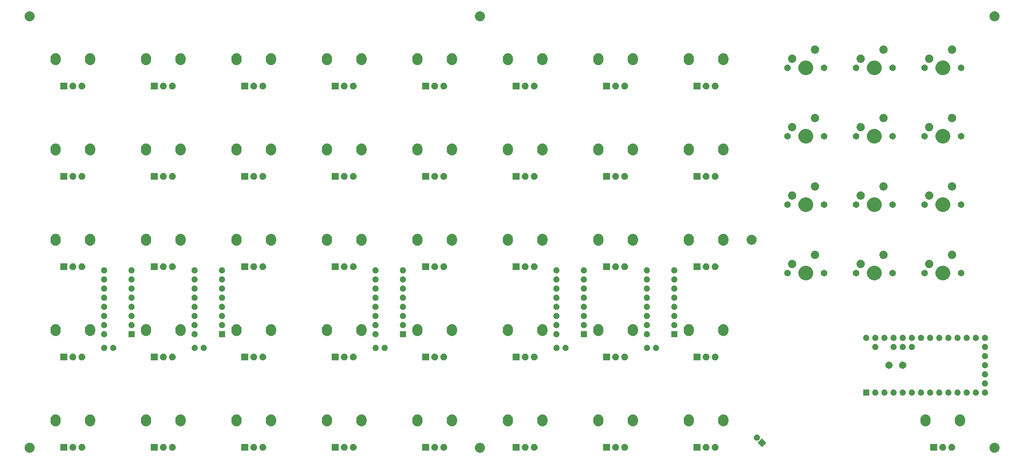
<source format=gbr>
G04 #@! TF.GenerationSoftware,KiCad,Pcbnew,(5.1.6)-1*
G04 #@! TF.CreationDate,2020-07-25T10:53:39-07:00*
G04 #@! TF.ProjectId,MIDI Mixer One v03,4d494449-204d-4697-9865-72204f6e6520,v1.0.0*
G04 #@! TF.SameCoordinates,Original*
G04 #@! TF.FileFunction,Soldermask,Top*
G04 #@! TF.FilePolarity,Negative*
%FSLAX46Y46*%
G04 Gerber Fmt 4.6, Leading zero omitted, Abs format (unit mm)*
G04 Created by KiCad (PCBNEW (5.1.6)-1) date 2020-07-25 10:53:39*
%MOMM*%
%LPD*%
G01*
G04 APERTURE LIST*
%ADD10C,0.100000*%
G04 APERTURE END LIST*
D10*
G36*
X68734657Y-186612839D02*
G01*
X68734660Y-186612840D01*
X68734659Y-186612840D01*
X68989623Y-186718450D01*
X69219086Y-186871772D01*
X69414228Y-187066914D01*
X69567550Y-187296377D01*
X69567550Y-187296378D01*
X69673161Y-187551343D01*
X69727000Y-187822014D01*
X69727000Y-188097986D01*
X69673161Y-188368657D01*
X69673160Y-188368659D01*
X69567550Y-188623623D01*
X69414228Y-188853086D01*
X69219086Y-189048228D01*
X68989623Y-189201550D01*
X68809333Y-189276229D01*
X68734657Y-189307161D01*
X68463986Y-189361000D01*
X68188014Y-189361000D01*
X67917343Y-189307161D01*
X67842667Y-189276229D01*
X67662377Y-189201550D01*
X67432914Y-189048228D01*
X67237772Y-188853086D01*
X67084450Y-188623623D01*
X66978840Y-188368659D01*
X66978839Y-188368657D01*
X66925000Y-188097986D01*
X66925000Y-187822014D01*
X66978839Y-187551343D01*
X67084450Y-187296378D01*
X67084450Y-187296377D01*
X67237772Y-187066914D01*
X67432914Y-186871772D01*
X67662377Y-186718450D01*
X67917341Y-186612840D01*
X67917340Y-186612840D01*
X67917343Y-186612839D01*
X68188014Y-186559000D01*
X68463986Y-186559000D01*
X68734657Y-186612839D01*
G37*
G36*
X336958657Y-186612839D02*
G01*
X336958660Y-186612840D01*
X336958659Y-186612840D01*
X337213623Y-186718450D01*
X337443086Y-186871772D01*
X337638228Y-187066914D01*
X337791550Y-187296377D01*
X337791550Y-187296378D01*
X337897161Y-187551343D01*
X337951000Y-187822014D01*
X337951000Y-188097986D01*
X337897161Y-188368657D01*
X337897160Y-188368659D01*
X337791550Y-188623623D01*
X337638228Y-188853086D01*
X337443086Y-189048228D01*
X337213623Y-189201550D01*
X337033333Y-189276229D01*
X336958657Y-189307161D01*
X336687986Y-189361000D01*
X336412014Y-189361000D01*
X336141343Y-189307161D01*
X336066667Y-189276229D01*
X335886377Y-189201550D01*
X335656914Y-189048228D01*
X335461772Y-188853086D01*
X335308450Y-188623623D01*
X335202840Y-188368659D01*
X335202839Y-188368657D01*
X335149000Y-188097986D01*
X335149000Y-187822014D01*
X335202839Y-187551343D01*
X335308450Y-187296378D01*
X335308450Y-187296377D01*
X335461772Y-187066914D01*
X335656914Y-186871772D01*
X335886377Y-186718450D01*
X336141341Y-186612840D01*
X336141340Y-186612840D01*
X336141343Y-186612839D01*
X336412014Y-186559000D01*
X336687986Y-186559000D01*
X336958657Y-186612839D01*
G37*
G36*
X193918657Y-186612839D02*
G01*
X193918660Y-186612840D01*
X193918659Y-186612840D01*
X194173623Y-186718450D01*
X194403086Y-186871772D01*
X194598228Y-187066914D01*
X194751550Y-187296377D01*
X194751550Y-187296378D01*
X194857161Y-187551343D01*
X194911000Y-187822014D01*
X194911000Y-188097986D01*
X194857161Y-188368657D01*
X194857160Y-188368659D01*
X194751550Y-188623623D01*
X194598228Y-188853086D01*
X194403086Y-189048228D01*
X194173623Y-189201550D01*
X193993333Y-189276229D01*
X193918657Y-189307161D01*
X193647986Y-189361000D01*
X193372014Y-189361000D01*
X193101343Y-189307161D01*
X193026667Y-189276229D01*
X192846377Y-189201550D01*
X192616914Y-189048228D01*
X192421772Y-188853086D01*
X192268450Y-188623623D01*
X192162840Y-188368659D01*
X192162839Y-188368657D01*
X192109000Y-188097986D01*
X192109000Y-187822014D01*
X192162839Y-187551343D01*
X192268450Y-187296378D01*
X192268450Y-187296377D01*
X192421772Y-187066914D01*
X192616914Y-186871772D01*
X192846377Y-186718450D01*
X193101341Y-186612840D01*
X193101340Y-186612840D01*
X193101343Y-186612839D01*
X193372014Y-186559000D01*
X193647986Y-186559000D01*
X193918657Y-186612839D01*
G37*
G36*
X231366598Y-186891137D02*
G01*
X231504399Y-186918547D01*
X231677468Y-186990235D01*
X231833228Y-187094310D01*
X231965690Y-187226772D01*
X232069765Y-187382532D01*
X232141453Y-187555601D01*
X232178000Y-187739336D01*
X232178000Y-187926664D01*
X232141453Y-188110399D01*
X232069765Y-188283468D01*
X231965690Y-188439228D01*
X231833228Y-188571690D01*
X231677468Y-188675765D01*
X231504399Y-188747453D01*
X231366598Y-188774863D01*
X231320665Y-188784000D01*
X231133335Y-188784000D01*
X231087402Y-188774863D01*
X230949601Y-188747453D01*
X230776532Y-188675765D01*
X230620772Y-188571690D01*
X230488310Y-188439228D01*
X230384235Y-188283468D01*
X230312547Y-188110399D01*
X230276000Y-187926664D01*
X230276000Y-187739336D01*
X230312547Y-187555601D01*
X230384235Y-187382532D01*
X230488310Y-187226772D01*
X230620772Y-187094310D01*
X230776532Y-186990235D01*
X230949601Y-186918547D01*
X231087402Y-186891137D01*
X231133335Y-186882000D01*
X231320665Y-186882000D01*
X231366598Y-186891137D01*
G37*
G36*
X154240000Y-188784000D02*
G01*
X152338000Y-188784000D01*
X152338000Y-186882000D01*
X154240000Y-186882000D01*
X154240000Y-188784000D01*
G37*
G36*
X155928598Y-186891137D02*
G01*
X156066399Y-186918547D01*
X156239468Y-186990235D01*
X156395228Y-187094310D01*
X156527690Y-187226772D01*
X156631765Y-187382532D01*
X156703453Y-187555601D01*
X156740000Y-187739336D01*
X156740000Y-187926664D01*
X156703453Y-188110399D01*
X156631765Y-188283468D01*
X156527690Y-188439228D01*
X156395228Y-188571690D01*
X156239468Y-188675765D01*
X156066399Y-188747453D01*
X155928598Y-188774863D01*
X155882665Y-188784000D01*
X155695335Y-188784000D01*
X155649402Y-188774863D01*
X155511601Y-188747453D01*
X155338532Y-188675765D01*
X155182772Y-188571690D01*
X155050310Y-188439228D01*
X154946235Y-188283468D01*
X154874547Y-188110399D01*
X154838000Y-187926664D01*
X154838000Y-187739336D01*
X154874547Y-187555601D01*
X154946235Y-187382532D01*
X155050310Y-187226772D01*
X155182772Y-187094310D01*
X155338532Y-186990235D01*
X155511601Y-186918547D01*
X155649402Y-186891137D01*
X155695335Y-186882000D01*
X155882665Y-186882000D01*
X155928598Y-186891137D01*
G37*
G36*
X158428598Y-186891137D02*
G01*
X158566399Y-186918547D01*
X158739468Y-186990235D01*
X158895228Y-187094310D01*
X159027690Y-187226772D01*
X159131765Y-187382532D01*
X159203453Y-187555601D01*
X159240000Y-187739336D01*
X159240000Y-187926664D01*
X159203453Y-188110399D01*
X159131765Y-188283468D01*
X159027690Y-188439228D01*
X158895228Y-188571690D01*
X158739468Y-188675765D01*
X158566399Y-188747453D01*
X158428598Y-188774863D01*
X158382665Y-188784000D01*
X158195335Y-188784000D01*
X158149402Y-188774863D01*
X158011601Y-188747453D01*
X157838532Y-188675765D01*
X157682772Y-188571690D01*
X157550310Y-188439228D01*
X157446235Y-188283468D01*
X157374547Y-188110399D01*
X157338000Y-187926664D01*
X157338000Y-187739336D01*
X157374547Y-187555601D01*
X157446235Y-187382532D01*
X157550310Y-187226772D01*
X157682772Y-187094310D01*
X157838532Y-186990235D01*
X158011601Y-186918547D01*
X158149402Y-186891137D01*
X158195335Y-186882000D01*
X158382665Y-186882000D01*
X158428598Y-186891137D01*
G37*
G36*
X324798598Y-186891137D02*
G01*
X324936399Y-186918547D01*
X325109468Y-186990235D01*
X325265228Y-187094310D01*
X325397690Y-187226772D01*
X325501765Y-187382532D01*
X325573453Y-187555601D01*
X325610000Y-187739336D01*
X325610000Y-187926664D01*
X325573453Y-188110399D01*
X325501765Y-188283468D01*
X325397690Y-188439228D01*
X325265228Y-188571690D01*
X325109468Y-188675765D01*
X324936399Y-188747453D01*
X324798598Y-188774863D01*
X324752665Y-188784000D01*
X324565335Y-188784000D01*
X324519402Y-188774863D01*
X324381601Y-188747453D01*
X324208532Y-188675765D01*
X324052772Y-188571690D01*
X323920310Y-188439228D01*
X323816235Y-188283468D01*
X323744547Y-188110399D01*
X323708000Y-187926664D01*
X323708000Y-187739336D01*
X323744547Y-187555601D01*
X323816235Y-187382532D01*
X323920310Y-187226772D01*
X324052772Y-187094310D01*
X324208532Y-186990235D01*
X324381601Y-186918547D01*
X324519402Y-186891137D01*
X324565335Y-186882000D01*
X324752665Y-186882000D01*
X324798598Y-186891137D01*
G37*
G36*
X322298598Y-186891137D02*
G01*
X322436399Y-186918547D01*
X322609468Y-186990235D01*
X322765228Y-187094310D01*
X322897690Y-187226772D01*
X323001765Y-187382532D01*
X323073453Y-187555601D01*
X323110000Y-187739336D01*
X323110000Y-187926664D01*
X323073453Y-188110399D01*
X323001765Y-188283468D01*
X322897690Y-188439228D01*
X322765228Y-188571690D01*
X322609468Y-188675765D01*
X322436399Y-188747453D01*
X322298598Y-188774863D01*
X322252665Y-188784000D01*
X322065335Y-188784000D01*
X322019402Y-188774863D01*
X321881601Y-188747453D01*
X321708532Y-188675765D01*
X321552772Y-188571690D01*
X321420310Y-188439228D01*
X321316235Y-188283468D01*
X321244547Y-188110399D01*
X321208000Y-187926664D01*
X321208000Y-187739336D01*
X321244547Y-187555601D01*
X321316235Y-187382532D01*
X321420310Y-187226772D01*
X321552772Y-187094310D01*
X321708532Y-186990235D01*
X321881601Y-186918547D01*
X322019402Y-186891137D01*
X322065335Y-186882000D01*
X322252665Y-186882000D01*
X322298598Y-186891137D01*
G37*
G36*
X320610000Y-188784000D02*
G01*
X318708000Y-188784000D01*
X318708000Y-186882000D01*
X320610000Y-186882000D01*
X320610000Y-188784000D01*
G37*
G36*
X254824000Y-188784000D02*
G01*
X252922000Y-188784000D01*
X252922000Y-186882000D01*
X254824000Y-186882000D01*
X254824000Y-188784000D01*
G37*
G36*
X256512598Y-186891137D02*
G01*
X256650399Y-186918547D01*
X256823468Y-186990235D01*
X256979228Y-187094310D01*
X257111690Y-187226772D01*
X257215765Y-187382532D01*
X257287453Y-187555601D01*
X257324000Y-187739336D01*
X257324000Y-187926664D01*
X257287453Y-188110399D01*
X257215765Y-188283468D01*
X257111690Y-188439228D01*
X256979228Y-188571690D01*
X256823468Y-188675765D01*
X256650399Y-188747453D01*
X256512598Y-188774863D01*
X256466665Y-188784000D01*
X256279335Y-188784000D01*
X256233402Y-188774863D01*
X256095601Y-188747453D01*
X255922532Y-188675765D01*
X255766772Y-188571690D01*
X255634310Y-188439228D01*
X255530235Y-188283468D01*
X255458547Y-188110399D01*
X255422000Y-187926664D01*
X255422000Y-187739336D01*
X255458547Y-187555601D01*
X255530235Y-187382532D01*
X255634310Y-187226772D01*
X255766772Y-187094310D01*
X255922532Y-186990235D01*
X256095601Y-186918547D01*
X256233402Y-186891137D01*
X256279335Y-186882000D01*
X256466665Y-186882000D01*
X256512598Y-186891137D01*
G37*
G36*
X229678000Y-188784000D02*
G01*
X227776000Y-188784000D01*
X227776000Y-186882000D01*
X229678000Y-186882000D01*
X229678000Y-188784000D01*
G37*
G36*
X233866598Y-186891137D02*
G01*
X234004399Y-186918547D01*
X234177468Y-186990235D01*
X234333228Y-187094310D01*
X234465690Y-187226772D01*
X234569765Y-187382532D01*
X234641453Y-187555601D01*
X234678000Y-187739336D01*
X234678000Y-187926664D01*
X234641453Y-188110399D01*
X234569765Y-188283468D01*
X234465690Y-188439228D01*
X234333228Y-188571690D01*
X234177468Y-188675765D01*
X234004399Y-188747453D01*
X233866598Y-188774863D01*
X233820665Y-188784000D01*
X233633335Y-188784000D01*
X233587402Y-188774863D01*
X233449601Y-188747453D01*
X233276532Y-188675765D01*
X233120772Y-188571690D01*
X232988310Y-188439228D01*
X232884235Y-188283468D01*
X232812547Y-188110399D01*
X232776000Y-187926664D01*
X232776000Y-187739336D01*
X232812547Y-187555601D01*
X232884235Y-187382532D01*
X232988310Y-187226772D01*
X233120772Y-187094310D01*
X233276532Y-186990235D01*
X233449601Y-186918547D01*
X233587402Y-186891137D01*
X233633335Y-186882000D01*
X233820665Y-186882000D01*
X233866598Y-186891137D01*
G37*
G36*
X82990598Y-186891137D02*
G01*
X83128399Y-186918547D01*
X83301468Y-186990235D01*
X83457228Y-187094310D01*
X83589690Y-187226772D01*
X83693765Y-187382532D01*
X83765453Y-187555601D01*
X83802000Y-187739336D01*
X83802000Y-187926664D01*
X83765453Y-188110399D01*
X83693765Y-188283468D01*
X83589690Y-188439228D01*
X83457228Y-188571690D01*
X83301468Y-188675765D01*
X83128399Y-188747453D01*
X82990598Y-188774863D01*
X82944665Y-188784000D01*
X82757335Y-188784000D01*
X82711402Y-188774863D01*
X82573601Y-188747453D01*
X82400532Y-188675765D01*
X82244772Y-188571690D01*
X82112310Y-188439228D01*
X82008235Y-188283468D01*
X81936547Y-188110399D01*
X81900000Y-187926664D01*
X81900000Y-187739336D01*
X81936547Y-187555601D01*
X82008235Y-187382532D01*
X82112310Y-187226772D01*
X82244772Y-187094310D01*
X82400532Y-186990235D01*
X82573601Y-186918547D01*
X82711402Y-186891137D01*
X82757335Y-186882000D01*
X82944665Y-186882000D01*
X82990598Y-186891137D01*
G37*
G36*
X80490598Y-186891137D02*
G01*
X80628399Y-186918547D01*
X80801468Y-186990235D01*
X80957228Y-187094310D01*
X81089690Y-187226772D01*
X81193765Y-187382532D01*
X81265453Y-187555601D01*
X81302000Y-187739336D01*
X81302000Y-187926664D01*
X81265453Y-188110399D01*
X81193765Y-188283468D01*
X81089690Y-188439228D01*
X80957228Y-188571690D01*
X80801468Y-188675765D01*
X80628399Y-188747453D01*
X80490598Y-188774863D01*
X80444665Y-188784000D01*
X80257335Y-188784000D01*
X80211402Y-188774863D01*
X80073601Y-188747453D01*
X79900532Y-188675765D01*
X79744772Y-188571690D01*
X79612310Y-188439228D01*
X79508235Y-188283468D01*
X79436547Y-188110399D01*
X79400000Y-187926664D01*
X79400000Y-187739336D01*
X79436547Y-187555601D01*
X79508235Y-187382532D01*
X79612310Y-187226772D01*
X79744772Y-187094310D01*
X79900532Y-186990235D01*
X80073601Y-186918547D01*
X80211402Y-186891137D01*
X80257335Y-186882000D01*
X80444665Y-186882000D01*
X80490598Y-186891137D01*
G37*
G36*
X204532000Y-188784000D02*
G01*
X202630000Y-188784000D01*
X202630000Y-186882000D01*
X204532000Y-186882000D01*
X204532000Y-188784000D01*
G37*
G36*
X129094000Y-188784000D02*
G01*
X127192000Y-188784000D01*
X127192000Y-186882000D01*
X129094000Y-186882000D01*
X129094000Y-188784000D01*
G37*
G36*
X259012598Y-186891137D02*
G01*
X259150399Y-186918547D01*
X259323468Y-186990235D01*
X259479228Y-187094310D01*
X259611690Y-187226772D01*
X259715765Y-187382532D01*
X259787453Y-187555601D01*
X259824000Y-187739336D01*
X259824000Y-187926664D01*
X259787453Y-188110399D01*
X259715765Y-188283468D01*
X259611690Y-188439228D01*
X259479228Y-188571690D01*
X259323468Y-188675765D01*
X259150399Y-188747453D01*
X259012598Y-188774863D01*
X258966665Y-188784000D01*
X258779335Y-188784000D01*
X258733402Y-188774863D01*
X258595601Y-188747453D01*
X258422532Y-188675765D01*
X258266772Y-188571690D01*
X258134310Y-188439228D01*
X258030235Y-188283468D01*
X257958547Y-188110399D01*
X257922000Y-187926664D01*
X257922000Y-187739336D01*
X257958547Y-187555601D01*
X258030235Y-187382532D01*
X258134310Y-187226772D01*
X258266772Y-187094310D01*
X258422532Y-186990235D01*
X258595601Y-186918547D01*
X258733402Y-186891137D01*
X258779335Y-186882000D01*
X258966665Y-186882000D01*
X259012598Y-186891137D01*
G37*
G36*
X130782598Y-186891137D02*
G01*
X130920399Y-186918547D01*
X131093468Y-186990235D01*
X131249228Y-187094310D01*
X131381690Y-187226772D01*
X131485765Y-187382532D01*
X131557453Y-187555601D01*
X131594000Y-187739336D01*
X131594000Y-187926664D01*
X131557453Y-188110399D01*
X131485765Y-188283468D01*
X131381690Y-188439228D01*
X131249228Y-188571690D01*
X131093468Y-188675765D01*
X130920399Y-188747453D01*
X130782598Y-188774863D01*
X130736665Y-188784000D01*
X130549335Y-188784000D01*
X130503402Y-188774863D01*
X130365601Y-188747453D01*
X130192532Y-188675765D01*
X130036772Y-188571690D01*
X129904310Y-188439228D01*
X129800235Y-188283468D01*
X129728547Y-188110399D01*
X129692000Y-187926664D01*
X129692000Y-187739336D01*
X129728547Y-187555601D01*
X129800235Y-187382532D01*
X129904310Y-187226772D01*
X130036772Y-187094310D01*
X130192532Y-186990235D01*
X130365601Y-186918547D01*
X130503402Y-186891137D01*
X130549335Y-186882000D01*
X130736665Y-186882000D01*
X130782598Y-186891137D01*
G37*
G36*
X133282598Y-186891137D02*
G01*
X133420399Y-186918547D01*
X133593468Y-186990235D01*
X133749228Y-187094310D01*
X133881690Y-187226772D01*
X133985765Y-187382532D01*
X134057453Y-187555601D01*
X134094000Y-187739336D01*
X134094000Y-187926664D01*
X134057453Y-188110399D01*
X133985765Y-188283468D01*
X133881690Y-188439228D01*
X133749228Y-188571690D01*
X133593468Y-188675765D01*
X133420399Y-188747453D01*
X133282598Y-188774863D01*
X133236665Y-188784000D01*
X133049335Y-188784000D01*
X133003402Y-188774863D01*
X132865601Y-188747453D01*
X132692532Y-188675765D01*
X132536772Y-188571690D01*
X132404310Y-188439228D01*
X132300235Y-188283468D01*
X132228547Y-188110399D01*
X132192000Y-187926664D01*
X132192000Y-187739336D01*
X132228547Y-187555601D01*
X132300235Y-187382532D01*
X132404310Y-187226772D01*
X132536772Y-187094310D01*
X132692532Y-186990235D01*
X132865601Y-186918547D01*
X133003402Y-186891137D01*
X133049335Y-186882000D01*
X133236665Y-186882000D01*
X133282598Y-186891137D01*
G37*
G36*
X183574598Y-186891137D02*
G01*
X183712399Y-186918547D01*
X183885468Y-186990235D01*
X184041228Y-187094310D01*
X184173690Y-187226772D01*
X184277765Y-187382532D01*
X184349453Y-187555601D01*
X184386000Y-187739336D01*
X184386000Y-187926664D01*
X184349453Y-188110399D01*
X184277765Y-188283468D01*
X184173690Y-188439228D01*
X184041228Y-188571690D01*
X183885468Y-188675765D01*
X183712399Y-188747453D01*
X183574598Y-188774863D01*
X183528665Y-188784000D01*
X183341335Y-188784000D01*
X183295402Y-188774863D01*
X183157601Y-188747453D01*
X182984532Y-188675765D01*
X182828772Y-188571690D01*
X182696310Y-188439228D01*
X182592235Y-188283468D01*
X182520547Y-188110399D01*
X182484000Y-187926664D01*
X182484000Y-187739336D01*
X182520547Y-187555601D01*
X182592235Y-187382532D01*
X182696310Y-187226772D01*
X182828772Y-187094310D01*
X182984532Y-186990235D01*
X183157601Y-186918547D01*
X183295402Y-186891137D01*
X183341335Y-186882000D01*
X183528665Y-186882000D01*
X183574598Y-186891137D01*
G37*
G36*
X181074598Y-186891137D02*
G01*
X181212399Y-186918547D01*
X181385468Y-186990235D01*
X181541228Y-187094310D01*
X181673690Y-187226772D01*
X181777765Y-187382532D01*
X181849453Y-187555601D01*
X181886000Y-187739336D01*
X181886000Y-187926664D01*
X181849453Y-188110399D01*
X181777765Y-188283468D01*
X181673690Y-188439228D01*
X181541228Y-188571690D01*
X181385468Y-188675765D01*
X181212399Y-188747453D01*
X181074598Y-188774863D01*
X181028665Y-188784000D01*
X180841335Y-188784000D01*
X180795402Y-188774863D01*
X180657601Y-188747453D01*
X180484532Y-188675765D01*
X180328772Y-188571690D01*
X180196310Y-188439228D01*
X180092235Y-188283468D01*
X180020547Y-188110399D01*
X179984000Y-187926664D01*
X179984000Y-187739336D01*
X180020547Y-187555601D01*
X180092235Y-187382532D01*
X180196310Y-187226772D01*
X180328772Y-187094310D01*
X180484532Y-186990235D01*
X180657601Y-186918547D01*
X180795402Y-186891137D01*
X180841335Y-186882000D01*
X181028665Y-186882000D01*
X181074598Y-186891137D01*
G37*
G36*
X179386000Y-188784000D02*
G01*
X177484000Y-188784000D01*
X177484000Y-186882000D01*
X179386000Y-186882000D01*
X179386000Y-188784000D01*
G37*
G36*
X105636598Y-186891137D02*
G01*
X105774399Y-186918547D01*
X105947468Y-186990235D01*
X106103228Y-187094310D01*
X106235690Y-187226772D01*
X106339765Y-187382532D01*
X106411453Y-187555601D01*
X106448000Y-187739336D01*
X106448000Y-187926664D01*
X106411453Y-188110399D01*
X106339765Y-188283468D01*
X106235690Y-188439228D01*
X106103228Y-188571690D01*
X105947468Y-188675765D01*
X105774399Y-188747453D01*
X105636598Y-188774863D01*
X105590665Y-188784000D01*
X105403335Y-188784000D01*
X105357402Y-188774863D01*
X105219601Y-188747453D01*
X105046532Y-188675765D01*
X104890772Y-188571690D01*
X104758310Y-188439228D01*
X104654235Y-188283468D01*
X104582547Y-188110399D01*
X104546000Y-187926664D01*
X104546000Y-187739336D01*
X104582547Y-187555601D01*
X104654235Y-187382532D01*
X104758310Y-187226772D01*
X104890772Y-187094310D01*
X105046532Y-186990235D01*
X105219601Y-186918547D01*
X105357402Y-186891137D01*
X105403335Y-186882000D01*
X105590665Y-186882000D01*
X105636598Y-186891137D01*
G37*
G36*
X78802000Y-188784000D02*
G01*
X76900000Y-188784000D01*
X76900000Y-186882000D01*
X78802000Y-186882000D01*
X78802000Y-188784000D01*
G37*
G36*
X206220598Y-186891137D02*
G01*
X206358399Y-186918547D01*
X206531468Y-186990235D01*
X206687228Y-187094310D01*
X206819690Y-187226772D01*
X206923765Y-187382532D01*
X206995453Y-187555601D01*
X207032000Y-187739336D01*
X207032000Y-187926664D01*
X206995453Y-188110399D01*
X206923765Y-188283468D01*
X206819690Y-188439228D01*
X206687228Y-188571690D01*
X206531468Y-188675765D01*
X206358399Y-188747453D01*
X206220598Y-188774863D01*
X206174665Y-188784000D01*
X205987335Y-188784000D01*
X205941402Y-188774863D01*
X205803601Y-188747453D01*
X205630532Y-188675765D01*
X205474772Y-188571690D01*
X205342310Y-188439228D01*
X205238235Y-188283468D01*
X205166547Y-188110399D01*
X205130000Y-187926664D01*
X205130000Y-187739336D01*
X205166547Y-187555601D01*
X205238235Y-187382532D01*
X205342310Y-187226772D01*
X205474772Y-187094310D01*
X205630532Y-186990235D01*
X205803601Y-186918547D01*
X205941402Y-186891137D01*
X205987335Y-186882000D01*
X206174665Y-186882000D01*
X206220598Y-186891137D01*
G37*
G36*
X208720598Y-186891137D02*
G01*
X208858399Y-186918547D01*
X209031468Y-186990235D01*
X209187228Y-187094310D01*
X209319690Y-187226772D01*
X209423765Y-187382532D01*
X209495453Y-187555601D01*
X209532000Y-187739336D01*
X209532000Y-187926664D01*
X209495453Y-188110399D01*
X209423765Y-188283468D01*
X209319690Y-188439228D01*
X209187228Y-188571690D01*
X209031468Y-188675765D01*
X208858399Y-188747453D01*
X208720598Y-188774863D01*
X208674665Y-188784000D01*
X208487335Y-188784000D01*
X208441402Y-188774863D01*
X208303601Y-188747453D01*
X208130532Y-188675765D01*
X207974772Y-188571690D01*
X207842310Y-188439228D01*
X207738235Y-188283468D01*
X207666547Y-188110399D01*
X207630000Y-187926664D01*
X207630000Y-187739336D01*
X207666547Y-187555601D01*
X207738235Y-187382532D01*
X207842310Y-187226772D01*
X207974772Y-187094310D01*
X208130532Y-186990235D01*
X208303601Y-186918547D01*
X208441402Y-186891137D01*
X208487335Y-186882000D01*
X208674665Y-186882000D01*
X208720598Y-186891137D01*
G37*
G36*
X108136598Y-186891137D02*
G01*
X108274399Y-186918547D01*
X108447468Y-186990235D01*
X108603228Y-187094310D01*
X108735690Y-187226772D01*
X108839765Y-187382532D01*
X108911453Y-187555601D01*
X108948000Y-187739336D01*
X108948000Y-187926664D01*
X108911453Y-188110399D01*
X108839765Y-188283468D01*
X108735690Y-188439228D01*
X108603228Y-188571690D01*
X108447468Y-188675765D01*
X108274399Y-188747453D01*
X108136598Y-188774863D01*
X108090665Y-188784000D01*
X107903335Y-188784000D01*
X107857402Y-188774863D01*
X107719601Y-188747453D01*
X107546532Y-188675765D01*
X107390772Y-188571690D01*
X107258310Y-188439228D01*
X107154235Y-188283468D01*
X107082547Y-188110399D01*
X107046000Y-187926664D01*
X107046000Y-187739336D01*
X107082547Y-187555601D01*
X107154235Y-187382532D01*
X107258310Y-187226772D01*
X107390772Y-187094310D01*
X107546532Y-186990235D01*
X107719601Y-186918547D01*
X107857402Y-186891137D01*
X107903335Y-186882000D01*
X108090665Y-186882000D01*
X108136598Y-186891137D01*
G37*
G36*
X103948000Y-188784000D02*
G01*
X102046000Y-188784000D01*
X102046000Y-186882000D01*
X103948000Y-186882000D01*
X103948000Y-188784000D01*
G37*
G36*
X273110496Y-186563000D02*
G01*
X271907000Y-187766496D01*
X270703504Y-186563000D01*
X271907000Y-185359504D01*
X273110496Y-186563000D01*
G37*
G36*
X270741014Y-184330489D02*
G01*
X270895886Y-184394639D01*
X271035267Y-184487771D01*
X271153801Y-184606305D01*
X271246933Y-184745686D01*
X271311083Y-184900558D01*
X271343786Y-185064970D01*
X271343786Y-185232602D01*
X271311083Y-185397014D01*
X271246933Y-185551886D01*
X271153801Y-185691267D01*
X271035267Y-185809801D01*
X270895886Y-185902933D01*
X270741014Y-185967083D01*
X270576602Y-185999786D01*
X270408970Y-185999786D01*
X270244558Y-185967083D01*
X270089686Y-185902933D01*
X269950305Y-185809801D01*
X269831771Y-185691267D01*
X269738639Y-185551886D01*
X269674489Y-185397014D01*
X269641786Y-185232602D01*
X269641786Y-185064970D01*
X269674489Y-184900558D01*
X269738639Y-184745686D01*
X269831771Y-184606305D01*
X269950305Y-184487771D01*
X270089686Y-184394639D01*
X270244558Y-184330489D01*
X270408970Y-184297786D01*
X270576602Y-184297786D01*
X270741014Y-184330489D01*
G37*
G36*
X151265604Y-178682416D02*
G01*
X151531579Y-178763099D01*
X151776702Y-178894120D01*
X151991555Y-179070445D01*
X152167880Y-179285298D01*
X152298901Y-179530421D01*
X152379584Y-179796397D01*
X152400000Y-180003685D01*
X152400000Y-180662316D01*
X152379584Y-180869604D01*
X152298901Y-181135579D01*
X152167880Y-181380702D01*
X151991554Y-181595555D01*
X151776701Y-181771880D01*
X151531578Y-181902901D01*
X151265603Y-181983584D01*
X150989000Y-182010827D01*
X150712396Y-181983584D01*
X150446421Y-181902901D01*
X150201298Y-181771880D01*
X149986445Y-181595554D01*
X149810120Y-181380701D01*
X149679099Y-181135578D01*
X149598416Y-180869603D01*
X149578000Y-180662315D01*
X149578000Y-180003684D01*
X149598416Y-179796396D01*
X149679099Y-179530421D01*
X149810120Y-179285298D01*
X149986446Y-179070445D01*
X150201299Y-178894120D01*
X150446422Y-178763099D01*
X150712397Y-178682416D01*
X150989000Y-178655173D01*
X151265604Y-178682416D01*
G37*
G36*
X236303604Y-178682416D02*
G01*
X236569579Y-178763099D01*
X236814702Y-178894120D01*
X237029555Y-179070445D01*
X237205880Y-179285298D01*
X237336901Y-179530421D01*
X237417584Y-179796397D01*
X237438000Y-180003685D01*
X237438000Y-180662316D01*
X237417584Y-180869604D01*
X237336901Y-181135579D01*
X237205880Y-181380702D01*
X237029554Y-181595555D01*
X236814701Y-181771880D01*
X236569578Y-181902901D01*
X236303603Y-181983584D01*
X236027000Y-182010827D01*
X235750396Y-181983584D01*
X235484421Y-181902901D01*
X235239298Y-181771880D01*
X235024445Y-181595554D01*
X234848120Y-181380701D01*
X234717099Y-181135578D01*
X234636416Y-180869603D01*
X234616000Y-180662315D01*
X234616000Y-180003684D01*
X234636416Y-179796396D01*
X234717099Y-179530421D01*
X234848120Y-179285298D01*
X235024446Y-179070445D01*
X235239299Y-178894120D01*
X235484422Y-178763099D01*
X235750397Y-178682416D01*
X236027000Y-178655173D01*
X236303604Y-178682416D01*
G37*
G36*
X226703604Y-178682416D02*
G01*
X226969579Y-178763099D01*
X227214702Y-178894120D01*
X227429555Y-179070445D01*
X227605880Y-179285298D01*
X227736901Y-179530421D01*
X227817584Y-179796397D01*
X227838000Y-180003685D01*
X227838000Y-180662316D01*
X227817584Y-180869604D01*
X227736901Y-181135579D01*
X227605880Y-181380702D01*
X227429554Y-181595555D01*
X227214701Y-181771880D01*
X226969578Y-181902901D01*
X226703603Y-181983584D01*
X226427000Y-182010827D01*
X226150396Y-181983584D01*
X225884421Y-181902901D01*
X225639298Y-181771880D01*
X225424445Y-181595554D01*
X225248120Y-181380701D01*
X225117099Y-181135578D01*
X225036416Y-180869603D01*
X225016000Y-180662315D01*
X225016000Y-180003684D01*
X225036416Y-179796396D01*
X225117099Y-179530421D01*
X225248120Y-179285298D01*
X225424446Y-179070445D01*
X225639299Y-178894120D01*
X225884422Y-178763099D01*
X226150397Y-178682416D01*
X226427000Y-178655173D01*
X226703604Y-178682416D01*
G37*
G36*
X75827604Y-178682416D02*
G01*
X76093579Y-178763099D01*
X76338702Y-178894120D01*
X76553555Y-179070445D01*
X76729880Y-179285298D01*
X76860901Y-179530421D01*
X76941584Y-179796397D01*
X76962000Y-180003685D01*
X76962000Y-180662316D01*
X76941584Y-180869604D01*
X76860901Y-181135579D01*
X76729880Y-181380702D01*
X76553554Y-181595555D01*
X76338701Y-181771880D01*
X76093578Y-181902901D01*
X75827603Y-181983584D01*
X75551000Y-182010827D01*
X75274396Y-181983584D01*
X75008421Y-181902901D01*
X74763298Y-181771880D01*
X74548445Y-181595554D01*
X74372120Y-181380701D01*
X74241099Y-181135578D01*
X74160416Y-180869603D01*
X74140000Y-180662315D01*
X74140000Y-180003684D01*
X74160416Y-179796396D01*
X74241099Y-179530421D01*
X74372120Y-179285298D01*
X74548446Y-179070445D01*
X74763299Y-178894120D01*
X75008422Y-178763099D01*
X75274397Y-178682416D01*
X75551000Y-178655173D01*
X75827604Y-178682416D01*
G37*
G36*
X85427604Y-178682416D02*
G01*
X85693579Y-178763099D01*
X85938702Y-178894120D01*
X86153555Y-179070445D01*
X86329880Y-179285298D01*
X86460901Y-179530421D01*
X86541584Y-179796397D01*
X86562000Y-180003685D01*
X86562000Y-180662316D01*
X86541584Y-180869604D01*
X86460901Y-181135579D01*
X86329880Y-181380702D01*
X86153554Y-181595555D01*
X85938701Y-181771880D01*
X85693578Y-181902901D01*
X85427603Y-181983584D01*
X85151000Y-182010827D01*
X84874396Y-181983584D01*
X84608421Y-181902901D01*
X84363298Y-181771880D01*
X84148445Y-181595554D01*
X83972120Y-181380701D01*
X83841099Y-181135578D01*
X83760416Y-180869603D01*
X83740000Y-180662315D01*
X83740000Y-180003684D01*
X83760416Y-179796396D01*
X83841099Y-179530421D01*
X83972120Y-179285298D01*
X84148446Y-179070445D01*
X84363299Y-178894120D01*
X84608422Y-178763099D01*
X84874397Y-178682416D01*
X85151000Y-178655173D01*
X85427604Y-178682416D01*
G37*
G36*
X160865604Y-178682416D02*
G01*
X161131579Y-178763099D01*
X161376702Y-178894120D01*
X161591555Y-179070445D01*
X161767880Y-179285298D01*
X161898901Y-179530421D01*
X161979584Y-179796397D01*
X162000000Y-180003685D01*
X162000000Y-180662316D01*
X161979584Y-180869604D01*
X161898901Y-181135579D01*
X161767880Y-181380702D01*
X161591554Y-181595555D01*
X161376701Y-181771880D01*
X161131578Y-181902901D01*
X160865603Y-181983584D01*
X160589000Y-182010827D01*
X160312396Y-181983584D01*
X160046421Y-181902901D01*
X159801298Y-181771880D01*
X159586445Y-181595554D01*
X159410120Y-181380701D01*
X159279099Y-181135578D01*
X159198416Y-180869603D01*
X159178000Y-180662315D01*
X159178000Y-180003684D01*
X159198416Y-179796396D01*
X159279099Y-179530421D01*
X159410120Y-179285298D01*
X159586446Y-179070445D01*
X159801299Y-178894120D01*
X160046422Y-178763099D01*
X160312397Y-178682416D01*
X160589000Y-178655173D01*
X160865604Y-178682416D01*
G37*
G36*
X327235604Y-178682416D02*
G01*
X327501579Y-178763099D01*
X327746702Y-178894120D01*
X327961555Y-179070445D01*
X328137880Y-179285298D01*
X328268901Y-179530421D01*
X328349584Y-179796397D01*
X328370000Y-180003685D01*
X328370000Y-180662316D01*
X328349584Y-180869604D01*
X328268901Y-181135579D01*
X328137880Y-181380702D01*
X327961554Y-181595555D01*
X327746701Y-181771880D01*
X327501578Y-181902901D01*
X327235603Y-181983584D01*
X326959000Y-182010827D01*
X326682396Y-181983584D01*
X326416421Y-181902901D01*
X326171298Y-181771880D01*
X325956445Y-181595554D01*
X325780120Y-181380701D01*
X325649099Y-181135578D01*
X325568416Y-180869603D01*
X325548000Y-180662315D01*
X325548000Y-180003684D01*
X325568416Y-179796396D01*
X325649099Y-179530421D01*
X325780120Y-179285298D01*
X325956446Y-179070445D01*
X326171299Y-178894120D01*
X326416422Y-178763099D01*
X326682397Y-178682416D01*
X326959000Y-178655173D01*
X327235604Y-178682416D01*
G37*
G36*
X251849604Y-178682416D02*
G01*
X252115579Y-178763099D01*
X252360702Y-178894120D01*
X252575555Y-179070445D01*
X252751880Y-179285298D01*
X252882901Y-179530421D01*
X252963584Y-179796397D01*
X252984000Y-180003685D01*
X252984000Y-180662316D01*
X252963584Y-180869604D01*
X252882901Y-181135579D01*
X252751880Y-181380702D01*
X252575554Y-181595555D01*
X252360701Y-181771880D01*
X252115578Y-181902901D01*
X251849603Y-181983584D01*
X251573000Y-182010827D01*
X251296396Y-181983584D01*
X251030421Y-181902901D01*
X250785298Y-181771880D01*
X250570445Y-181595554D01*
X250394120Y-181380701D01*
X250263099Y-181135578D01*
X250182416Y-180869603D01*
X250162000Y-180662315D01*
X250162000Y-180003684D01*
X250182416Y-179796396D01*
X250263099Y-179530421D01*
X250394120Y-179285298D01*
X250570446Y-179070445D01*
X250785299Y-178894120D01*
X251030422Y-178763099D01*
X251296397Y-178682416D01*
X251573000Y-178655173D01*
X251849604Y-178682416D01*
G37*
G36*
X261449604Y-178682416D02*
G01*
X261715579Y-178763099D01*
X261960702Y-178894120D01*
X262175555Y-179070445D01*
X262351880Y-179285298D01*
X262482901Y-179530421D01*
X262563584Y-179796397D01*
X262584000Y-180003685D01*
X262584000Y-180662316D01*
X262563584Y-180869604D01*
X262482901Y-181135579D01*
X262351880Y-181380702D01*
X262175554Y-181595555D01*
X261960701Y-181771880D01*
X261715578Y-181902901D01*
X261449603Y-181983584D01*
X261173000Y-182010827D01*
X260896396Y-181983584D01*
X260630421Y-181902901D01*
X260385298Y-181771880D01*
X260170445Y-181595554D01*
X259994120Y-181380701D01*
X259863099Y-181135578D01*
X259782416Y-180869603D01*
X259762000Y-180662315D01*
X259762000Y-180003684D01*
X259782416Y-179796396D01*
X259863099Y-179530421D01*
X259994120Y-179285298D01*
X260170446Y-179070445D01*
X260385299Y-178894120D01*
X260630422Y-178763099D01*
X260896397Y-178682416D01*
X261173000Y-178655173D01*
X261449604Y-178682416D01*
G37*
G36*
X201557604Y-178682416D02*
G01*
X201823579Y-178763099D01*
X202068702Y-178894120D01*
X202283555Y-179070445D01*
X202459880Y-179285298D01*
X202590901Y-179530421D01*
X202671584Y-179796397D01*
X202692000Y-180003685D01*
X202692000Y-180662316D01*
X202671584Y-180869604D01*
X202590901Y-181135579D01*
X202459880Y-181380702D01*
X202283554Y-181595555D01*
X202068701Y-181771880D01*
X201823578Y-181902901D01*
X201557603Y-181983584D01*
X201281000Y-182010827D01*
X201004396Y-181983584D01*
X200738421Y-181902901D01*
X200493298Y-181771880D01*
X200278445Y-181595554D01*
X200102120Y-181380701D01*
X199971099Y-181135578D01*
X199890416Y-180869603D01*
X199870000Y-180662315D01*
X199870000Y-180003684D01*
X199890416Y-179796396D01*
X199971099Y-179530421D01*
X200102120Y-179285298D01*
X200278446Y-179070445D01*
X200493299Y-178894120D01*
X200738422Y-178763099D01*
X201004397Y-178682416D01*
X201281000Y-178655173D01*
X201557604Y-178682416D01*
G37*
G36*
X100973604Y-178682416D02*
G01*
X101239579Y-178763099D01*
X101484702Y-178894120D01*
X101699555Y-179070445D01*
X101875880Y-179285298D01*
X102006901Y-179530421D01*
X102087584Y-179796397D01*
X102108000Y-180003685D01*
X102108000Y-180662316D01*
X102087584Y-180869604D01*
X102006901Y-181135579D01*
X101875880Y-181380702D01*
X101699554Y-181595555D01*
X101484701Y-181771880D01*
X101239578Y-181902901D01*
X100973603Y-181983584D01*
X100697000Y-182010827D01*
X100420396Y-181983584D01*
X100154421Y-181902901D01*
X99909298Y-181771880D01*
X99694445Y-181595554D01*
X99518120Y-181380701D01*
X99387099Y-181135578D01*
X99306416Y-180869603D01*
X99286000Y-180662315D01*
X99286000Y-180003684D01*
X99306416Y-179796396D01*
X99387099Y-179530421D01*
X99518120Y-179285298D01*
X99694446Y-179070445D01*
X99909299Y-178894120D01*
X100154422Y-178763099D01*
X100420397Y-178682416D01*
X100697000Y-178655173D01*
X100973604Y-178682416D01*
G37*
G36*
X110573604Y-178682416D02*
G01*
X110839579Y-178763099D01*
X111084702Y-178894120D01*
X111299555Y-179070445D01*
X111475880Y-179285298D01*
X111606901Y-179530421D01*
X111687584Y-179796397D01*
X111708000Y-180003685D01*
X111708000Y-180662316D01*
X111687584Y-180869604D01*
X111606901Y-181135579D01*
X111475880Y-181380702D01*
X111299554Y-181595555D01*
X111084701Y-181771880D01*
X110839578Y-181902901D01*
X110573603Y-181983584D01*
X110297000Y-182010827D01*
X110020396Y-181983584D01*
X109754421Y-181902901D01*
X109509298Y-181771880D01*
X109294445Y-181595554D01*
X109118120Y-181380701D01*
X108987099Y-181135578D01*
X108906416Y-180869603D01*
X108886000Y-180662315D01*
X108886000Y-180003684D01*
X108906416Y-179796396D01*
X108987099Y-179530421D01*
X109118120Y-179285298D01*
X109294446Y-179070445D01*
X109509299Y-178894120D01*
X109754422Y-178763099D01*
X110020397Y-178682416D01*
X110297000Y-178655173D01*
X110573604Y-178682416D01*
G37*
G36*
X135719604Y-178682416D02*
G01*
X135985579Y-178763099D01*
X136230702Y-178894120D01*
X136445555Y-179070445D01*
X136621880Y-179285298D01*
X136752901Y-179530421D01*
X136833584Y-179796397D01*
X136854000Y-180003685D01*
X136854000Y-180662316D01*
X136833584Y-180869604D01*
X136752901Y-181135579D01*
X136621880Y-181380702D01*
X136445554Y-181595555D01*
X136230701Y-181771880D01*
X135985578Y-181902901D01*
X135719603Y-181983584D01*
X135443000Y-182010827D01*
X135166396Y-181983584D01*
X134900421Y-181902901D01*
X134655298Y-181771880D01*
X134440445Y-181595554D01*
X134264120Y-181380701D01*
X134133099Y-181135578D01*
X134052416Y-180869603D01*
X134032000Y-180662315D01*
X134032000Y-180003684D01*
X134052416Y-179796396D01*
X134133099Y-179530421D01*
X134264120Y-179285298D01*
X134440446Y-179070445D01*
X134655299Y-178894120D01*
X134900422Y-178763099D01*
X135166397Y-178682416D01*
X135443000Y-178655173D01*
X135719604Y-178682416D01*
G37*
G36*
X126119604Y-178682416D02*
G01*
X126385579Y-178763099D01*
X126630702Y-178894120D01*
X126845555Y-179070445D01*
X127021880Y-179285298D01*
X127152901Y-179530421D01*
X127233584Y-179796397D01*
X127254000Y-180003685D01*
X127254000Y-180662316D01*
X127233584Y-180869604D01*
X127152901Y-181135579D01*
X127021880Y-181380702D01*
X126845554Y-181595555D01*
X126630701Y-181771880D01*
X126385578Y-181902901D01*
X126119603Y-181983584D01*
X125843000Y-182010827D01*
X125566396Y-181983584D01*
X125300421Y-181902901D01*
X125055298Y-181771880D01*
X124840445Y-181595554D01*
X124664120Y-181380701D01*
X124533099Y-181135578D01*
X124452416Y-180869603D01*
X124432000Y-180662315D01*
X124432000Y-180003684D01*
X124452416Y-179796396D01*
X124533099Y-179530421D01*
X124664120Y-179285298D01*
X124840446Y-179070445D01*
X125055299Y-178894120D01*
X125300422Y-178763099D01*
X125566397Y-178682416D01*
X125843000Y-178655173D01*
X126119604Y-178682416D01*
G37*
G36*
X176411604Y-178682416D02*
G01*
X176677579Y-178763099D01*
X176922702Y-178894120D01*
X177137555Y-179070445D01*
X177313880Y-179285298D01*
X177444901Y-179530421D01*
X177525584Y-179796397D01*
X177546000Y-180003685D01*
X177546000Y-180662316D01*
X177525584Y-180869604D01*
X177444901Y-181135579D01*
X177313880Y-181380702D01*
X177137554Y-181595555D01*
X176922701Y-181771880D01*
X176677578Y-181902901D01*
X176411603Y-181983584D01*
X176135000Y-182010827D01*
X175858396Y-181983584D01*
X175592421Y-181902901D01*
X175347298Y-181771880D01*
X175132445Y-181595554D01*
X174956120Y-181380701D01*
X174825099Y-181135578D01*
X174744416Y-180869603D01*
X174724000Y-180662315D01*
X174724000Y-180003684D01*
X174744416Y-179796396D01*
X174825099Y-179530421D01*
X174956120Y-179285298D01*
X175132446Y-179070445D01*
X175347299Y-178894120D01*
X175592422Y-178763099D01*
X175858397Y-178682416D01*
X176135000Y-178655173D01*
X176411604Y-178682416D01*
G37*
G36*
X186011604Y-178682416D02*
G01*
X186277579Y-178763099D01*
X186522702Y-178894120D01*
X186737555Y-179070445D01*
X186913880Y-179285298D01*
X187044901Y-179530421D01*
X187125584Y-179796397D01*
X187146000Y-180003685D01*
X187146000Y-180662316D01*
X187125584Y-180869604D01*
X187044901Y-181135579D01*
X186913880Y-181380702D01*
X186737554Y-181595555D01*
X186522701Y-181771880D01*
X186277578Y-181902901D01*
X186011603Y-181983584D01*
X185735000Y-182010827D01*
X185458396Y-181983584D01*
X185192421Y-181902901D01*
X184947298Y-181771880D01*
X184732445Y-181595554D01*
X184556120Y-181380701D01*
X184425099Y-181135578D01*
X184344416Y-180869603D01*
X184324000Y-180662315D01*
X184324000Y-180003684D01*
X184344416Y-179796396D01*
X184425099Y-179530421D01*
X184556120Y-179285298D01*
X184732446Y-179070445D01*
X184947299Y-178894120D01*
X185192422Y-178763099D01*
X185458397Y-178682416D01*
X185735000Y-178655173D01*
X186011604Y-178682416D01*
G37*
G36*
X211157604Y-178682416D02*
G01*
X211423579Y-178763099D01*
X211668702Y-178894120D01*
X211883555Y-179070445D01*
X212059880Y-179285298D01*
X212190901Y-179530421D01*
X212271584Y-179796397D01*
X212292000Y-180003685D01*
X212292000Y-180662316D01*
X212271584Y-180869604D01*
X212190901Y-181135579D01*
X212059880Y-181380702D01*
X211883554Y-181595555D01*
X211668701Y-181771880D01*
X211423578Y-181902901D01*
X211157603Y-181983584D01*
X210881000Y-182010827D01*
X210604396Y-181983584D01*
X210338421Y-181902901D01*
X210093298Y-181771880D01*
X209878445Y-181595554D01*
X209702120Y-181380701D01*
X209571099Y-181135578D01*
X209490416Y-180869603D01*
X209470000Y-180662315D01*
X209470000Y-180003684D01*
X209490416Y-179796396D01*
X209571099Y-179530421D01*
X209702120Y-179285298D01*
X209878446Y-179070445D01*
X210093299Y-178894120D01*
X210338422Y-178763099D01*
X210604397Y-178682416D01*
X210881000Y-178655173D01*
X211157604Y-178682416D01*
G37*
G36*
X317635604Y-178682416D02*
G01*
X317901579Y-178763099D01*
X318146702Y-178894120D01*
X318361555Y-179070445D01*
X318537880Y-179285298D01*
X318668901Y-179530421D01*
X318749584Y-179796397D01*
X318770000Y-180003685D01*
X318770000Y-180662316D01*
X318749584Y-180869604D01*
X318668901Y-181135579D01*
X318537880Y-181380702D01*
X318361554Y-181595555D01*
X318146701Y-181771880D01*
X317901578Y-181902901D01*
X317635603Y-181983584D01*
X317359000Y-182010827D01*
X317082396Y-181983584D01*
X316816421Y-181902901D01*
X316571298Y-181771880D01*
X316356445Y-181595554D01*
X316180120Y-181380701D01*
X316049099Y-181135578D01*
X315968416Y-180869603D01*
X315948000Y-180662315D01*
X315948000Y-180003684D01*
X315968416Y-179796396D01*
X316049099Y-179530421D01*
X316180120Y-179285298D01*
X316356446Y-179070445D01*
X316571299Y-178894120D01*
X316816422Y-178763099D01*
X317082397Y-178682416D01*
X317359000Y-178655173D01*
X317635604Y-178682416D01*
G37*
G36*
X316351228Y-171774703D02*
G01*
X316506100Y-171838853D01*
X316645481Y-171931985D01*
X316764015Y-172050519D01*
X316857147Y-172189900D01*
X316921297Y-172344772D01*
X316954000Y-172509184D01*
X316954000Y-172676816D01*
X316921297Y-172841228D01*
X316857147Y-172996100D01*
X316764015Y-173135481D01*
X316645481Y-173254015D01*
X316506100Y-173347147D01*
X316351228Y-173411297D01*
X316186816Y-173444000D01*
X316019184Y-173444000D01*
X315854772Y-173411297D01*
X315699900Y-173347147D01*
X315560519Y-173254015D01*
X315441985Y-173135481D01*
X315348853Y-172996100D01*
X315284703Y-172841228D01*
X315252000Y-172676816D01*
X315252000Y-172509184D01*
X315284703Y-172344772D01*
X315348853Y-172189900D01*
X315441985Y-172050519D01*
X315560519Y-171931985D01*
X315699900Y-171838853D01*
X315854772Y-171774703D01*
X316019184Y-171742000D01*
X316186816Y-171742000D01*
X316351228Y-171774703D01*
G37*
G36*
X311271228Y-171774703D02*
G01*
X311426100Y-171838853D01*
X311565481Y-171931985D01*
X311684015Y-172050519D01*
X311777147Y-172189900D01*
X311841297Y-172344772D01*
X311874000Y-172509184D01*
X311874000Y-172676816D01*
X311841297Y-172841228D01*
X311777147Y-172996100D01*
X311684015Y-173135481D01*
X311565481Y-173254015D01*
X311426100Y-173347147D01*
X311271228Y-173411297D01*
X311106816Y-173444000D01*
X310939184Y-173444000D01*
X310774772Y-173411297D01*
X310619900Y-173347147D01*
X310480519Y-173254015D01*
X310361985Y-173135481D01*
X310268853Y-172996100D01*
X310204703Y-172841228D01*
X310172000Y-172676816D01*
X310172000Y-172509184D01*
X310204703Y-172344772D01*
X310268853Y-172189900D01*
X310361985Y-172050519D01*
X310480519Y-171931985D01*
X310619900Y-171838853D01*
X310774772Y-171774703D01*
X310939184Y-171742000D01*
X311106816Y-171742000D01*
X311271228Y-171774703D01*
G37*
G36*
X313811228Y-171774703D02*
G01*
X313966100Y-171838853D01*
X314105481Y-171931985D01*
X314224015Y-172050519D01*
X314317147Y-172189900D01*
X314381297Y-172344772D01*
X314414000Y-172509184D01*
X314414000Y-172676816D01*
X314381297Y-172841228D01*
X314317147Y-172996100D01*
X314224015Y-173135481D01*
X314105481Y-173254015D01*
X313966100Y-173347147D01*
X313811228Y-173411297D01*
X313646816Y-173444000D01*
X313479184Y-173444000D01*
X313314772Y-173411297D01*
X313159900Y-173347147D01*
X313020519Y-173254015D01*
X312901985Y-173135481D01*
X312808853Y-172996100D01*
X312744703Y-172841228D01*
X312712000Y-172676816D01*
X312712000Y-172509184D01*
X312744703Y-172344772D01*
X312808853Y-172189900D01*
X312901985Y-172050519D01*
X313020519Y-171931985D01*
X313159900Y-171838853D01*
X313314772Y-171774703D01*
X313479184Y-171742000D01*
X313646816Y-171742000D01*
X313811228Y-171774703D01*
G37*
G36*
X303651228Y-171774703D02*
G01*
X303806100Y-171838853D01*
X303945481Y-171931985D01*
X304064015Y-172050519D01*
X304157147Y-172189900D01*
X304221297Y-172344772D01*
X304254000Y-172509184D01*
X304254000Y-172676816D01*
X304221297Y-172841228D01*
X304157147Y-172996100D01*
X304064015Y-173135481D01*
X303945481Y-173254015D01*
X303806100Y-173347147D01*
X303651228Y-173411297D01*
X303486816Y-173444000D01*
X303319184Y-173444000D01*
X303154772Y-173411297D01*
X302999900Y-173347147D01*
X302860519Y-173254015D01*
X302741985Y-173135481D01*
X302648853Y-172996100D01*
X302584703Y-172841228D01*
X302552000Y-172676816D01*
X302552000Y-172509184D01*
X302584703Y-172344772D01*
X302648853Y-172189900D01*
X302741985Y-172050519D01*
X302860519Y-171931985D01*
X302999900Y-171838853D01*
X303154772Y-171774703D01*
X303319184Y-171742000D01*
X303486816Y-171742000D01*
X303651228Y-171774703D01*
G37*
G36*
X334131228Y-171774703D02*
G01*
X334286100Y-171838853D01*
X334425481Y-171931985D01*
X334544015Y-172050519D01*
X334637147Y-172189900D01*
X334701297Y-172344772D01*
X334734000Y-172509184D01*
X334734000Y-172676816D01*
X334701297Y-172841228D01*
X334637147Y-172996100D01*
X334544015Y-173135481D01*
X334425481Y-173254015D01*
X334286100Y-173347147D01*
X334131228Y-173411297D01*
X333966816Y-173444000D01*
X333799184Y-173444000D01*
X333634772Y-173411297D01*
X333479900Y-173347147D01*
X333340519Y-173254015D01*
X333221985Y-173135481D01*
X333128853Y-172996100D01*
X333064703Y-172841228D01*
X333032000Y-172676816D01*
X333032000Y-172509184D01*
X333064703Y-172344772D01*
X333128853Y-172189900D01*
X333221985Y-172050519D01*
X333340519Y-171931985D01*
X333479900Y-171838853D01*
X333634772Y-171774703D01*
X333799184Y-171742000D01*
X333966816Y-171742000D01*
X334131228Y-171774703D01*
G37*
G36*
X331591228Y-171774703D02*
G01*
X331746100Y-171838853D01*
X331885481Y-171931985D01*
X332004015Y-172050519D01*
X332097147Y-172189900D01*
X332161297Y-172344772D01*
X332194000Y-172509184D01*
X332194000Y-172676816D01*
X332161297Y-172841228D01*
X332097147Y-172996100D01*
X332004015Y-173135481D01*
X331885481Y-173254015D01*
X331746100Y-173347147D01*
X331591228Y-173411297D01*
X331426816Y-173444000D01*
X331259184Y-173444000D01*
X331094772Y-173411297D01*
X330939900Y-173347147D01*
X330800519Y-173254015D01*
X330681985Y-173135481D01*
X330588853Y-172996100D01*
X330524703Y-172841228D01*
X330492000Y-172676816D01*
X330492000Y-172509184D01*
X330524703Y-172344772D01*
X330588853Y-172189900D01*
X330681985Y-172050519D01*
X330800519Y-171931985D01*
X330939900Y-171838853D01*
X331094772Y-171774703D01*
X331259184Y-171742000D01*
X331426816Y-171742000D01*
X331591228Y-171774703D01*
G37*
G36*
X329051228Y-171774703D02*
G01*
X329206100Y-171838853D01*
X329345481Y-171931985D01*
X329464015Y-172050519D01*
X329557147Y-172189900D01*
X329621297Y-172344772D01*
X329654000Y-172509184D01*
X329654000Y-172676816D01*
X329621297Y-172841228D01*
X329557147Y-172996100D01*
X329464015Y-173135481D01*
X329345481Y-173254015D01*
X329206100Y-173347147D01*
X329051228Y-173411297D01*
X328886816Y-173444000D01*
X328719184Y-173444000D01*
X328554772Y-173411297D01*
X328399900Y-173347147D01*
X328260519Y-173254015D01*
X328141985Y-173135481D01*
X328048853Y-172996100D01*
X327984703Y-172841228D01*
X327952000Y-172676816D01*
X327952000Y-172509184D01*
X327984703Y-172344772D01*
X328048853Y-172189900D01*
X328141985Y-172050519D01*
X328260519Y-171931985D01*
X328399900Y-171838853D01*
X328554772Y-171774703D01*
X328719184Y-171742000D01*
X328886816Y-171742000D01*
X329051228Y-171774703D01*
G37*
G36*
X323971228Y-171774703D02*
G01*
X324126100Y-171838853D01*
X324265481Y-171931985D01*
X324384015Y-172050519D01*
X324477147Y-172189900D01*
X324541297Y-172344772D01*
X324574000Y-172509184D01*
X324574000Y-172676816D01*
X324541297Y-172841228D01*
X324477147Y-172996100D01*
X324384015Y-173135481D01*
X324265481Y-173254015D01*
X324126100Y-173347147D01*
X323971228Y-173411297D01*
X323806816Y-173444000D01*
X323639184Y-173444000D01*
X323474772Y-173411297D01*
X323319900Y-173347147D01*
X323180519Y-173254015D01*
X323061985Y-173135481D01*
X322968853Y-172996100D01*
X322904703Y-172841228D01*
X322872000Y-172676816D01*
X322872000Y-172509184D01*
X322904703Y-172344772D01*
X322968853Y-172189900D01*
X323061985Y-172050519D01*
X323180519Y-171931985D01*
X323319900Y-171838853D01*
X323474772Y-171774703D01*
X323639184Y-171742000D01*
X323806816Y-171742000D01*
X323971228Y-171774703D01*
G37*
G36*
X321431228Y-171774703D02*
G01*
X321586100Y-171838853D01*
X321725481Y-171931985D01*
X321844015Y-172050519D01*
X321937147Y-172189900D01*
X322001297Y-172344772D01*
X322034000Y-172509184D01*
X322034000Y-172676816D01*
X322001297Y-172841228D01*
X321937147Y-172996100D01*
X321844015Y-173135481D01*
X321725481Y-173254015D01*
X321586100Y-173347147D01*
X321431228Y-173411297D01*
X321266816Y-173444000D01*
X321099184Y-173444000D01*
X320934772Y-173411297D01*
X320779900Y-173347147D01*
X320640519Y-173254015D01*
X320521985Y-173135481D01*
X320428853Y-172996100D01*
X320364703Y-172841228D01*
X320332000Y-172676816D01*
X320332000Y-172509184D01*
X320364703Y-172344772D01*
X320428853Y-172189900D01*
X320521985Y-172050519D01*
X320640519Y-171931985D01*
X320779900Y-171838853D01*
X320934772Y-171774703D01*
X321099184Y-171742000D01*
X321266816Y-171742000D01*
X321431228Y-171774703D01*
G37*
G36*
X318891228Y-171774703D02*
G01*
X319046100Y-171838853D01*
X319185481Y-171931985D01*
X319304015Y-172050519D01*
X319397147Y-172189900D01*
X319461297Y-172344772D01*
X319494000Y-172509184D01*
X319494000Y-172676816D01*
X319461297Y-172841228D01*
X319397147Y-172996100D01*
X319304015Y-173135481D01*
X319185481Y-173254015D01*
X319046100Y-173347147D01*
X318891228Y-173411297D01*
X318726816Y-173444000D01*
X318559184Y-173444000D01*
X318394772Y-173411297D01*
X318239900Y-173347147D01*
X318100519Y-173254015D01*
X317981985Y-173135481D01*
X317888853Y-172996100D01*
X317824703Y-172841228D01*
X317792000Y-172676816D01*
X317792000Y-172509184D01*
X317824703Y-172344772D01*
X317888853Y-172189900D01*
X317981985Y-172050519D01*
X318100519Y-171931985D01*
X318239900Y-171838853D01*
X318394772Y-171774703D01*
X318559184Y-171742000D01*
X318726816Y-171742000D01*
X318891228Y-171774703D01*
G37*
G36*
X326511228Y-171774703D02*
G01*
X326666100Y-171838853D01*
X326805481Y-171931985D01*
X326924015Y-172050519D01*
X327017147Y-172189900D01*
X327081297Y-172344772D01*
X327114000Y-172509184D01*
X327114000Y-172676816D01*
X327081297Y-172841228D01*
X327017147Y-172996100D01*
X326924015Y-173135481D01*
X326805481Y-173254015D01*
X326666100Y-173347147D01*
X326511228Y-173411297D01*
X326346816Y-173444000D01*
X326179184Y-173444000D01*
X326014772Y-173411297D01*
X325859900Y-173347147D01*
X325720519Y-173254015D01*
X325601985Y-173135481D01*
X325508853Y-172996100D01*
X325444703Y-172841228D01*
X325412000Y-172676816D01*
X325412000Y-172509184D01*
X325444703Y-172344772D01*
X325508853Y-172189900D01*
X325601985Y-172050519D01*
X325720519Y-171931985D01*
X325859900Y-171838853D01*
X326014772Y-171774703D01*
X326179184Y-171742000D01*
X326346816Y-171742000D01*
X326511228Y-171774703D01*
G37*
G36*
X306191228Y-171774703D02*
G01*
X306346100Y-171838853D01*
X306485481Y-171931985D01*
X306604015Y-172050519D01*
X306697147Y-172189900D01*
X306761297Y-172344772D01*
X306794000Y-172509184D01*
X306794000Y-172676816D01*
X306761297Y-172841228D01*
X306697147Y-172996100D01*
X306604015Y-173135481D01*
X306485481Y-173254015D01*
X306346100Y-173347147D01*
X306191228Y-173411297D01*
X306026816Y-173444000D01*
X305859184Y-173444000D01*
X305694772Y-173411297D01*
X305539900Y-173347147D01*
X305400519Y-173254015D01*
X305281985Y-173135481D01*
X305188853Y-172996100D01*
X305124703Y-172841228D01*
X305092000Y-172676816D01*
X305092000Y-172509184D01*
X305124703Y-172344772D01*
X305188853Y-172189900D01*
X305281985Y-172050519D01*
X305400519Y-171931985D01*
X305539900Y-171838853D01*
X305694772Y-171774703D01*
X305859184Y-171742000D01*
X306026816Y-171742000D01*
X306191228Y-171774703D01*
G37*
G36*
X301714000Y-173444000D02*
G01*
X300012000Y-173444000D01*
X300012000Y-171742000D01*
X301714000Y-171742000D01*
X301714000Y-173444000D01*
G37*
G36*
X308731228Y-171774703D02*
G01*
X308886100Y-171838853D01*
X309025481Y-171931985D01*
X309144015Y-172050519D01*
X309237147Y-172189900D01*
X309301297Y-172344772D01*
X309334000Y-172509184D01*
X309334000Y-172676816D01*
X309301297Y-172841228D01*
X309237147Y-172996100D01*
X309144015Y-173135481D01*
X309025481Y-173254015D01*
X308886100Y-173347147D01*
X308731228Y-173411297D01*
X308566816Y-173444000D01*
X308399184Y-173444000D01*
X308234772Y-173411297D01*
X308079900Y-173347147D01*
X307940519Y-173254015D01*
X307821985Y-173135481D01*
X307728853Y-172996100D01*
X307664703Y-172841228D01*
X307632000Y-172676816D01*
X307632000Y-172509184D01*
X307664703Y-172344772D01*
X307728853Y-172189900D01*
X307821985Y-172050519D01*
X307940519Y-171931985D01*
X308079900Y-171838853D01*
X308234772Y-171774703D01*
X308399184Y-171742000D01*
X308566816Y-171742000D01*
X308731228Y-171774703D01*
G37*
G36*
X334131228Y-169234703D02*
G01*
X334286100Y-169298853D01*
X334425481Y-169391985D01*
X334544015Y-169510519D01*
X334637147Y-169649900D01*
X334701297Y-169804772D01*
X334734000Y-169969184D01*
X334734000Y-170136816D01*
X334701297Y-170301228D01*
X334637147Y-170456100D01*
X334544015Y-170595481D01*
X334425481Y-170714015D01*
X334286100Y-170807147D01*
X334131228Y-170871297D01*
X333966816Y-170904000D01*
X333799184Y-170904000D01*
X333634772Y-170871297D01*
X333479900Y-170807147D01*
X333340519Y-170714015D01*
X333221985Y-170595481D01*
X333128853Y-170456100D01*
X333064703Y-170301228D01*
X333032000Y-170136816D01*
X333032000Y-169969184D01*
X333064703Y-169804772D01*
X333128853Y-169649900D01*
X333221985Y-169510519D01*
X333340519Y-169391985D01*
X333479900Y-169298853D01*
X333634772Y-169234703D01*
X333799184Y-169202000D01*
X333966816Y-169202000D01*
X334131228Y-169234703D01*
G37*
G36*
X334131228Y-166694703D02*
G01*
X334286100Y-166758853D01*
X334425481Y-166851985D01*
X334544015Y-166970519D01*
X334637147Y-167109900D01*
X334701297Y-167264772D01*
X334734000Y-167429184D01*
X334734000Y-167596816D01*
X334701297Y-167761228D01*
X334637147Y-167916100D01*
X334544015Y-168055481D01*
X334425481Y-168174015D01*
X334286100Y-168267147D01*
X334131228Y-168331297D01*
X333966816Y-168364000D01*
X333799184Y-168364000D01*
X333634772Y-168331297D01*
X333479900Y-168267147D01*
X333340519Y-168174015D01*
X333221985Y-168055481D01*
X333128853Y-167916100D01*
X333064703Y-167761228D01*
X333032000Y-167596816D01*
X333032000Y-167429184D01*
X333064703Y-167264772D01*
X333128853Y-167109900D01*
X333221985Y-166970519D01*
X333340519Y-166851985D01*
X333479900Y-166758853D01*
X333634772Y-166694703D01*
X333799184Y-166662000D01*
X333966816Y-166662000D01*
X334131228Y-166694703D01*
G37*
G36*
X307376054Y-163984823D02*
G01*
X307504983Y-164010468D01*
X307687152Y-164085925D01*
X307851101Y-164195472D01*
X307990528Y-164334899D01*
X308100075Y-164498848D01*
X308175532Y-164681017D01*
X308214000Y-164874411D01*
X308214000Y-165071589D01*
X308175532Y-165264983D01*
X308100075Y-165447152D01*
X307990528Y-165611101D01*
X307851101Y-165750528D01*
X307687152Y-165860075D01*
X307504983Y-165935532D01*
X307376054Y-165961177D01*
X307311590Y-165974000D01*
X307114410Y-165974000D01*
X307049946Y-165961177D01*
X306921017Y-165935532D01*
X306738848Y-165860075D01*
X306574899Y-165750528D01*
X306435472Y-165611101D01*
X306325925Y-165447152D01*
X306250468Y-165264983D01*
X306212000Y-165071589D01*
X306212000Y-164874411D01*
X306250468Y-164681017D01*
X306325925Y-164498848D01*
X306435472Y-164334899D01*
X306574899Y-164195472D01*
X306738848Y-164085925D01*
X306921017Y-164010468D01*
X307049946Y-163984823D01*
X307114410Y-163972000D01*
X307311590Y-163972000D01*
X307376054Y-163984823D01*
G37*
G36*
X311186054Y-163984823D02*
G01*
X311314983Y-164010468D01*
X311497152Y-164085925D01*
X311661101Y-164195472D01*
X311800528Y-164334899D01*
X311910075Y-164498848D01*
X311985532Y-164681017D01*
X312024000Y-164874411D01*
X312024000Y-165071589D01*
X311985532Y-165264983D01*
X311910075Y-165447152D01*
X311800528Y-165611101D01*
X311661101Y-165750528D01*
X311497152Y-165860075D01*
X311314983Y-165935532D01*
X311186054Y-165961177D01*
X311121590Y-165974000D01*
X310924410Y-165974000D01*
X310859946Y-165961177D01*
X310731017Y-165935532D01*
X310548848Y-165860075D01*
X310384899Y-165750528D01*
X310245472Y-165611101D01*
X310135925Y-165447152D01*
X310060468Y-165264983D01*
X310022000Y-165071589D01*
X310022000Y-164874411D01*
X310060468Y-164681017D01*
X310135925Y-164498848D01*
X310245472Y-164334899D01*
X310384899Y-164195472D01*
X310548848Y-164085925D01*
X310731017Y-164010468D01*
X310859946Y-163984823D01*
X310924410Y-163972000D01*
X311121590Y-163972000D01*
X311186054Y-163984823D01*
G37*
G36*
X334131228Y-164154703D02*
G01*
X334286100Y-164218853D01*
X334425481Y-164311985D01*
X334544015Y-164430519D01*
X334637147Y-164569900D01*
X334701297Y-164724772D01*
X334734000Y-164889184D01*
X334734000Y-165056816D01*
X334701297Y-165221228D01*
X334637147Y-165376100D01*
X334544015Y-165515481D01*
X334425481Y-165634015D01*
X334286100Y-165727147D01*
X334131228Y-165791297D01*
X333966816Y-165824000D01*
X333799184Y-165824000D01*
X333634772Y-165791297D01*
X333479900Y-165727147D01*
X333340519Y-165634015D01*
X333221985Y-165515481D01*
X333128853Y-165376100D01*
X333064703Y-165221228D01*
X333032000Y-165056816D01*
X333032000Y-164889184D01*
X333064703Y-164724772D01*
X333128853Y-164569900D01*
X333221985Y-164430519D01*
X333340519Y-164311985D01*
X333479900Y-164218853D01*
X333634772Y-164154703D01*
X333799184Y-164122000D01*
X333966816Y-164122000D01*
X334131228Y-164154703D01*
G37*
G36*
X231366598Y-161745137D02*
G01*
X231504399Y-161772547D01*
X231677468Y-161844235D01*
X231833228Y-161948310D01*
X231965690Y-162080772D01*
X232069765Y-162236532D01*
X232141453Y-162409601D01*
X232178000Y-162593336D01*
X232178000Y-162780664D01*
X232141453Y-162964399D01*
X232069765Y-163137468D01*
X231965690Y-163293228D01*
X231833228Y-163425690D01*
X231677468Y-163529765D01*
X231504399Y-163601453D01*
X231366598Y-163628863D01*
X231320665Y-163638000D01*
X231133335Y-163638000D01*
X231087402Y-163628863D01*
X230949601Y-163601453D01*
X230776532Y-163529765D01*
X230620772Y-163425690D01*
X230488310Y-163293228D01*
X230384235Y-163137468D01*
X230312547Y-162964399D01*
X230276000Y-162780664D01*
X230276000Y-162593336D01*
X230312547Y-162409601D01*
X230384235Y-162236532D01*
X230488310Y-162080772D01*
X230620772Y-161948310D01*
X230776532Y-161844235D01*
X230949601Y-161772547D01*
X231087402Y-161745137D01*
X231133335Y-161736000D01*
X231320665Y-161736000D01*
X231366598Y-161745137D01*
G37*
G36*
X158428598Y-161745137D02*
G01*
X158566399Y-161772547D01*
X158739468Y-161844235D01*
X158895228Y-161948310D01*
X159027690Y-162080772D01*
X159131765Y-162236532D01*
X159203453Y-162409601D01*
X159240000Y-162593336D01*
X159240000Y-162780664D01*
X159203453Y-162964399D01*
X159131765Y-163137468D01*
X159027690Y-163293228D01*
X158895228Y-163425690D01*
X158739468Y-163529765D01*
X158566399Y-163601453D01*
X158428598Y-163628863D01*
X158382665Y-163638000D01*
X158195335Y-163638000D01*
X158149402Y-163628863D01*
X158011601Y-163601453D01*
X157838532Y-163529765D01*
X157682772Y-163425690D01*
X157550310Y-163293228D01*
X157446235Y-163137468D01*
X157374547Y-162964399D01*
X157338000Y-162780664D01*
X157338000Y-162593336D01*
X157374547Y-162409601D01*
X157446235Y-162236532D01*
X157550310Y-162080772D01*
X157682772Y-161948310D01*
X157838532Y-161844235D01*
X158011601Y-161772547D01*
X158149402Y-161745137D01*
X158195335Y-161736000D01*
X158382665Y-161736000D01*
X158428598Y-161745137D01*
G37*
G36*
X229678000Y-163638000D02*
G01*
X227776000Y-163638000D01*
X227776000Y-161736000D01*
X229678000Y-161736000D01*
X229678000Y-163638000D01*
G37*
G36*
X259012598Y-161745137D02*
G01*
X259150399Y-161772547D01*
X259323468Y-161844235D01*
X259479228Y-161948310D01*
X259611690Y-162080772D01*
X259715765Y-162236532D01*
X259787453Y-162409601D01*
X259824000Y-162593336D01*
X259824000Y-162780664D01*
X259787453Y-162964399D01*
X259715765Y-163137468D01*
X259611690Y-163293228D01*
X259479228Y-163425690D01*
X259323468Y-163529765D01*
X259150399Y-163601453D01*
X259012598Y-163628863D01*
X258966665Y-163638000D01*
X258779335Y-163638000D01*
X258733402Y-163628863D01*
X258595601Y-163601453D01*
X258422532Y-163529765D01*
X258266772Y-163425690D01*
X258134310Y-163293228D01*
X258030235Y-163137468D01*
X257958547Y-162964399D01*
X257922000Y-162780664D01*
X257922000Y-162593336D01*
X257958547Y-162409601D01*
X258030235Y-162236532D01*
X258134310Y-162080772D01*
X258266772Y-161948310D01*
X258422532Y-161844235D01*
X258595601Y-161772547D01*
X258733402Y-161745137D01*
X258779335Y-161736000D01*
X258966665Y-161736000D01*
X259012598Y-161745137D01*
G37*
G36*
X256512598Y-161745137D02*
G01*
X256650399Y-161772547D01*
X256823468Y-161844235D01*
X256979228Y-161948310D01*
X257111690Y-162080772D01*
X257215765Y-162236532D01*
X257287453Y-162409601D01*
X257324000Y-162593336D01*
X257324000Y-162780664D01*
X257287453Y-162964399D01*
X257215765Y-163137468D01*
X257111690Y-163293228D01*
X256979228Y-163425690D01*
X256823468Y-163529765D01*
X256650399Y-163601453D01*
X256512598Y-163628863D01*
X256466665Y-163638000D01*
X256279335Y-163638000D01*
X256233402Y-163628863D01*
X256095601Y-163601453D01*
X255922532Y-163529765D01*
X255766772Y-163425690D01*
X255634310Y-163293228D01*
X255530235Y-163137468D01*
X255458547Y-162964399D01*
X255422000Y-162780664D01*
X255422000Y-162593336D01*
X255458547Y-162409601D01*
X255530235Y-162236532D01*
X255634310Y-162080772D01*
X255766772Y-161948310D01*
X255922532Y-161844235D01*
X256095601Y-161772547D01*
X256233402Y-161745137D01*
X256279335Y-161736000D01*
X256466665Y-161736000D01*
X256512598Y-161745137D01*
G37*
G36*
X254824000Y-163638000D02*
G01*
X252922000Y-163638000D01*
X252922000Y-161736000D01*
X254824000Y-161736000D01*
X254824000Y-163638000D01*
G37*
G36*
X204532000Y-163638000D02*
G01*
X202630000Y-163638000D01*
X202630000Y-161736000D01*
X204532000Y-161736000D01*
X204532000Y-163638000D01*
G37*
G36*
X206220598Y-161745137D02*
G01*
X206358399Y-161772547D01*
X206531468Y-161844235D01*
X206687228Y-161948310D01*
X206819690Y-162080772D01*
X206923765Y-162236532D01*
X206995453Y-162409601D01*
X207032000Y-162593336D01*
X207032000Y-162780664D01*
X206995453Y-162964399D01*
X206923765Y-163137468D01*
X206819690Y-163293228D01*
X206687228Y-163425690D01*
X206531468Y-163529765D01*
X206358399Y-163601453D01*
X206220598Y-163628863D01*
X206174665Y-163638000D01*
X205987335Y-163638000D01*
X205941402Y-163628863D01*
X205803601Y-163601453D01*
X205630532Y-163529765D01*
X205474772Y-163425690D01*
X205342310Y-163293228D01*
X205238235Y-163137468D01*
X205166547Y-162964399D01*
X205130000Y-162780664D01*
X205130000Y-162593336D01*
X205166547Y-162409601D01*
X205238235Y-162236532D01*
X205342310Y-162080772D01*
X205474772Y-161948310D01*
X205630532Y-161844235D01*
X205803601Y-161772547D01*
X205941402Y-161745137D01*
X205987335Y-161736000D01*
X206174665Y-161736000D01*
X206220598Y-161745137D01*
G37*
G36*
X208720598Y-161745137D02*
G01*
X208858399Y-161772547D01*
X209031468Y-161844235D01*
X209187228Y-161948310D01*
X209319690Y-162080772D01*
X209423765Y-162236532D01*
X209495453Y-162409601D01*
X209532000Y-162593336D01*
X209532000Y-162780664D01*
X209495453Y-162964399D01*
X209423765Y-163137468D01*
X209319690Y-163293228D01*
X209187228Y-163425690D01*
X209031468Y-163529765D01*
X208858399Y-163601453D01*
X208720598Y-163628863D01*
X208674665Y-163638000D01*
X208487335Y-163638000D01*
X208441402Y-163628863D01*
X208303601Y-163601453D01*
X208130532Y-163529765D01*
X207974772Y-163425690D01*
X207842310Y-163293228D01*
X207738235Y-163137468D01*
X207666547Y-162964399D01*
X207630000Y-162780664D01*
X207630000Y-162593336D01*
X207666547Y-162409601D01*
X207738235Y-162236532D01*
X207842310Y-162080772D01*
X207974772Y-161948310D01*
X208130532Y-161844235D01*
X208303601Y-161772547D01*
X208441402Y-161745137D01*
X208487335Y-161736000D01*
X208674665Y-161736000D01*
X208720598Y-161745137D01*
G37*
G36*
X154240000Y-163638000D02*
G01*
X152338000Y-163638000D01*
X152338000Y-161736000D01*
X154240000Y-161736000D01*
X154240000Y-163638000D01*
G37*
G36*
X155928598Y-161745137D02*
G01*
X156066399Y-161772547D01*
X156239468Y-161844235D01*
X156395228Y-161948310D01*
X156527690Y-162080772D01*
X156631765Y-162236532D01*
X156703453Y-162409601D01*
X156740000Y-162593336D01*
X156740000Y-162780664D01*
X156703453Y-162964399D01*
X156631765Y-163137468D01*
X156527690Y-163293228D01*
X156395228Y-163425690D01*
X156239468Y-163529765D01*
X156066399Y-163601453D01*
X155928598Y-163628863D01*
X155882665Y-163638000D01*
X155695335Y-163638000D01*
X155649402Y-163628863D01*
X155511601Y-163601453D01*
X155338532Y-163529765D01*
X155182772Y-163425690D01*
X155050310Y-163293228D01*
X154946235Y-163137468D01*
X154874547Y-162964399D01*
X154838000Y-162780664D01*
X154838000Y-162593336D01*
X154874547Y-162409601D01*
X154946235Y-162236532D01*
X155050310Y-162080772D01*
X155182772Y-161948310D01*
X155338532Y-161844235D01*
X155511601Y-161772547D01*
X155649402Y-161745137D01*
X155695335Y-161736000D01*
X155882665Y-161736000D01*
X155928598Y-161745137D01*
G37*
G36*
X233866598Y-161745137D02*
G01*
X234004399Y-161772547D01*
X234177468Y-161844235D01*
X234333228Y-161948310D01*
X234465690Y-162080772D01*
X234569765Y-162236532D01*
X234641453Y-162409601D01*
X234678000Y-162593336D01*
X234678000Y-162780664D01*
X234641453Y-162964399D01*
X234569765Y-163137468D01*
X234465690Y-163293228D01*
X234333228Y-163425690D01*
X234177468Y-163529765D01*
X234004399Y-163601453D01*
X233866598Y-163628863D01*
X233820665Y-163638000D01*
X233633335Y-163638000D01*
X233587402Y-163628863D01*
X233449601Y-163601453D01*
X233276532Y-163529765D01*
X233120772Y-163425690D01*
X232988310Y-163293228D01*
X232884235Y-163137468D01*
X232812547Y-162964399D01*
X232776000Y-162780664D01*
X232776000Y-162593336D01*
X232812547Y-162409601D01*
X232884235Y-162236532D01*
X232988310Y-162080772D01*
X233120772Y-161948310D01*
X233276532Y-161844235D01*
X233449601Y-161772547D01*
X233587402Y-161745137D01*
X233633335Y-161736000D01*
X233820665Y-161736000D01*
X233866598Y-161745137D01*
G37*
G36*
X80490598Y-161745137D02*
G01*
X80628399Y-161772547D01*
X80801468Y-161844235D01*
X80957228Y-161948310D01*
X81089690Y-162080772D01*
X81193765Y-162236532D01*
X81265453Y-162409601D01*
X81302000Y-162593336D01*
X81302000Y-162780664D01*
X81265453Y-162964399D01*
X81193765Y-163137468D01*
X81089690Y-163293228D01*
X80957228Y-163425690D01*
X80801468Y-163529765D01*
X80628399Y-163601453D01*
X80490598Y-163628863D01*
X80444665Y-163638000D01*
X80257335Y-163638000D01*
X80211402Y-163628863D01*
X80073601Y-163601453D01*
X79900532Y-163529765D01*
X79744772Y-163425690D01*
X79612310Y-163293228D01*
X79508235Y-163137468D01*
X79436547Y-162964399D01*
X79400000Y-162780664D01*
X79400000Y-162593336D01*
X79436547Y-162409601D01*
X79508235Y-162236532D01*
X79612310Y-162080772D01*
X79744772Y-161948310D01*
X79900532Y-161844235D01*
X80073601Y-161772547D01*
X80211402Y-161745137D01*
X80257335Y-161736000D01*
X80444665Y-161736000D01*
X80490598Y-161745137D01*
G37*
G36*
X179386000Y-163638000D02*
G01*
X177484000Y-163638000D01*
X177484000Y-161736000D01*
X179386000Y-161736000D01*
X179386000Y-163638000D01*
G37*
G36*
X133282598Y-161745137D02*
G01*
X133420399Y-161772547D01*
X133593468Y-161844235D01*
X133749228Y-161948310D01*
X133881690Y-162080772D01*
X133985765Y-162236532D01*
X134057453Y-162409601D01*
X134094000Y-162593336D01*
X134094000Y-162780664D01*
X134057453Y-162964399D01*
X133985765Y-163137468D01*
X133881690Y-163293228D01*
X133749228Y-163425690D01*
X133593468Y-163529765D01*
X133420399Y-163601453D01*
X133282598Y-163628863D01*
X133236665Y-163638000D01*
X133049335Y-163638000D01*
X133003402Y-163628863D01*
X132865601Y-163601453D01*
X132692532Y-163529765D01*
X132536772Y-163425690D01*
X132404310Y-163293228D01*
X132300235Y-163137468D01*
X132228547Y-162964399D01*
X132192000Y-162780664D01*
X132192000Y-162593336D01*
X132228547Y-162409601D01*
X132300235Y-162236532D01*
X132404310Y-162080772D01*
X132536772Y-161948310D01*
X132692532Y-161844235D01*
X132865601Y-161772547D01*
X133003402Y-161745137D01*
X133049335Y-161736000D01*
X133236665Y-161736000D01*
X133282598Y-161745137D01*
G37*
G36*
X130782598Y-161745137D02*
G01*
X130920399Y-161772547D01*
X131093468Y-161844235D01*
X131249228Y-161948310D01*
X131381690Y-162080772D01*
X131485765Y-162236532D01*
X131557453Y-162409601D01*
X131594000Y-162593336D01*
X131594000Y-162780664D01*
X131557453Y-162964399D01*
X131485765Y-163137468D01*
X131381690Y-163293228D01*
X131249228Y-163425690D01*
X131093468Y-163529765D01*
X130920399Y-163601453D01*
X130782598Y-163628863D01*
X130736665Y-163638000D01*
X130549335Y-163638000D01*
X130503402Y-163628863D01*
X130365601Y-163601453D01*
X130192532Y-163529765D01*
X130036772Y-163425690D01*
X129904310Y-163293228D01*
X129800235Y-163137468D01*
X129728547Y-162964399D01*
X129692000Y-162780664D01*
X129692000Y-162593336D01*
X129728547Y-162409601D01*
X129800235Y-162236532D01*
X129904310Y-162080772D01*
X130036772Y-161948310D01*
X130192532Y-161844235D01*
X130365601Y-161772547D01*
X130503402Y-161745137D01*
X130549335Y-161736000D01*
X130736665Y-161736000D01*
X130782598Y-161745137D01*
G37*
G36*
X129094000Y-163638000D02*
G01*
X127192000Y-163638000D01*
X127192000Y-161736000D01*
X129094000Y-161736000D01*
X129094000Y-163638000D01*
G37*
G36*
X103948000Y-163638000D02*
G01*
X102046000Y-163638000D01*
X102046000Y-161736000D01*
X103948000Y-161736000D01*
X103948000Y-163638000D01*
G37*
G36*
X105636598Y-161745137D02*
G01*
X105774399Y-161772547D01*
X105947468Y-161844235D01*
X106103228Y-161948310D01*
X106235690Y-162080772D01*
X106339765Y-162236532D01*
X106411453Y-162409601D01*
X106448000Y-162593336D01*
X106448000Y-162780664D01*
X106411453Y-162964399D01*
X106339765Y-163137468D01*
X106235690Y-163293228D01*
X106103228Y-163425690D01*
X105947468Y-163529765D01*
X105774399Y-163601453D01*
X105636598Y-163628863D01*
X105590665Y-163638000D01*
X105403335Y-163638000D01*
X105357402Y-163628863D01*
X105219601Y-163601453D01*
X105046532Y-163529765D01*
X104890772Y-163425690D01*
X104758310Y-163293228D01*
X104654235Y-163137468D01*
X104582547Y-162964399D01*
X104546000Y-162780664D01*
X104546000Y-162593336D01*
X104582547Y-162409601D01*
X104654235Y-162236532D01*
X104758310Y-162080772D01*
X104890772Y-161948310D01*
X105046532Y-161844235D01*
X105219601Y-161772547D01*
X105357402Y-161745137D01*
X105403335Y-161736000D01*
X105590665Y-161736000D01*
X105636598Y-161745137D01*
G37*
G36*
X108136598Y-161745137D02*
G01*
X108274399Y-161772547D01*
X108447468Y-161844235D01*
X108603228Y-161948310D01*
X108735690Y-162080772D01*
X108839765Y-162236532D01*
X108911453Y-162409601D01*
X108948000Y-162593336D01*
X108948000Y-162780664D01*
X108911453Y-162964399D01*
X108839765Y-163137468D01*
X108735690Y-163293228D01*
X108603228Y-163425690D01*
X108447468Y-163529765D01*
X108274399Y-163601453D01*
X108136598Y-163628863D01*
X108090665Y-163638000D01*
X107903335Y-163638000D01*
X107857402Y-163628863D01*
X107719601Y-163601453D01*
X107546532Y-163529765D01*
X107390772Y-163425690D01*
X107258310Y-163293228D01*
X107154235Y-163137468D01*
X107082547Y-162964399D01*
X107046000Y-162780664D01*
X107046000Y-162593336D01*
X107082547Y-162409601D01*
X107154235Y-162236532D01*
X107258310Y-162080772D01*
X107390772Y-161948310D01*
X107546532Y-161844235D01*
X107719601Y-161772547D01*
X107857402Y-161745137D01*
X107903335Y-161736000D01*
X108090665Y-161736000D01*
X108136598Y-161745137D01*
G37*
G36*
X183574598Y-161745137D02*
G01*
X183712399Y-161772547D01*
X183885468Y-161844235D01*
X184041228Y-161948310D01*
X184173690Y-162080772D01*
X184277765Y-162236532D01*
X184349453Y-162409601D01*
X184386000Y-162593336D01*
X184386000Y-162780664D01*
X184349453Y-162964399D01*
X184277765Y-163137468D01*
X184173690Y-163293228D01*
X184041228Y-163425690D01*
X183885468Y-163529765D01*
X183712399Y-163601453D01*
X183574598Y-163628863D01*
X183528665Y-163638000D01*
X183341335Y-163638000D01*
X183295402Y-163628863D01*
X183157601Y-163601453D01*
X182984532Y-163529765D01*
X182828772Y-163425690D01*
X182696310Y-163293228D01*
X182592235Y-163137468D01*
X182520547Y-162964399D01*
X182484000Y-162780664D01*
X182484000Y-162593336D01*
X182520547Y-162409601D01*
X182592235Y-162236532D01*
X182696310Y-162080772D01*
X182828772Y-161948310D01*
X182984532Y-161844235D01*
X183157601Y-161772547D01*
X183295402Y-161745137D01*
X183341335Y-161736000D01*
X183528665Y-161736000D01*
X183574598Y-161745137D01*
G37*
G36*
X181074598Y-161745137D02*
G01*
X181212399Y-161772547D01*
X181385468Y-161844235D01*
X181541228Y-161948310D01*
X181673690Y-162080772D01*
X181777765Y-162236532D01*
X181849453Y-162409601D01*
X181886000Y-162593336D01*
X181886000Y-162780664D01*
X181849453Y-162964399D01*
X181777765Y-163137468D01*
X181673690Y-163293228D01*
X181541228Y-163425690D01*
X181385468Y-163529765D01*
X181212399Y-163601453D01*
X181074598Y-163628863D01*
X181028665Y-163638000D01*
X180841335Y-163638000D01*
X180795402Y-163628863D01*
X180657601Y-163601453D01*
X180484532Y-163529765D01*
X180328772Y-163425690D01*
X180196310Y-163293228D01*
X180092235Y-163137468D01*
X180020547Y-162964399D01*
X179984000Y-162780664D01*
X179984000Y-162593336D01*
X180020547Y-162409601D01*
X180092235Y-162236532D01*
X180196310Y-162080772D01*
X180328772Y-161948310D01*
X180484532Y-161844235D01*
X180657601Y-161772547D01*
X180795402Y-161745137D01*
X180841335Y-161736000D01*
X181028665Y-161736000D01*
X181074598Y-161745137D01*
G37*
G36*
X78802000Y-163638000D02*
G01*
X76900000Y-163638000D01*
X76900000Y-161736000D01*
X78802000Y-161736000D01*
X78802000Y-163638000D01*
G37*
G36*
X82990598Y-161745137D02*
G01*
X83128399Y-161772547D01*
X83301468Y-161844235D01*
X83457228Y-161948310D01*
X83589690Y-162080772D01*
X83693765Y-162236532D01*
X83765453Y-162409601D01*
X83802000Y-162593336D01*
X83802000Y-162780664D01*
X83765453Y-162964399D01*
X83693765Y-163137468D01*
X83589690Y-163293228D01*
X83457228Y-163425690D01*
X83301468Y-163529765D01*
X83128399Y-163601453D01*
X82990598Y-163628863D01*
X82944665Y-163638000D01*
X82757335Y-163638000D01*
X82711402Y-163628863D01*
X82573601Y-163601453D01*
X82400532Y-163529765D01*
X82244772Y-163425690D01*
X82112310Y-163293228D01*
X82008235Y-163137468D01*
X81936547Y-162964399D01*
X81900000Y-162780664D01*
X81900000Y-162593336D01*
X81936547Y-162409601D01*
X82008235Y-162236532D01*
X82112310Y-162080772D01*
X82244772Y-161948310D01*
X82400532Y-161844235D01*
X82573601Y-161772547D01*
X82711402Y-161745137D01*
X82757335Y-161736000D01*
X82944665Y-161736000D01*
X82990598Y-161745137D01*
G37*
G36*
X334131228Y-161614703D02*
G01*
X334286100Y-161678853D01*
X334425481Y-161771985D01*
X334544015Y-161890519D01*
X334637147Y-162029900D01*
X334701297Y-162184772D01*
X334734000Y-162349184D01*
X334734000Y-162516816D01*
X334701297Y-162681228D01*
X334637147Y-162836100D01*
X334544015Y-162975481D01*
X334425481Y-163094015D01*
X334286100Y-163187147D01*
X334131228Y-163251297D01*
X333966816Y-163284000D01*
X333799184Y-163284000D01*
X333634772Y-163251297D01*
X333479900Y-163187147D01*
X333340519Y-163094015D01*
X333221985Y-162975481D01*
X333128853Y-162836100D01*
X333064703Y-162681228D01*
X333032000Y-162516816D01*
X333032000Y-162349184D01*
X333064703Y-162184772D01*
X333128853Y-162029900D01*
X333221985Y-161890519D01*
X333340519Y-161771985D01*
X333479900Y-161678853D01*
X333634772Y-161614703D01*
X333799184Y-161582000D01*
X333966816Y-161582000D01*
X334131228Y-161614703D01*
G37*
G36*
X242691228Y-159328703D02*
G01*
X242846100Y-159392853D01*
X242985481Y-159485985D01*
X243104015Y-159604519D01*
X243197147Y-159743900D01*
X243261297Y-159898772D01*
X243294000Y-160063184D01*
X243294000Y-160230816D01*
X243261297Y-160395228D01*
X243197147Y-160550100D01*
X243104015Y-160689481D01*
X242985481Y-160808015D01*
X242846100Y-160901147D01*
X242691228Y-160965297D01*
X242526816Y-160998000D01*
X242359184Y-160998000D01*
X242194772Y-160965297D01*
X242039900Y-160901147D01*
X241900519Y-160808015D01*
X241781985Y-160689481D01*
X241688853Y-160550100D01*
X241624703Y-160395228D01*
X241592000Y-160230816D01*
X241592000Y-160063184D01*
X241624703Y-159898772D01*
X241688853Y-159743900D01*
X241781985Y-159604519D01*
X241900519Y-159485985D01*
X242039900Y-159392853D01*
X242194772Y-159328703D01*
X242359184Y-159296000D01*
X242526816Y-159296000D01*
X242691228Y-159328703D01*
G37*
G36*
X215045228Y-159328703D02*
G01*
X215200100Y-159392853D01*
X215339481Y-159485985D01*
X215458015Y-159604519D01*
X215551147Y-159743900D01*
X215615297Y-159898772D01*
X215648000Y-160063184D01*
X215648000Y-160230816D01*
X215615297Y-160395228D01*
X215551147Y-160550100D01*
X215458015Y-160689481D01*
X215339481Y-160808015D01*
X215200100Y-160901147D01*
X215045228Y-160965297D01*
X214880816Y-160998000D01*
X214713184Y-160998000D01*
X214548772Y-160965297D01*
X214393900Y-160901147D01*
X214254519Y-160808015D01*
X214135985Y-160689481D01*
X214042853Y-160550100D01*
X213978703Y-160395228D01*
X213946000Y-160230816D01*
X213946000Y-160063184D01*
X213978703Y-159898772D01*
X214042853Y-159743900D01*
X214135985Y-159604519D01*
X214254519Y-159485985D01*
X214393900Y-159392853D01*
X214548772Y-159328703D01*
X214713184Y-159296000D01*
X214880816Y-159296000D01*
X215045228Y-159328703D01*
G37*
G36*
X240191228Y-159328703D02*
G01*
X240346100Y-159392853D01*
X240485481Y-159485985D01*
X240604015Y-159604519D01*
X240697147Y-159743900D01*
X240761297Y-159898772D01*
X240794000Y-160063184D01*
X240794000Y-160230816D01*
X240761297Y-160395228D01*
X240697147Y-160550100D01*
X240604015Y-160689481D01*
X240485481Y-160808015D01*
X240346100Y-160901147D01*
X240191228Y-160965297D01*
X240026816Y-160998000D01*
X239859184Y-160998000D01*
X239694772Y-160965297D01*
X239539900Y-160901147D01*
X239400519Y-160808015D01*
X239281985Y-160689481D01*
X239188853Y-160550100D01*
X239124703Y-160395228D01*
X239092000Y-160230816D01*
X239092000Y-160063184D01*
X239124703Y-159898772D01*
X239188853Y-159743900D01*
X239281985Y-159604519D01*
X239400519Y-159485985D01*
X239539900Y-159392853D01*
X239694772Y-159328703D01*
X239859184Y-159296000D01*
X240026816Y-159296000D01*
X240191228Y-159328703D01*
G37*
G36*
X91815228Y-159328703D02*
G01*
X91970100Y-159392853D01*
X92109481Y-159485985D01*
X92228015Y-159604519D01*
X92321147Y-159743900D01*
X92385297Y-159898772D01*
X92418000Y-160063184D01*
X92418000Y-160230816D01*
X92385297Y-160395228D01*
X92321147Y-160550100D01*
X92228015Y-160689481D01*
X92109481Y-160808015D01*
X91970100Y-160901147D01*
X91815228Y-160965297D01*
X91650816Y-160998000D01*
X91483184Y-160998000D01*
X91318772Y-160965297D01*
X91163900Y-160901147D01*
X91024519Y-160808015D01*
X90905985Y-160689481D01*
X90812853Y-160550100D01*
X90748703Y-160395228D01*
X90716000Y-160230816D01*
X90716000Y-160063184D01*
X90748703Y-159898772D01*
X90812853Y-159743900D01*
X90905985Y-159604519D01*
X91024519Y-159485985D01*
X91163900Y-159392853D01*
X91318772Y-159328703D01*
X91483184Y-159296000D01*
X91650816Y-159296000D01*
X91815228Y-159328703D01*
G37*
G36*
X217545228Y-159328703D02*
G01*
X217700100Y-159392853D01*
X217839481Y-159485985D01*
X217958015Y-159604519D01*
X218051147Y-159743900D01*
X218115297Y-159898772D01*
X218148000Y-160063184D01*
X218148000Y-160230816D01*
X218115297Y-160395228D01*
X218051147Y-160550100D01*
X217958015Y-160689481D01*
X217839481Y-160808015D01*
X217700100Y-160901147D01*
X217545228Y-160965297D01*
X217380816Y-160998000D01*
X217213184Y-160998000D01*
X217048772Y-160965297D01*
X216893900Y-160901147D01*
X216754519Y-160808015D01*
X216635985Y-160689481D01*
X216542853Y-160550100D01*
X216478703Y-160395228D01*
X216446000Y-160230816D01*
X216446000Y-160063184D01*
X216478703Y-159898772D01*
X216542853Y-159743900D01*
X216635985Y-159604519D01*
X216754519Y-159485985D01*
X216893900Y-159392853D01*
X217048772Y-159328703D01*
X217213184Y-159296000D01*
X217380816Y-159296000D01*
X217545228Y-159328703D01*
G37*
G36*
X116961228Y-159328703D02*
G01*
X117116100Y-159392853D01*
X117255481Y-159485985D01*
X117374015Y-159604519D01*
X117467147Y-159743900D01*
X117531297Y-159898772D01*
X117564000Y-160063184D01*
X117564000Y-160230816D01*
X117531297Y-160395228D01*
X117467147Y-160550100D01*
X117374015Y-160689481D01*
X117255481Y-160808015D01*
X117116100Y-160901147D01*
X116961228Y-160965297D01*
X116796816Y-160998000D01*
X116629184Y-160998000D01*
X116464772Y-160965297D01*
X116309900Y-160901147D01*
X116170519Y-160808015D01*
X116051985Y-160689481D01*
X115958853Y-160550100D01*
X115894703Y-160395228D01*
X115862000Y-160230816D01*
X115862000Y-160063184D01*
X115894703Y-159898772D01*
X115958853Y-159743900D01*
X116051985Y-159604519D01*
X116170519Y-159485985D01*
X116309900Y-159392853D01*
X116464772Y-159328703D01*
X116629184Y-159296000D01*
X116796816Y-159296000D01*
X116961228Y-159328703D01*
G37*
G36*
X114461228Y-159328703D02*
G01*
X114616100Y-159392853D01*
X114755481Y-159485985D01*
X114874015Y-159604519D01*
X114967147Y-159743900D01*
X115031297Y-159898772D01*
X115064000Y-160063184D01*
X115064000Y-160230816D01*
X115031297Y-160395228D01*
X114967147Y-160550100D01*
X114874015Y-160689481D01*
X114755481Y-160808015D01*
X114616100Y-160901147D01*
X114461228Y-160965297D01*
X114296816Y-160998000D01*
X114129184Y-160998000D01*
X113964772Y-160965297D01*
X113809900Y-160901147D01*
X113670519Y-160808015D01*
X113551985Y-160689481D01*
X113458853Y-160550100D01*
X113394703Y-160395228D01*
X113362000Y-160230816D01*
X113362000Y-160063184D01*
X113394703Y-159898772D01*
X113458853Y-159743900D01*
X113551985Y-159604519D01*
X113670519Y-159485985D01*
X113809900Y-159392853D01*
X113964772Y-159328703D01*
X114129184Y-159296000D01*
X114296816Y-159296000D01*
X114461228Y-159328703D01*
G37*
G36*
X164753228Y-159328703D02*
G01*
X164908100Y-159392853D01*
X165047481Y-159485985D01*
X165166015Y-159604519D01*
X165259147Y-159743900D01*
X165323297Y-159898772D01*
X165356000Y-160063184D01*
X165356000Y-160230816D01*
X165323297Y-160395228D01*
X165259147Y-160550100D01*
X165166015Y-160689481D01*
X165047481Y-160808015D01*
X164908100Y-160901147D01*
X164753228Y-160965297D01*
X164588816Y-160998000D01*
X164421184Y-160998000D01*
X164256772Y-160965297D01*
X164101900Y-160901147D01*
X163962519Y-160808015D01*
X163843985Y-160689481D01*
X163750853Y-160550100D01*
X163686703Y-160395228D01*
X163654000Y-160230816D01*
X163654000Y-160063184D01*
X163686703Y-159898772D01*
X163750853Y-159743900D01*
X163843985Y-159604519D01*
X163962519Y-159485985D01*
X164101900Y-159392853D01*
X164256772Y-159328703D01*
X164421184Y-159296000D01*
X164588816Y-159296000D01*
X164753228Y-159328703D01*
G37*
G36*
X167253228Y-159328703D02*
G01*
X167408100Y-159392853D01*
X167547481Y-159485985D01*
X167666015Y-159604519D01*
X167759147Y-159743900D01*
X167823297Y-159898772D01*
X167856000Y-160063184D01*
X167856000Y-160230816D01*
X167823297Y-160395228D01*
X167759147Y-160550100D01*
X167666015Y-160689481D01*
X167547481Y-160808015D01*
X167408100Y-160901147D01*
X167253228Y-160965297D01*
X167088816Y-160998000D01*
X166921184Y-160998000D01*
X166756772Y-160965297D01*
X166601900Y-160901147D01*
X166462519Y-160808015D01*
X166343985Y-160689481D01*
X166250853Y-160550100D01*
X166186703Y-160395228D01*
X166154000Y-160230816D01*
X166154000Y-160063184D01*
X166186703Y-159898772D01*
X166250853Y-159743900D01*
X166343985Y-159604519D01*
X166462519Y-159485985D01*
X166601900Y-159392853D01*
X166756772Y-159328703D01*
X166921184Y-159296000D01*
X167088816Y-159296000D01*
X167253228Y-159328703D01*
G37*
G36*
X89315228Y-159328703D02*
G01*
X89470100Y-159392853D01*
X89609481Y-159485985D01*
X89728015Y-159604519D01*
X89821147Y-159743900D01*
X89885297Y-159898772D01*
X89918000Y-160063184D01*
X89918000Y-160230816D01*
X89885297Y-160395228D01*
X89821147Y-160550100D01*
X89728015Y-160689481D01*
X89609481Y-160808015D01*
X89470100Y-160901147D01*
X89315228Y-160965297D01*
X89150816Y-160998000D01*
X88983184Y-160998000D01*
X88818772Y-160965297D01*
X88663900Y-160901147D01*
X88524519Y-160808015D01*
X88405985Y-160689481D01*
X88312853Y-160550100D01*
X88248703Y-160395228D01*
X88216000Y-160230816D01*
X88216000Y-160063184D01*
X88248703Y-159898772D01*
X88312853Y-159743900D01*
X88405985Y-159604519D01*
X88524519Y-159485985D01*
X88663900Y-159392853D01*
X88818772Y-159328703D01*
X88983184Y-159296000D01*
X89150816Y-159296000D01*
X89315228Y-159328703D01*
G37*
G36*
X313811228Y-159074703D02*
G01*
X313966100Y-159138853D01*
X314105481Y-159231985D01*
X314224015Y-159350519D01*
X314317147Y-159489900D01*
X314381297Y-159644772D01*
X314414000Y-159809184D01*
X314414000Y-159976816D01*
X314381297Y-160141228D01*
X314317147Y-160296100D01*
X314224015Y-160435481D01*
X314105481Y-160554015D01*
X313966100Y-160647147D01*
X313811228Y-160711297D01*
X313646816Y-160744000D01*
X313479184Y-160744000D01*
X313314772Y-160711297D01*
X313159900Y-160647147D01*
X313020519Y-160554015D01*
X312901985Y-160435481D01*
X312808853Y-160296100D01*
X312744703Y-160141228D01*
X312712000Y-159976816D01*
X312712000Y-159809184D01*
X312744703Y-159644772D01*
X312808853Y-159489900D01*
X312901985Y-159350519D01*
X313020519Y-159231985D01*
X313159900Y-159138853D01*
X313314772Y-159074703D01*
X313479184Y-159042000D01*
X313646816Y-159042000D01*
X313811228Y-159074703D01*
G37*
G36*
X303651228Y-159074703D02*
G01*
X303806100Y-159138853D01*
X303945481Y-159231985D01*
X304064015Y-159350519D01*
X304157147Y-159489900D01*
X304221297Y-159644772D01*
X304254000Y-159809184D01*
X304254000Y-159976816D01*
X304221297Y-160141228D01*
X304157147Y-160296100D01*
X304064015Y-160435481D01*
X303945481Y-160554015D01*
X303806100Y-160647147D01*
X303651228Y-160711297D01*
X303486816Y-160744000D01*
X303319184Y-160744000D01*
X303154772Y-160711297D01*
X302999900Y-160647147D01*
X302860519Y-160554015D01*
X302741985Y-160435481D01*
X302648853Y-160296100D01*
X302584703Y-160141228D01*
X302552000Y-159976816D01*
X302552000Y-159809184D01*
X302584703Y-159644772D01*
X302648853Y-159489900D01*
X302741985Y-159350519D01*
X302860519Y-159231985D01*
X302999900Y-159138853D01*
X303154772Y-159074703D01*
X303319184Y-159042000D01*
X303486816Y-159042000D01*
X303651228Y-159074703D01*
G37*
G36*
X334131228Y-159074703D02*
G01*
X334286100Y-159138853D01*
X334425481Y-159231985D01*
X334544015Y-159350519D01*
X334637147Y-159489900D01*
X334701297Y-159644772D01*
X334734000Y-159809184D01*
X334734000Y-159976816D01*
X334701297Y-160141228D01*
X334637147Y-160296100D01*
X334544015Y-160435481D01*
X334425481Y-160554015D01*
X334286100Y-160647147D01*
X334131228Y-160711297D01*
X333966816Y-160744000D01*
X333799184Y-160744000D01*
X333634772Y-160711297D01*
X333479900Y-160647147D01*
X333340519Y-160554015D01*
X333221985Y-160435481D01*
X333128853Y-160296100D01*
X333064703Y-160141228D01*
X333032000Y-159976816D01*
X333032000Y-159809184D01*
X333064703Y-159644772D01*
X333128853Y-159489900D01*
X333221985Y-159350519D01*
X333340519Y-159231985D01*
X333479900Y-159138853D01*
X333634772Y-159074703D01*
X333799184Y-159042000D01*
X333966816Y-159042000D01*
X334131228Y-159074703D01*
G37*
G36*
X311271228Y-159074703D02*
G01*
X311426100Y-159138853D01*
X311565481Y-159231985D01*
X311684015Y-159350519D01*
X311777147Y-159489900D01*
X311841297Y-159644772D01*
X311874000Y-159809184D01*
X311874000Y-159976816D01*
X311841297Y-160141228D01*
X311777147Y-160296100D01*
X311684015Y-160435481D01*
X311565481Y-160554015D01*
X311426100Y-160647147D01*
X311271228Y-160711297D01*
X311106816Y-160744000D01*
X310939184Y-160744000D01*
X310774772Y-160711297D01*
X310619900Y-160647147D01*
X310480519Y-160554015D01*
X310361985Y-160435481D01*
X310268853Y-160296100D01*
X310204703Y-160141228D01*
X310172000Y-159976816D01*
X310172000Y-159809184D01*
X310204703Y-159644772D01*
X310268853Y-159489900D01*
X310361985Y-159350519D01*
X310480519Y-159231985D01*
X310619900Y-159138853D01*
X310774772Y-159074703D01*
X310939184Y-159042000D01*
X311106816Y-159042000D01*
X311271228Y-159074703D01*
G37*
G36*
X308731228Y-159074703D02*
G01*
X308886100Y-159138853D01*
X309025481Y-159231985D01*
X309144015Y-159350519D01*
X309237147Y-159489900D01*
X309301297Y-159644772D01*
X309334000Y-159809184D01*
X309334000Y-159976816D01*
X309301297Y-160141228D01*
X309237147Y-160296100D01*
X309144015Y-160435481D01*
X309025481Y-160554015D01*
X308886100Y-160647147D01*
X308731228Y-160711297D01*
X308566816Y-160744000D01*
X308399184Y-160744000D01*
X308234772Y-160711297D01*
X308079900Y-160647147D01*
X307940519Y-160554015D01*
X307821985Y-160435481D01*
X307728853Y-160296100D01*
X307664703Y-160141228D01*
X307632000Y-159976816D01*
X307632000Y-159809184D01*
X307664703Y-159644772D01*
X307728853Y-159489900D01*
X307821985Y-159350519D01*
X307940519Y-159231985D01*
X308079900Y-159138853D01*
X308234772Y-159074703D01*
X308399184Y-159042000D01*
X308566816Y-159042000D01*
X308731228Y-159074703D01*
G37*
G36*
X323971228Y-156534703D02*
G01*
X324126100Y-156598853D01*
X324265481Y-156691985D01*
X324384015Y-156810519D01*
X324477147Y-156949900D01*
X324541297Y-157104772D01*
X324574000Y-157269184D01*
X324574000Y-157436816D01*
X324541297Y-157601228D01*
X324477147Y-157756100D01*
X324384015Y-157895481D01*
X324265481Y-158014015D01*
X324126100Y-158107147D01*
X323971228Y-158171297D01*
X323806816Y-158204000D01*
X323639184Y-158204000D01*
X323474772Y-158171297D01*
X323319900Y-158107147D01*
X323180519Y-158014015D01*
X323061985Y-157895481D01*
X322968853Y-157756100D01*
X322904703Y-157601228D01*
X322872000Y-157436816D01*
X322872000Y-157269184D01*
X322904703Y-157104772D01*
X322968853Y-156949900D01*
X323061985Y-156810519D01*
X323180519Y-156691985D01*
X323319900Y-156598853D01*
X323474772Y-156534703D01*
X323639184Y-156502000D01*
X323806816Y-156502000D01*
X323971228Y-156534703D01*
G37*
G36*
X316351228Y-156534703D02*
G01*
X316506100Y-156598853D01*
X316645481Y-156691985D01*
X316764015Y-156810519D01*
X316857147Y-156949900D01*
X316921297Y-157104772D01*
X316954000Y-157269184D01*
X316954000Y-157436816D01*
X316921297Y-157601228D01*
X316857147Y-157756100D01*
X316764015Y-157895481D01*
X316645481Y-158014015D01*
X316506100Y-158107147D01*
X316351228Y-158171297D01*
X316186816Y-158204000D01*
X316019184Y-158204000D01*
X315854772Y-158171297D01*
X315699900Y-158107147D01*
X315560519Y-158014015D01*
X315441985Y-157895481D01*
X315348853Y-157756100D01*
X315284703Y-157601228D01*
X315252000Y-157436816D01*
X315252000Y-157269184D01*
X315284703Y-157104772D01*
X315348853Y-156949900D01*
X315441985Y-156810519D01*
X315560519Y-156691985D01*
X315699900Y-156598853D01*
X315854772Y-156534703D01*
X316019184Y-156502000D01*
X316186816Y-156502000D01*
X316351228Y-156534703D01*
G37*
G36*
X311271228Y-156534703D02*
G01*
X311426100Y-156598853D01*
X311565481Y-156691985D01*
X311684015Y-156810519D01*
X311777147Y-156949900D01*
X311841297Y-157104772D01*
X311874000Y-157269184D01*
X311874000Y-157436816D01*
X311841297Y-157601228D01*
X311777147Y-157756100D01*
X311684015Y-157895481D01*
X311565481Y-158014015D01*
X311426100Y-158107147D01*
X311271228Y-158171297D01*
X311106816Y-158204000D01*
X310939184Y-158204000D01*
X310774772Y-158171297D01*
X310619900Y-158107147D01*
X310480519Y-158014015D01*
X310361985Y-157895481D01*
X310268853Y-157756100D01*
X310204703Y-157601228D01*
X310172000Y-157436816D01*
X310172000Y-157269184D01*
X310204703Y-157104772D01*
X310268853Y-156949900D01*
X310361985Y-156810519D01*
X310480519Y-156691985D01*
X310619900Y-156598853D01*
X310774772Y-156534703D01*
X310939184Y-156502000D01*
X311106816Y-156502000D01*
X311271228Y-156534703D01*
G37*
G36*
X318891228Y-156534703D02*
G01*
X319046100Y-156598853D01*
X319185481Y-156691985D01*
X319304015Y-156810519D01*
X319397147Y-156949900D01*
X319461297Y-157104772D01*
X319494000Y-157269184D01*
X319494000Y-157436816D01*
X319461297Y-157601228D01*
X319397147Y-157756100D01*
X319304015Y-157895481D01*
X319185481Y-158014015D01*
X319046100Y-158107147D01*
X318891228Y-158171297D01*
X318726816Y-158204000D01*
X318559184Y-158204000D01*
X318394772Y-158171297D01*
X318239900Y-158107147D01*
X318100519Y-158014015D01*
X317981985Y-157895481D01*
X317888853Y-157756100D01*
X317824703Y-157601228D01*
X317792000Y-157436816D01*
X317792000Y-157269184D01*
X317824703Y-157104772D01*
X317888853Y-156949900D01*
X317981985Y-156810519D01*
X318100519Y-156691985D01*
X318239900Y-156598853D01*
X318394772Y-156534703D01*
X318559184Y-156502000D01*
X318726816Y-156502000D01*
X318891228Y-156534703D01*
G37*
G36*
X321431228Y-156534703D02*
G01*
X321586100Y-156598853D01*
X321725481Y-156691985D01*
X321844015Y-156810519D01*
X321937147Y-156949900D01*
X322001297Y-157104772D01*
X322034000Y-157269184D01*
X322034000Y-157436816D01*
X322001297Y-157601228D01*
X321937147Y-157756100D01*
X321844015Y-157895481D01*
X321725481Y-158014015D01*
X321586100Y-158107147D01*
X321431228Y-158171297D01*
X321266816Y-158204000D01*
X321099184Y-158204000D01*
X320934772Y-158171297D01*
X320779900Y-158107147D01*
X320640519Y-158014015D01*
X320521985Y-157895481D01*
X320428853Y-157756100D01*
X320364703Y-157601228D01*
X320332000Y-157436816D01*
X320332000Y-157269184D01*
X320364703Y-157104772D01*
X320428853Y-156949900D01*
X320521985Y-156810519D01*
X320640519Y-156691985D01*
X320779900Y-156598853D01*
X320934772Y-156534703D01*
X321099184Y-156502000D01*
X321266816Y-156502000D01*
X321431228Y-156534703D01*
G37*
G36*
X313811228Y-156534703D02*
G01*
X313966100Y-156598853D01*
X314105481Y-156691985D01*
X314224015Y-156810519D01*
X314317147Y-156949900D01*
X314381297Y-157104772D01*
X314414000Y-157269184D01*
X314414000Y-157436816D01*
X314381297Y-157601228D01*
X314317147Y-157756100D01*
X314224015Y-157895481D01*
X314105481Y-158014015D01*
X313966100Y-158107147D01*
X313811228Y-158171297D01*
X313646816Y-158204000D01*
X313479184Y-158204000D01*
X313314772Y-158171297D01*
X313159900Y-158107147D01*
X313020519Y-158014015D01*
X312901985Y-157895481D01*
X312808853Y-157756100D01*
X312744703Y-157601228D01*
X312712000Y-157436816D01*
X312712000Y-157269184D01*
X312744703Y-157104772D01*
X312808853Y-156949900D01*
X312901985Y-156810519D01*
X313020519Y-156691985D01*
X313159900Y-156598853D01*
X313314772Y-156534703D01*
X313479184Y-156502000D01*
X313646816Y-156502000D01*
X313811228Y-156534703D01*
G37*
G36*
X301111228Y-156534703D02*
G01*
X301266100Y-156598853D01*
X301405481Y-156691985D01*
X301524015Y-156810519D01*
X301617147Y-156949900D01*
X301681297Y-157104772D01*
X301714000Y-157269184D01*
X301714000Y-157436816D01*
X301681297Y-157601228D01*
X301617147Y-157756100D01*
X301524015Y-157895481D01*
X301405481Y-158014015D01*
X301266100Y-158107147D01*
X301111228Y-158171297D01*
X300946816Y-158204000D01*
X300779184Y-158204000D01*
X300614772Y-158171297D01*
X300459900Y-158107147D01*
X300320519Y-158014015D01*
X300201985Y-157895481D01*
X300108853Y-157756100D01*
X300044703Y-157601228D01*
X300012000Y-157436816D01*
X300012000Y-157269184D01*
X300044703Y-157104772D01*
X300108853Y-156949900D01*
X300201985Y-156810519D01*
X300320519Y-156691985D01*
X300459900Y-156598853D01*
X300614772Y-156534703D01*
X300779184Y-156502000D01*
X300946816Y-156502000D01*
X301111228Y-156534703D01*
G37*
G36*
X329051228Y-156534703D02*
G01*
X329206100Y-156598853D01*
X329345481Y-156691985D01*
X329464015Y-156810519D01*
X329557147Y-156949900D01*
X329621297Y-157104772D01*
X329654000Y-157269184D01*
X329654000Y-157436816D01*
X329621297Y-157601228D01*
X329557147Y-157756100D01*
X329464015Y-157895481D01*
X329345481Y-158014015D01*
X329206100Y-158107147D01*
X329051228Y-158171297D01*
X328886816Y-158204000D01*
X328719184Y-158204000D01*
X328554772Y-158171297D01*
X328399900Y-158107147D01*
X328260519Y-158014015D01*
X328141985Y-157895481D01*
X328048853Y-157756100D01*
X327984703Y-157601228D01*
X327952000Y-157436816D01*
X327952000Y-157269184D01*
X327984703Y-157104772D01*
X328048853Y-156949900D01*
X328141985Y-156810519D01*
X328260519Y-156691985D01*
X328399900Y-156598853D01*
X328554772Y-156534703D01*
X328719184Y-156502000D01*
X328886816Y-156502000D01*
X329051228Y-156534703D01*
G37*
G36*
X334131228Y-156534703D02*
G01*
X334286100Y-156598853D01*
X334425481Y-156691985D01*
X334544015Y-156810519D01*
X334637147Y-156949900D01*
X334701297Y-157104772D01*
X334734000Y-157269184D01*
X334734000Y-157436816D01*
X334701297Y-157601228D01*
X334637147Y-157756100D01*
X334544015Y-157895481D01*
X334425481Y-158014015D01*
X334286100Y-158107147D01*
X334131228Y-158171297D01*
X333966816Y-158204000D01*
X333799184Y-158204000D01*
X333634772Y-158171297D01*
X333479900Y-158107147D01*
X333340519Y-158014015D01*
X333221985Y-157895481D01*
X333128853Y-157756100D01*
X333064703Y-157601228D01*
X333032000Y-157436816D01*
X333032000Y-157269184D01*
X333064703Y-157104772D01*
X333128853Y-156949900D01*
X333221985Y-156810519D01*
X333340519Y-156691985D01*
X333479900Y-156598853D01*
X333634772Y-156534703D01*
X333799184Y-156502000D01*
X333966816Y-156502000D01*
X334131228Y-156534703D01*
G37*
G36*
X308731228Y-156534703D02*
G01*
X308886100Y-156598853D01*
X309025481Y-156691985D01*
X309144015Y-156810519D01*
X309237147Y-156949900D01*
X309301297Y-157104772D01*
X309334000Y-157269184D01*
X309334000Y-157436816D01*
X309301297Y-157601228D01*
X309237147Y-157756100D01*
X309144015Y-157895481D01*
X309025481Y-158014015D01*
X308886100Y-158107147D01*
X308731228Y-158171297D01*
X308566816Y-158204000D01*
X308399184Y-158204000D01*
X308234772Y-158171297D01*
X308079900Y-158107147D01*
X307940519Y-158014015D01*
X307821985Y-157895481D01*
X307728853Y-157756100D01*
X307664703Y-157601228D01*
X307632000Y-157436816D01*
X307632000Y-157269184D01*
X307664703Y-157104772D01*
X307728853Y-156949900D01*
X307821985Y-156810519D01*
X307940519Y-156691985D01*
X308079900Y-156598853D01*
X308234772Y-156534703D01*
X308399184Y-156502000D01*
X308566816Y-156502000D01*
X308731228Y-156534703D01*
G37*
G36*
X331591228Y-156534703D02*
G01*
X331746100Y-156598853D01*
X331885481Y-156691985D01*
X332004015Y-156810519D01*
X332097147Y-156949900D01*
X332161297Y-157104772D01*
X332194000Y-157269184D01*
X332194000Y-157436816D01*
X332161297Y-157601228D01*
X332097147Y-157756100D01*
X332004015Y-157895481D01*
X331885481Y-158014015D01*
X331746100Y-158107147D01*
X331591228Y-158171297D01*
X331426816Y-158204000D01*
X331259184Y-158204000D01*
X331094772Y-158171297D01*
X330939900Y-158107147D01*
X330800519Y-158014015D01*
X330681985Y-157895481D01*
X330588853Y-157756100D01*
X330524703Y-157601228D01*
X330492000Y-157436816D01*
X330492000Y-157269184D01*
X330524703Y-157104772D01*
X330588853Y-156949900D01*
X330681985Y-156810519D01*
X330800519Y-156691985D01*
X330939900Y-156598853D01*
X331094772Y-156534703D01*
X331259184Y-156502000D01*
X331426816Y-156502000D01*
X331591228Y-156534703D01*
G37*
G36*
X306191228Y-156534703D02*
G01*
X306346100Y-156598853D01*
X306485481Y-156691985D01*
X306604015Y-156810519D01*
X306697147Y-156949900D01*
X306761297Y-157104772D01*
X306794000Y-157269184D01*
X306794000Y-157436816D01*
X306761297Y-157601228D01*
X306697147Y-157756100D01*
X306604015Y-157895481D01*
X306485481Y-158014015D01*
X306346100Y-158107147D01*
X306191228Y-158171297D01*
X306026816Y-158204000D01*
X305859184Y-158204000D01*
X305694772Y-158171297D01*
X305539900Y-158107147D01*
X305400519Y-158014015D01*
X305281985Y-157895481D01*
X305188853Y-157756100D01*
X305124703Y-157601228D01*
X305092000Y-157436816D01*
X305092000Y-157269184D01*
X305124703Y-157104772D01*
X305188853Y-156949900D01*
X305281985Y-156810519D01*
X305400519Y-156691985D01*
X305539900Y-156598853D01*
X305694772Y-156534703D01*
X305859184Y-156502000D01*
X306026816Y-156502000D01*
X306191228Y-156534703D01*
G37*
G36*
X303651228Y-156534703D02*
G01*
X303806100Y-156598853D01*
X303945481Y-156691985D01*
X304064015Y-156810519D01*
X304157147Y-156949900D01*
X304221297Y-157104772D01*
X304254000Y-157269184D01*
X304254000Y-157436816D01*
X304221297Y-157601228D01*
X304157147Y-157756100D01*
X304064015Y-157895481D01*
X303945481Y-158014015D01*
X303806100Y-158107147D01*
X303651228Y-158171297D01*
X303486816Y-158204000D01*
X303319184Y-158204000D01*
X303154772Y-158171297D01*
X302999900Y-158107147D01*
X302860519Y-158014015D01*
X302741985Y-157895481D01*
X302648853Y-157756100D01*
X302584703Y-157601228D01*
X302552000Y-157436816D01*
X302552000Y-157269184D01*
X302584703Y-157104772D01*
X302648853Y-156949900D01*
X302741985Y-156810519D01*
X302860519Y-156691985D01*
X302999900Y-156598853D01*
X303154772Y-156534703D01*
X303319184Y-156502000D01*
X303486816Y-156502000D01*
X303651228Y-156534703D01*
G37*
G36*
X326511228Y-156534703D02*
G01*
X326666100Y-156598853D01*
X326805481Y-156691985D01*
X326924015Y-156810519D01*
X327017147Y-156949900D01*
X327081297Y-157104772D01*
X327114000Y-157269184D01*
X327114000Y-157436816D01*
X327081297Y-157601228D01*
X327017147Y-157756100D01*
X326924015Y-157895481D01*
X326805481Y-158014015D01*
X326666100Y-158107147D01*
X326511228Y-158171297D01*
X326346816Y-158204000D01*
X326179184Y-158204000D01*
X326014772Y-158171297D01*
X325859900Y-158107147D01*
X325720519Y-158014015D01*
X325601985Y-157895481D01*
X325508853Y-157756100D01*
X325444703Y-157601228D01*
X325412000Y-157436816D01*
X325412000Y-157269184D01*
X325444703Y-157104772D01*
X325508853Y-156949900D01*
X325601985Y-156810519D01*
X325720519Y-156691985D01*
X325859900Y-156598853D01*
X326014772Y-156534703D01*
X326179184Y-156502000D01*
X326346816Y-156502000D01*
X326511228Y-156534703D01*
G37*
G36*
X223228000Y-157188000D02*
G01*
X221526000Y-157188000D01*
X221526000Y-155486000D01*
X223228000Y-155486000D01*
X223228000Y-157188000D01*
G37*
G36*
X89275228Y-155518703D02*
G01*
X89430100Y-155582853D01*
X89569481Y-155675985D01*
X89688015Y-155794519D01*
X89781147Y-155933900D01*
X89845297Y-156088772D01*
X89878000Y-156253184D01*
X89878000Y-156420816D01*
X89845297Y-156585228D01*
X89781147Y-156740100D01*
X89688015Y-156879481D01*
X89569481Y-156998015D01*
X89430100Y-157091147D01*
X89275228Y-157155297D01*
X89110816Y-157188000D01*
X88943184Y-157188000D01*
X88778772Y-157155297D01*
X88623900Y-157091147D01*
X88484519Y-156998015D01*
X88365985Y-156879481D01*
X88272853Y-156740100D01*
X88208703Y-156585228D01*
X88176000Y-156420816D01*
X88176000Y-156253184D01*
X88208703Y-156088772D01*
X88272853Y-155933900D01*
X88365985Y-155794519D01*
X88484519Y-155675985D01*
X88623900Y-155582853D01*
X88778772Y-155518703D01*
X88943184Y-155486000D01*
X89110816Y-155486000D01*
X89275228Y-155518703D01*
G37*
G36*
X215005228Y-155518703D02*
G01*
X215160100Y-155582853D01*
X215299481Y-155675985D01*
X215418015Y-155794519D01*
X215511147Y-155933900D01*
X215575297Y-156088772D01*
X215608000Y-156253184D01*
X215608000Y-156420816D01*
X215575297Y-156585228D01*
X215511147Y-156740100D01*
X215418015Y-156879481D01*
X215299481Y-156998015D01*
X215160100Y-157091147D01*
X215005228Y-157155297D01*
X214840816Y-157188000D01*
X214673184Y-157188000D01*
X214508772Y-157155297D01*
X214353900Y-157091147D01*
X214214519Y-156998015D01*
X214095985Y-156879481D01*
X214002853Y-156740100D01*
X213938703Y-156585228D01*
X213906000Y-156420816D01*
X213906000Y-156253184D01*
X213938703Y-156088772D01*
X214002853Y-155933900D01*
X214095985Y-155794519D01*
X214214519Y-155675985D01*
X214353900Y-155582853D01*
X214508772Y-155518703D01*
X214673184Y-155486000D01*
X214840816Y-155486000D01*
X215005228Y-155518703D01*
G37*
G36*
X97498000Y-157188000D02*
G01*
X95796000Y-157188000D01*
X95796000Y-155486000D01*
X97498000Y-155486000D01*
X97498000Y-157188000D01*
G37*
G36*
X164713228Y-155518703D02*
G01*
X164868100Y-155582853D01*
X165007481Y-155675985D01*
X165126015Y-155794519D01*
X165219147Y-155933900D01*
X165283297Y-156088772D01*
X165316000Y-156253184D01*
X165316000Y-156420816D01*
X165283297Y-156585228D01*
X165219147Y-156740100D01*
X165126015Y-156879481D01*
X165007481Y-156998015D01*
X164868100Y-157091147D01*
X164713228Y-157155297D01*
X164548816Y-157188000D01*
X164381184Y-157188000D01*
X164216772Y-157155297D01*
X164061900Y-157091147D01*
X163922519Y-156998015D01*
X163803985Y-156879481D01*
X163710853Y-156740100D01*
X163646703Y-156585228D01*
X163614000Y-156420816D01*
X163614000Y-156253184D01*
X163646703Y-156088772D01*
X163710853Y-155933900D01*
X163803985Y-155794519D01*
X163922519Y-155675985D01*
X164061900Y-155582853D01*
X164216772Y-155518703D01*
X164381184Y-155486000D01*
X164548816Y-155486000D01*
X164713228Y-155518703D01*
G37*
G36*
X248374000Y-157188000D02*
G01*
X246672000Y-157188000D01*
X246672000Y-155486000D01*
X248374000Y-155486000D01*
X248374000Y-157188000D01*
G37*
G36*
X114421228Y-155518703D02*
G01*
X114576100Y-155582853D01*
X114715481Y-155675985D01*
X114834015Y-155794519D01*
X114927147Y-155933900D01*
X114991297Y-156088772D01*
X115024000Y-156253184D01*
X115024000Y-156420816D01*
X114991297Y-156585228D01*
X114927147Y-156740100D01*
X114834015Y-156879481D01*
X114715481Y-156998015D01*
X114576100Y-157091147D01*
X114421228Y-157155297D01*
X114256816Y-157188000D01*
X114089184Y-157188000D01*
X113924772Y-157155297D01*
X113769900Y-157091147D01*
X113630519Y-156998015D01*
X113511985Y-156879481D01*
X113418853Y-156740100D01*
X113354703Y-156585228D01*
X113322000Y-156420816D01*
X113322000Y-156253184D01*
X113354703Y-156088772D01*
X113418853Y-155933900D01*
X113511985Y-155794519D01*
X113630519Y-155675985D01*
X113769900Y-155582853D01*
X113924772Y-155518703D01*
X114089184Y-155486000D01*
X114256816Y-155486000D01*
X114421228Y-155518703D01*
G37*
G36*
X122644000Y-157188000D02*
G01*
X120942000Y-157188000D01*
X120942000Y-155486000D01*
X122644000Y-155486000D01*
X122644000Y-157188000D01*
G37*
G36*
X240151228Y-155518703D02*
G01*
X240306100Y-155582853D01*
X240445481Y-155675985D01*
X240564015Y-155794519D01*
X240657147Y-155933900D01*
X240721297Y-156088772D01*
X240754000Y-156253184D01*
X240754000Y-156420816D01*
X240721297Y-156585228D01*
X240657147Y-156740100D01*
X240564015Y-156879481D01*
X240445481Y-156998015D01*
X240306100Y-157091147D01*
X240151228Y-157155297D01*
X239986816Y-157188000D01*
X239819184Y-157188000D01*
X239654772Y-157155297D01*
X239499900Y-157091147D01*
X239360519Y-156998015D01*
X239241985Y-156879481D01*
X239148853Y-156740100D01*
X239084703Y-156585228D01*
X239052000Y-156420816D01*
X239052000Y-156253184D01*
X239084703Y-156088772D01*
X239148853Y-155933900D01*
X239241985Y-155794519D01*
X239360519Y-155675985D01*
X239499900Y-155582853D01*
X239654772Y-155518703D01*
X239819184Y-155486000D01*
X239986816Y-155486000D01*
X240151228Y-155518703D01*
G37*
G36*
X172936000Y-157188000D02*
G01*
X171234000Y-157188000D01*
X171234000Y-155486000D01*
X172936000Y-155486000D01*
X172936000Y-157188000D01*
G37*
G36*
X176411604Y-153536416D02*
G01*
X176677579Y-153617099D01*
X176922702Y-153748120D01*
X177137555Y-153924445D01*
X177313880Y-154139298D01*
X177444901Y-154384421D01*
X177525584Y-154650397D01*
X177546000Y-154857685D01*
X177546000Y-155516316D01*
X177525584Y-155723604D01*
X177444901Y-155989579D01*
X177313880Y-156234702D01*
X177137554Y-156449555D01*
X176922701Y-156625880D01*
X176677578Y-156756901D01*
X176411603Y-156837584D01*
X176135000Y-156864827D01*
X175858396Y-156837584D01*
X175592421Y-156756901D01*
X175347298Y-156625880D01*
X175132445Y-156449554D01*
X174956120Y-156234701D01*
X174825099Y-155989578D01*
X174744416Y-155723603D01*
X174724000Y-155516315D01*
X174724000Y-154857684D01*
X174744416Y-154650396D01*
X174825099Y-154384421D01*
X174956120Y-154139298D01*
X175132446Y-153924445D01*
X175347299Y-153748120D01*
X175592422Y-153617099D01*
X175858397Y-153536416D01*
X176135000Y-153509173D01*
X176411604Y-153536416D01*
G37*
G36*
X261449604Y-153536416D02*
G01*
X261715579Y-153617099D01*
X261960702Y-153748120D01*
X262175555Y-153924445D01*
X262351880Y-154139298D01*
X262482901Y-154384421D01*
X262563584Y-154650397D01*
X262584000Y-154857685D01*
X262584000Y-155516316D01*
X262563584Y-155723604D01*
X262482901Y-155989579D01*
X262351880Y-156234702D01*
X262175554Y-156449555D01*
X261960701Y-156625880D01*
X261715578Y-156756901D01*
X261449603Y-156837584D01*
X261173000Y-156864827D01*
X260896396Y-156837584D01*
X260630421Y-156756901D01*
X260385298Y-156625880D01*
X260170445Y-156449554D01*
X259994120Y-156234701D01*
X259863099Y-155989578D01*
X259782416Y-155723603D01*
X259762000Y-155516315D01*
X259762000Y-154857684D01*
X259782416Y-154650396D01*
X259863099Y-154384421D01*
X259994120Y-154139298D01*
X260170446Y-153924445D01*
X260385299Y-153748120D01*
X260630422Y-153617099D01*
X260896397Y-153536416D01*
X261173000Y-153509173D01*
X261449604Y-153536416D01*
G37*
G36*
X135719604Y-153536416D02*
G01*
X135985579Y-153617099D01*
X136230702Y-153748120D01*
X136445555Y-153924445D01*
X136621880Y-154139298D01*
X136752901Y-154384421D01*
X136833584Y-154650397D01*
X136854000Y-154857685D01*
X136854000Y-155516316D01*
X136833584Y-155723604D01*
X136752901Y-155989579D01*
X136621880Y-156234702D01*
X136445554Y-156449555D01*
X136230701Y-156625880D01*
X135985578Y-156756901D01*
X135719603Y-156837584D01*
X135443000Y-156864827D01*
X135166396Y-156837584D01*
X134900421Y-156756901D01*
X134655298Y-156625880D01*
X134440445Y-156449554D01*
X134264120Y-156234701D01*
X134133099Y-155989578D01*
X134052416Y-155723603D01*
X134032000Y-155516315D01*
X134032000Y-154857684D01*
X134052416Y-154650396D01*
X134133099Y-154384421D01*
X134264120Y-154139298D01*
X134440446Y-153924445D01*
X134655299Y-153748120D01*
X134900422Y-153617099D01*
X135166397Y-153536416D01*
X135443000Y-153509173D01*
X135719604Y-153536416D01*
G37*
G36*
X126119604Y-153536416D02*
G01*
X126385579Y-153617099D01*
X126630702Y-153748120D01*
X126845555Y-153924445D01*
X127021880Y-154139298D01*
X127152901Y-154384421D01*
X127233584Y-154650397D01*
X127254000Y-154857685D01*
X127254000Y-155516316D01*
X127233584Y-155723604D01*
X127152901Y-155989579D01*
X127021880Y-156234702D01*
X126845554Y-156449555D01*
X126630701Y-156625880D01*
X126385578Y-156756901D01*
X126119603Y-156837584D01*
X125843000Y-156864827D01*
X125566396Y-156837584D01*
X125300421Y-156756901D01*
X125055298Y-156625880D01*
X124840445Y-156449554D01*
X124664120Y-156234701D01*
X124533099Y-155989578D01*
X124452416Y-155723603D01*
X124432000Y-155516315D01*
X124432000Y-154857684D01*
X124452416Y-154650396D01*
X124533099Y-154384421D01*
X124664120Y-154139298D01*
X124840446Y-153924445D01*
X125055299Y-153748120D01*
X125300422Y-153617099D01*
X125566397Y-153536416D01*
X125843000Y-153509173D01*
X126119604Y-153536416D01*
G37*
G36*
X151265604Y-153536416D02*
G01*
X151531579Y-153617099D01*
X151776702Y-153748120D01*
X151991555Y-153924445D01*
X152167880Y-154139298D01*
X152298901Y-154384421D01*
X152379584Y-154650397D01*
X152400000Y-154857685D01*
X152400000Y-155516316D01*
X152379584Y-155723604D01*
X152298901Y-155989579D01*
X152167880Y-156234702D01*
X151991554Y-156449555D01*
X151776701Y-156625880D01*
X151531578Y-156756901D01*
X151265603Y-156837584D01*
X150989000Y-156864827D01*
X150712396Y-156837584D01*
X150446421Y-156756901D01*
X150201298Y-156625880D01*
X149986445Y-156449554D01*
X149810120Y-156234701D01*
X149679099Y-155989578D01*
X149598416Y-155723603D01*
X149578000Y-155516315D01*
X149578000Y-154857684D01*
X149598416Y-154650396D01*
X149679099Y-154384421D01*
X149810120Y-154139298D01*
X149986446Y-153924445D01*
X150201299Y-153748120D01*
X150446422Y-153617099D01*
X150712397Y-153536416D01*
X150989000Y-153509173D01*
X151265604Y-153536416D01*
G37*
G36*
X160865604Y-153536416D02*
G01*
X161131579Y-153617099D01*
X161376702Y-153748120D01*
X161591555Y-153924445D01*
X161767880Y-154139298D01*
X161898901Y-154384421D01*
X161979584Y-154650397D01*
X162000000Y-154857685D01*
X162000000Y-155516316D01*
X161979584Y-155723604D01*
X161898901Y-155989579D01*
X161767880Y-156234702D01*
X161591554Y-156449555D01*
X161376701Y-156625880D01*
X161131578Y-156756901D01*
X160865603Y-156837584D01*
X160589000Y-156864827D01*
X160312396Y-156837584D01*
X160046421Y-156756901D01*
X159801298Y-156625880D01*
X159586445Y-156449554D01*
X159410120Y-156234701D01*
X159279099Y-155989578D01*
X159198416Y-155723603D01*
X159178000Y-155516315D01*
X159178000Y-154857684D01*
X159198416Y-154650396D01*
X159279099Y-154384421D01*
X159410120Y-154139298D01*
X159586446Y-153924445D01*
X159801299Y-153748120D01*
X160046422Y-153617099D01*
X160312397Y-153536416D01*
X160589000Y-153509173D01*
X160865604Y-153536416D01*
G37*
G36*
X201557604Y-153536416D02*
G01*
X201823579Y-153617099D01*
X202068702Y-153748120D01*
X202283555Y-153924445D01*
X202459880Y-154139298D01*
X202590901Y-154384421D01*
X202671584Y-154650397D01*
X202692000Y-154857685D01*
X202692000Y-155516316D01*
X202671584Y-155723604D01*
X202590901Y-155989579D01*
X202459880Y-156234702D01*
X202283554Y-156449555D01*
X202068701Y-156625880D01*
X201823578Y-156756901D01*
X201557603Y-156837584D01*
X201281000Y-156864827D01*
X201004396Y-156837584D01*
X200738421Y-156756901D01*
X200493298Y-156625880D01*
X200278445Y-156449554D01*
X200102120Y-156234701D01*
X199971099Y-155989578D01*
X199890416Y-155723603D01*
X199870000Y-155516315D01*
X199870000Y-154857684D01*
X199890416Y-154650396D01*
X199971099Y-154384421D01*
X200102120Y-154139298D01*
X200278446Y-153924445D01*
X200493299Y-153748120D01*
X200738422Y-153617099D01*
X201004397Y-153536416D01*
X201281000Y-153509173D01*
X201557604Y-153536416D01*
G37*
G36*
X211157604Y-153536416D02*
G01*
X211423579Y-153617099D01*
X211668702Y-153748120D01*
X211883555Y-153924445D01*
X212059880Y-154139298D01*
X212190901Y-154384421D01*
X212271584Y-154650397D01*
X212292000Y-154857685D01*
X212292000Y-155516316D01*
X212271584Y-155723604D01*
X212190901Y-155989579D01*
X212059880Y-156234702D01*
X211883554Y-156449555D01*
X211668701Y-156625880D01*
X211423578Y-156756901D01*
X211157603Y-156837584D01*
X210881000Y-156864827D01*
X210604396Y-156837584D01*
X210338421Y-156756901D01*
X210093298Y-156625880D01*
X209878445Y-156449554D01*
X209702120Y-156234701D01*
X209571099Y-155989578D01*
X209490416Y-155723603D01*
X209470000Y-155516315D01*
X209470000Y-154857684D01*
X209490416Y-154650396D01*
X209571099Y-154384421D01*
X209702120Y-154139298D01*
X209878446Y-153924445D01*
X210093299Y-153748120D01*
X210338422Y-153617099D01*
X210604397Y-153536416D01*
X210881000Y-153509173D01*
X211157604Y-153536416D01*
G37*
G36*
X186011604Y-153536416D02*
G01*
X186277579Y-153617099D01*
X186522702Y-153748120D01*
X186737555Y-153924445D01*
X186913880Y-154139298D01*
X187044901Y-154384421D01*
X187125584Y-154650397D01*
X187146000Y-154857685D01*
X187146000Y-155516316D01*
X187125584Y-155723604D01*
X187044901Y-155989579D01*
X186913880Y-156234702D01*
X186737554Y-156449555D01*
X186522701Y-156625880D01*
X186277578Y-156756901D01*
X186011603Y-156837584D01*
X185735000Y-156864827D01*
X185458396Y-156837584D01*
X185192421Y-156756901D01*
X184947298Y-156625880D01*
X184732445Y-156449554D01*
X184556120Y-156234701D01*
X184425099Y-155989578D01*
X184344416Y-155723603D01*
X184324000Y-155516315D01*
X184324000Y-154857684D01*
X184344416Y-154650396D01*
X184425099Y-154384421D01*
X184556120Y-154139298D01*
X184732446Y-153924445D01*
X184947299Y-153748120D01*
X185192422Y-153617099D01*
X185458397Y-153536416D01*
X185735000Y-153509173D01*
X186011604Y-153536416D01*
G37*
G36*
X110573604Y-153536416D02*
G01*
X110839579Y-153617099D01*
X111084702Y-153748120D01*
X111299555Y-153924445D01*
X111475880Y-154139298D01*
X111606901Y-154384421D01*
X111687584Y-154650397D01*
X111708000Y-154857685D01*
X111708000Y-155516316D01*
X111687584Y-155723604D01*
X111606901Y-155989579D01*
X111475880Y-156234702D01*
X111299554Y-156449555D01*
X111084701Y-156625880D01*
X110839578Y-156756901D01*
X110573603Y-156837584D01*
X110297000Y-156864827D01*
X110020396Y-156837584D01*
X109754421Y-156756901D01*
X109509298Y-156625880D01*
X109294445Y-156449554D01*
X109118120Y-156234701D01*
X108987099Y-155989578D01*
X108906416Y-155723603D01*
X108886000Y-155516315D01*
X108886000Y-154857684D01*
X108906416Y-154650396D01*
X108987099Y-154384421D01*
X109118120Y-154139298D01*
X109294446Y-153924445D01*
X109509299Y-153748120D01*
X109754422Y-153617099D01*
X110020397Y-153536416D01*
X110297000Y-153509173D01*
X110573604Y-153536416D01*
G37*
G36*
X236303604Y-153536416D02*
G01*
X236569579Y-153617099D01*
X236814702Y-153748120D01*
X237029555Y-153924445D01*
X237205880Y-154139298D01*
X237336901Y-154384421D01*
X237417584Y-154650397D01*
X237438000Y-154857685D01*
X237438000Y-155516316D01*
X237417584Y-155723604D01*
X237336901Y-155989579D01*
X237205880Y-156234702D01*
X237029554Y-156449555D01*
X236814701Y-156625880D01*
X236569578Y-156756901D01*
X236303603Y-156837584D01*
X236027000Y-156864827D01*
X235750396Y-156837584D01*
X235484421Y-156756901D01*
X235239298Y-156625880D01*
X235024445Y-156449554D01*
X234848120Y-156234701D01*
X234717099Y-155989578D01*
X234636416Y-155723603D01*
X234616000Y-155516315D01*
X234616000Y-154857684D01*
X234636416Y-154650396D01*
X234717099Y-154384421D01*
X234848120Y-154139298D01*
X235024446Y-153924445D01*
X235239299Y-153748120D01*
X235484422Y-153617099D01*
X235750397Y-153536416D01*
X236027000Y-153509173D01*
X236303604Y-153536416D01*
G37*
G36*
X226703604Y-153536416D02*
G01*
X226969579Y-153617099D01*
X227214702Y-153748120D01*
X227429555Y-153924445D01*
X227605880Y-154139298D01*
X227736901Y-154384421D01*
X227817584Y-154650397D01*
X227838000Y-154857685D01*
X227838000Y-155516316D01*
X227817584Y-155723604D01*
X227736901Y-155989579D01*
X227605880Y-156234702D01*
X227429554Y-156449555D01*
X227214701Y-156625880D01*
X226969578Y-156756901D01*
X226703603Y-156837584D01*
X226427000Y-156864827D01*
X226150396Y-156837584D01*
X225884421Y-156756901D01*
X225639298Y-156625880D01*
X225424445Y-156449554D01*
X225248120Y-156234701D01*
X225117099Y-155989578D01*
X225036416Y-155723603D01*
X225016000Y-155516315D01*
X225016000Y-154857684D01*
X225036416Y-154650396D01*
X225117099Y-154384421D01*
X225248120Y-154139298D01*
X225424446Y-153924445D01*
X225639299Y-153748120D01*
X225884422Y-153617099D01*
X226150397Y-153536416D01*
X226427000Y-153509173D01*
X226703604Y-153536416D01*
G37*
G36*
X75827604Y-153536416D02*
G01*
X76093579Y-153617099D01*
X76338702Y-153748120D01*
X76553555Y-153924445D01*
X76729880Y-154139298D01*
X76860901Y-154384421D01*
X76941584Y-154650397D01*
X76962000Y-154857685D01*
X76962000Y-155516316D01*
X76941584Y-155723604D01*
X76860901Y-155989579D01*
X76729880Y-156234702D01*
X76553554Y-156449555D01*
X76338701Y-156625880D01*
X76093578Y-156756901D01*
X75827603Y-156837584D01*
X75551000Y-156864827D01*
X75274396Y-156837584D01*
X75008421Y-156756901D01*
X74763298Y-156625880D01*
X74548445Y-156449554D01*
X74372120Y-156234701D01*
X74241099Y-155989578D01*
X74160416Y-155723603D01*
X74140000Y-155516315D01*
X74140000Y-154857684D01*
X74160416Y-154650396D01*
X74241099Y-154384421D01*
X74372120Y-154139298D01*
X74548446Y-153924445D01*
X74763299Y-153748120D01*
X75008422Y-153617099D01*
X75274397Y-153536416D01*
X75551000Y-153509173D01*
X75827604Y-153536416D01*
G37*
G36*
X85427604Y-153536416D02*
G01*
X85693579Y-153617099D01*
X85938702Y-153748120D01*
X86153555Y-153924445D01*
X86329880Y-154139298D01*
X86460901Y-154384421D01*
X86541584Y-154650397D01*
X86562000Y-154857685D01*
X86562000Y-155516316D01*
X86541584Y-155723604D01*
X86460901Y-155989579D01*
X86329880Y-156234702D01*
X86153554Y-156449555D01*
X85938701Y-156625880D01*
X85693578Y-156756901D01*
X85427603Y-156837584D01*
X85151000Y-156864827D01*
X84874396Y-156837584D01*
X84608421Y-156756901D01*
X84363298Y-156625880D01*
X84148445Y-156449554D01*
X83972120Y-156234701D01*
X83841099Y-155989578D01*
X83760416Y-155723603D01*
X83740000Y-155516315D01*
X83740000Y-154857684D01*
X83760416Y-154650396D01*
X83841099Y-154384421D01*
X83972120Y-154139298D01*
X84148446Y-153924445D01*
X84363299Y-153748120D01*
X84608422Y-153617099D01*
X84874397Y-153536416D01*
X85151000Y-153509173D01*
X85427604Y-153536416D01*
G37*
G36*
X100973604Y-153536416D02*
G01*
X101239579Y-153617099D01*
X101484702Y-153748120D01*
X101699555Y-153924445D01*
X101875880Y-154139298D01*
X102006901Y-154384421D01*
X102087584Y-154650397D01*
X102108000Y-154857685D01*
X102108000Y-155516316D01*
X102087584Y-155723604D01*
X102006901Y-155989579D01*
X101875880Y-156234702D01*
X101699554Y-156449555D01*
X101484701Y-156625880D01*
X101239578Y-156756901D01*
X100973603Y-156837584D01*
X100697000Y-156864827D01*
X100420396Y-156837584D01*
X100154421Y-156756901D01*
X99909298Y-156625880D01*
X99694445Y-156449554D01*
X99518120Y-156234701D01*
X99387099Y-155989578D01*
X99306416Y-155723603D01*
X99286000Y-155516315D01*
X99286000Y-154857684D01*
X99306416Y-154650396D01*
X99387099Y-154384421D01*
X99518120Y-154139298D01*
X99694446Y-153924445D01*
X99909299Y-153748120D01*
X100154422Y-153617099D01*
X100420397Y-153536416D01*
X100697000Y-153509173D01*
X100973604Y-153536416D01*
G37*
G36*
X251849604Y-153536416D02*
G01*
X252115579Y-153617099D01*
X252360702Y-153748120D01*
X252575555Y-153924445D01*
X252751880Y-154139298D01*
X252882901Y-154384421D01*
X252963584Y-154650397D01*
X252984000Y-154857685D01*
X252984000Y-155516316D01*
X252963584Y-155723604D01*
X252882901Y-155989579D01*
X252751880Y-156234702D01*
X252575554Y-156449555D01*
X252360701Y-156625880D01*
X252115578Y-156756901D01*
X251849603Y-156837584D01*
X251573000Y-156864827D01*
X251296396Y-156837584D01*
X251030421Y-156756901D01*
X250785298Y-156625880D01*
X250570445Y-156449554D01*
X250394120Y-156234701D01*
X250263099Y-155989578D01*
X250182416Y-155723603D01*
X250162000Y-155516315D01*
X250162000Y-154857684D01*
X250182416Y-154650396D01*
X250263099Y-154384421D01*
X250394120Y-154139298D01*
X250570446Y-153924445D01*
X250785299Y-153748120D01*
X251030422Y-153617099D01*
X251296397Y-153536416D01*
X251573000Y-153509173D01*
X251849604Y-153536416D01*
G37*
G36*
X114421228Y-152978703D02*
G01*
X114576100Y-153042853D01*
X114715481Y-153135985D01*
X114834015Y-153254519D01*
X114927147Y-153393900D01*
X114991297Y-153548772D01*
X115024000Y-153713184D01*
X115024000Y-153880816D01*
X114991297Y-154045228D01*
X114927147Y-154200100D01*
X114834015Y-154339481D01*
X114715481Y-154458015D01*
X114576100Y-154551147D01*
X114421228Y-154615297D01*
X114256816Y-154648000D01*
X114089184Y-154648000D01*
X113924772Y-154615297D01*
X113769900Y-154551147D01*
X113630519Y-154458015D01*
X113511985Y-154339481D01*
X113418853Y-154200100D01*
X113354703Y-154045228D01*
X113322000Y-153880816D01*
X113322000Y-153713184D01*
X113354703Y-153548772D01*
X113418853Y-153393900D01*
X113511985Y-153254519D01*
X113630519Y-153135985D01*
X113769900Y-153042853D01*
X113924772Y-152978703D01*
X114089184Y-152946000D01*
X114256816Y-152946000D01*
X114421228Y-152978703D01*
G37*
G36*
X89275228Y-152978703D02*
G01*
X89430100Y-153042853D01*
X89569481Y-153135985D01*
X89688015Y-153254519D01*
X89781147Y-153393900D01*
X89845297Y-153548772D01*
X89878000Y-153713184D01*
X89878000Y-153880816D01*
X89845297Y-154045228D01*
X89781147Y-154200100D01*
X89688015Y-154339481D01*
X89569481Y-154458015D01*
X89430100Y-154551147D01*
X89275228Y-154615297D01*
X89110816Y-154648000D01*
X88943184Y-154648000D01*
X88778772Y-154615297D01*
X88623900Y-154551147D01*
X88484519Y-154458015D01*
X88365985Y-154339481D01*
X88272853Y-154200100D01*
X88208703Y-154045228D01*
X88176000Y-153880816D01*
X88176000Y-153713184D01*
X88208703Y-153548772D01*
X88272853Y-153393900D01*
X88365985Y-153254519D01*
X88484519Y-153135985D01*
X88623900Y-153042853D01*
X88778772Y-152978703D01*
X88943184Y-152946000D01*
X89110816Y-152946000D01*
X89275228Y-152978703D01*
G37*
G36*
X164713228Y-152978703D02*
G01*
X164868100Y-153042853D01*
X165007481Y-153135985D01*
X165126015Y-153254519D01*
X165219147Y-153393900D01*
X165283297Y-153548772D01*
X165316000Y-153713184D01*
X165316000Y-153880816D01*
X165283297Y-154045228D01*
X165219147Y-154200100D01*
X165126015Y-154339481D01*
X165007481Y-154458015D01*
X164868100Y-154551147D01*
X164713228Y-154615297D01*
X164548816Y-154648000D01*
X164381184Y-154648000D01*
X164216772Y-154615297D01*
X164061900Y-154551147D01*
X163922519Y-154458015D01*
X163803985Y-154339481D01*
X163710853Y-154200100D01*
X163646703Y-154045228D01*
X163614000Y-153880816D01*
X163614000Y-153713184D01*
X163646703Y-153548772D01*
X163710853Y-153393900D01*
X163803985Y-153254519D01*
X163922519Y-153135985D01*
X164061900Y-153042853D01*
X164216772Y-152978703D01*
X164381184Y-152946000D01*
X164548816Y-152946000D01*
X164713228Y-152978703D01*
G37*
G36*
X122041228Y-152978703D02*
G01*
X122196100Y-153042853D01*
X122335481Y-153135985D01*
X122454015Y-153254519D01*
X122547147Y-153393900D01*
X122611297Y-153548772D01*
X122644000Y-153713184D01*
X122644000Y-153880816D01*
X122611297Y-154045228D01*
X122547147Y-154200100D01*
X122454015Y-154339481D01*
X122335481Y-154458015D01*
X122196100Y-154551147D01*
X122041228Y-154615297D01*
X121876816Y-154648000D01*
X121709184Y-154648000D01*
X121544772Y-154615297D01*
X121389900Y-154551147D01*
X121250519Y-154458015D01*
X121131985Y-154339481D01*
X121038853Y-154200100D01*
X120974703Y-154045228D01*
X120942000Y-153880816D01*
X120942000Y-153713184D01*
X120974703Y-153548772D01*
X121038853Y-153393900D01*
X121131985Y-153254519D01*
X121250519Y-153135985D01*
X121389900Y-153042853D01*
X121544772Y-152978703D01*
X121709184Y-152946000D01*
X121876816Y-152946000D01*
X122041228Y-152978703D01*
G37*
G36*
X96895228Y-152978703D02*
G01*
X97050100Y-153042853D01*
X97189481Y-153135985D01*
X97308015Y-153254519D01*
X97401147Y-153393900D01*
X97465297Y-153548772D01*
X97498000Y-153713184D01*
X97498000Y-153880816D01*
X97465297Y-154045228D01*
X97401147Y-154200100D01*
X97308015Y-154339481D01*
X97189481Y-154458015D01*
X97050100Y-154551147D01*
X96895228Y-154615297D01*
X96730816Y-154648000D01*
X96563184Y-154648000D01*
X96398772Y-154615297D01*
X96243900Y-154551147D01*
X96104519Y-154458015D01*
X95985985Y-154339481D01*
X95892853Y-154200100D01*
X95828703Y-154045228D01*
X95796000Y-153880816D01*
X95796000Y-153713184D01*
X95828703Y-153548772D01*
X95892853Y-153393900D01*
X95985985Y-153254519D01*
X96104519Y-153135985D01*
X96243900Y-153042853D01*
X96398772Y-152978703D01*
X96563184Y-152946000D01*
X96730816Y-152946000D01*
X96895228Y-152978703D01*
G37*
G36*
X222625228Y-152978703D02*
G01*
X222780100Y-153042853D01*
X222919481Y-153135985D01*
X223038015Y-153254519D01*
X223131147Y-153393900D01*
X223195297Y-153548772D01*
X223228000Y-153713184D01*
X223228000Y-153880816D01*
X223195297Y-154045228D01*
X223131147Y-154200100D01*
X223038015Y-154339481D01*
X222919481Y-154458015D01*
X222780100Y-154551147D01*
X222625228Y-154615297D01*
X222460816Y-154648000D01*
X222293184Y-154648000D01*
X222128772Y-154615297D01*
X221973900Y-154551147D01*
X221834519Y-154458015D01*
X221715985Y-154339481D01*
X221622853Y-154200100D01*
X221558703Y-154045228D01*
X221526000Y-153880816D01*
X221526000Y-153713184D01*
X221558703Y-153548772D01*
X221622853Y-153393900D01*
X221715985Y-153254519D01*
X221834519Y-153135985D01*
X221973900Y-153042853D01*
X222128772Y-152978703D01*
X222293184Y-152946000D01*
X222460816Y-152946000D01*
X222625228Y-152978703D01*
G37*
G36*
X215005228Y-152978703D02*
G01*
X215160100Y-153042853D01*
X215299481Y-153135985D01*
X215418015Y-153254519D01*
X215511147Y-153393900D01*
X215575297Y-153548772D01*
X215608000Y-153713184D01*
X215608000Y-153880816D01*
X215575297Y-154045228D01*
X215511147Y-154200100D01*
X215418015Y-154339481D01*
X215299481Y-154458015D01*
X215160100Y-154551147D01*
X215005228Y-154615297D01*
X214840816Y-154648000D01*
X214673184Y-154648000D01*
X214508772Y-154615297D01*
X214353900Y-154551147D01*
X214214519Y-154458015D01*
X214095985Y-154339481D01*
X214002853Y-154200100D01*
X213938703Y-154045228D01*
X213906000Y-153880816D01*
X213906000Y-153713184D01*
X213938703Y-153548772D01*
X214002853Y-153393900D01*
X214095985Y-153254519D01*
X214214519Y-153135985D01*
X214353900Y-153042853D01*
X214508772Y-152978703D01*
X214673184Y-152946000D01*
X214840816Y-152946000D01*
X215005228Y-152978703D01*
G37*
G36*
X172333228Y-152978703D02*
G01*
X172488100Y-153042853D01*
X172627481Y-153135985D01*
X172746015Y-153254519D01*
X172839147Y-153393900D01*
X172903297Y-153548772D01*
X172936000Y-153713184D01*
X172936000Y-153880816D01*
X172903297Y-154045228D01*
X172839147Y-154200100D01*
X172746015Y-154339481D01*
X172627481Y-154458015D01*
X172488100Y-154551147D01*
X172333228Y-154615297D01*
X172168816Y-154648000D01*
X172001184Y-154648000D01*
X171836772Y-154615297D01*
X171681900Y-154551147D01*
X171542519Y-154458015D01*
X171423985Y-154339481D01*
X171330853Y-154200100D01*
X171266703Y-154045228D01*
X171234000Y-153880816D01*
X171234000Y-153713184D01*
X171266703Y-153548772D01*
X171330853Y-153393900D01*
X171423985Y-153254519D01*
X171542519Y-153135985D01*
X171681900Y-153042853D01*
X171836772Y-152978703D01*
X172001184Y-152946000D01*
X172168816Y-152946000D01*
X172333228Y-152978703D01*
G37*
G36*
X240151228Y-152978703D02*
G01*
X240306100Y-153042853D01*
X240445481Y-153135985D01*
X240564015Y-153254519D01*
X240657147Y-153393900D01*
X240721297Y-153548772D01*
X240754000Y-153713184D01*
X240754000Y-153880816D01*
X240721297Y-154045228D01*
X240657147Y-154200100D01*
X240564015Y-154339481D01*
X240445481Y-154458015D01*
X240306100Y-154551147D01*
X240151228Y-154615297D01*
X239986816Y-154648000D01*
X239819184Y-154648000D01*
X239654772Y-154615297D01*
X239499900Y-154551147D01*
X239360519Y-154458015D01*
X239241985Y-154339481D01*
X239148853Y-154200100D01*
X239084703Y-154045228D01*
X239052000Y-153880816D01*
X239052000Y-153713184D01*
X239084703Y-153548772D01*
X239148853Y-153393900D01*
X239241985Y-153254519D01*
X239360519Y-153135985D01*
X239499900Y-153042853D01*
X239654772Y-152978703D01*
X239819184Y-152946000D01*
X239986816Y-152946000D01*
X240151228Y-152978703D01*
G37*
G36*
X247771228Y-152978703D02*
G01*
X247926100Y-153042853D01*
X248065481Y-153135985D01*
X248184015Y-153254519D01*
X248277147Y-153393900D01*
X248341297Y-153548772D01*
X248374000Y-153713184D01*
X248374000Y-153880816D01*
X248341297Y-154045228D01*
X248277147Y-154200100D01*
X248184015Y-154339481D01*
X248065481Y-154458015D01*
X247926100Y-154551147D01*
X247771228Y-154615297D01*
X247606816Y-154648000D01*
X247439184Y-154648000D01*
X247274772Y-154615297D01*
X247119900Y-154551147D01*
X246980519Y-154458015D01*
X246861985Y-154339481D01*
X246768853Y-154200100D01*
X246704703Y-154045228D01*
X246672000Y-153880816D01*
X246672000Y-153713184D01*
X246704703Y-153548772D01*
X246768853Y-153393900D01*
X246861985Y-153254519D01*
X246980519Y-153135985D01*
X247119900Y-153042853D01*
X247274772Y-152978703D01*
X247439184Y-152946000D01*
X247606816Y-152946000D01*
X247771228Y-152978703D01*
G37*
G36*
X164713228Y-150438703D02*
G01*
X164868100Y-150502853D01*
X165007481Y-150595985D01*
X165126015Y-150714519D01*
X165219147Y-150853900D01*
X165283297Y-151008772D01*
X165316000Y-151173184D01*
X165316000Y-151340816D01*
X165283297Y-151505228D01*
X165219147Y-151660100D01*
X165126015Y-151799481D01*
X165007481Y-151918015D01*
X164868100Y-152011147D01*
X164713228Y-152075297D01*
X164548816Y-152108000D01*
X164381184Y-152108000D01*
X164216772Y-152075297D01*
X164061900Y-152011147D01*
X163922519Y-151918015D01*
X163803985Y-151799481D01*
X163710853Y-151660100D01*
X163646703Y-151505228D01*
X163614000Y-151340816D01*
X163614000Y-151173184D01*
X163646703Y-151008772D01*
X163710853Y-150853900D01*
X163803985Y-150714519D01*
X163922519Y-150595985D01*
X164061900Y-150502853D01*
X164216772Y-150438703D01*
X164381184Y-150406000D01*
X164548816Y-150406000D01*
X164713228Y-150438703D01*
G37*
G36*
X122041228Y-150438703D02*
G01*
X122196100Y-150502853D01*
X122335481Y-150595985D01*
X122454015Y-150714519D01*
X122547147Y-150853900D01*
X122611297Y-151008772D01*
X122644000Y-151173184D01*
X122644000Y-151340816D01*
X122611297Y-151505228D01*
X122547147Y-151660100D01*
X122454015Y-151799481D01*
X122335481Y-151918015D01*
X122196100Y-152011147D01*
X122041228Y-152075297D01*
X121876816Y-152108000D01*
X121709184Y-152108000D01*
X121544772Y-152075297D01*
X121389900Y-152011147D01*
X121250519Y-151918015D01*
X121131985Y-151799481D01*
X121038853Y-151660100D01*
X120974703Y-151505228D01*
X120942000Y-151340816D01*
X120942000Y-151173184D01*
X120974703Y-151008772D01*
X121038853Y-150853900D01*
X121131985Y-150714519D01*
X121250519Y-150595985D01*
X121389900Y-150502853D01*
X121544772Y-150438703D01*
X121709184Y-150406000D01*
X121876816Y-150406000D01*
X122041228Y-150438703D01*
G37*
G36*
X114421228Y-150438703D02*
G01*
X114576100Y-150502853D01*
X114715481Y-150595985D01*
X114834015Y-150714519D01*
X114927147Y-150853900D01*
X114991297Y-151008772D01*
X115024000Y-151173184D01*
X115024000Y-151340816D01*
X114991297Y-151505228D01*
X114927147Y-151660100D01*
X114834015Y-151799481D01*
X114715481Y-151918015D01*
X114576100Y-152011147D01*
X114421228Y-152075297D01*
X114256816Y-152108000D01*
X114089184Y-152108000D01*
X113924772Y-152075297D01*
X113769900Y-152011147D01*
X113630519Y-151918015D01*
X113511985Y-151799481D01*
X113418853Y-151660100D01*
X113354703Y-151505228D01*
X113322000Y-151340816D01*
X113322000Y-151173184D01*
X113354703Y-151008772D01*
X113418853Y-150853900D01*
X113511985Y-150714519D01*
X113630519Y-150595985D01*
X113769900Y-150502853D01*
X113924772Y-150438703D01*
X114089184Y-150406000D01*
X114256816Y-150406000D01*
X114421228Y-150438703D01*
G37*
G36*
X215005228Y-150438703D02*
G01*
X215160100Y-150502853D01*
X215299481Y-150595985D01*
X215418015Y-150714519D01*
X215511147Y-150853900D01*
X215575297Y-151008772D01*
X215608000Y-151173184D01*
X215608000Y-151340816D01*
X215575297Y-151505228D01*
X215511147Y-151660100D01*
X215418015Y-151799481D01*
X215299481Y-151918015D01*
X215160100Y-152011147D01*
X215005228Y-152075297D01*
X214840816Y-152108000D01*
X214673184Y-152108000D01*
X214508772Y-152075297D01*
X214353900Y-152011147D01*
X214214519Y-151918015D01*
X214095985Y-151799481D01*
X214002853Y-151660100D01*
X213938703Y-151505228D01*
X213906000Y-151340816D01*
X213906000Y-151173184D01*
X213938703Y-151008772D01*
X214002853Y-150853900D01*
X214095985Y-150714519D01*
X214214519Y-150595985D01*
X214353900Y-150502853D01*
X214508772Y-150438703D01*
X214673184Y-150406000D01*
X214840816Y-150406000D01*
X215005228Y-150438703D01*
G37*
G36*
X222625228Y-150438703D02*
G01*
X222780100Y-150502853D01*
X222919481Y-150595985D01*
X223038015Y-150714519D01*
X223131147Y-150853900D01*
X223195297Y-151008772D01*
X223228000Y-151173184D01*
X223228000Y-151340816D01*
X223195297Y-151505228D01*
X223131147Y-151660100D01*
X223038015Y-151799481D01*
X222919481Y-151918015D01*
X222780100Y-152011147D01*
X222625228Y-152075297D01*
X222460816Y-152108000D01*
X222293184Y-152108000D01*
X222128772Y-152075297D01*
X221973900Y-152011147D01*
X221834519Y-151918015D01*
X221715985Y-151799481D01*
X221622853Y-151660100D01*
X221558703Y-151505228D01*
X221526000Y-151340816D01*
X221526000Y-151173184D01*
X221558703Y-151008772D01*
X221622853Y-150853900D01*
X221715985Y-150714519D01*
X221834519Y-150595985D01*
X221973900Y-150502853D01*
X222128772Y-150438703D01*
X222293184Y-150406000D01*
X222460816Y-150406000D01*
X222625228Y-150438703D01*
G37*
G36*
X172333228Y-150438703D02*
G01*
X172488100Y-150502853D01*
X172627481Y-150595985D01*
X172746015Y-150714519D01*
X172839147Y-150853900D01*
X172903297Y-151008772D01*
X172936000Y-151173184D01*
X172936000Y-151340816D01*
X172903297Y-151505228D01*
X172839147Y-151660100D01*
X172746015Y-151799481D01*
X172627481Y-151918015D01*
X172488100Y-152011147D01*
X172333228Y-152075297D01*
X172168816Y-152108000D01*
X172001184Y-152108000D01*
X171836772Y-152075297D01*
X171681900Y-152011147D01*
X171542519Y-151918015D01*
X171423985Y-151799481D01*
X171330853Y-151660100D01*
X171266703Y-151505228D01*
X171234000Y-151340816D01*
X171234000Y-151173184D01*
X171266703Y-151008772D01*
X171330853Y-150853900D01*
X171423985Y-150714519D01*
X171542519Y-150595985D01*
X171681900Y-150502853D01*
X171836772Y-150438703D01*
X172001184Y-150406000D01*
X172168816Y-150406000D01*
X172333228Y-150438703D01*
G37*
G36*
X89275228Y-150438703D02*
G01*
X89430100Y-150502853D01*
X89569481Y-150595985D01*
X89688015Y-150714519D01*
X89781147Y-150853900D01*
X89845297Y-151008772D01*
X89878000Y-151173184D01*
X89878000Y-151340816D01*
X89845297Y-151505228D01*
X89781147Y-151660100D01*
X89688015Y-151799481D01*
X89569481Y-151918015D01*
X89430100Y-152011147D01*
X89275228Y-152075297D01*
X89110816Y-152108000D01*
X88943184Y-152108000D01*
X88778772Y-152075297D01*
X88623900Y-152011147D01*
X88484519Y-151918015D01*
X88365985Y-151799481D01*
X88272853Y-151660100D01*
X88208703Y-151505228D01*
X88176000Y-151340816D01*
X88176000Y-151173184D01*
X88208703Y-151008772D01*
X88272853Y-150853900D01*
X88365985Y-150714519D01*
X88484519Y-150595985D01*
X88623900Y-150502853D01*
X88778772Y-150438703D01*
X88943184Y-150406000D01*
X89110816Y-150406000D01*
X89275228Y-150438703D01*
G37*
G36*
X247771228Y-150438703D02*
G01*
X247926100Y-150502853D01*
X248065481Y-150595985D01*
X248184015Y-150714519D01*
X248277147Y-150853900D01*
X248341297Y-151008772D01*
X248374000Y-151173184D01*
X248374000Y-151340816D01*
X248341297Y-151505228D01*
X248277147Y-151660100D01*
X248184015Y-151799481D01*
X248065481Y-151918015D01*
X247926100Y-152011147D01*
X247771228Y-152075297D01*
X247606816Y-152108000D01*
X247439184Y-152108000D01*
X247274772Y-152075297D01*
X247119900Y-152011147D01*
X246980519Y-151918015D01*
X246861985Y-151799481D01*
X246768853Y-151660100D01*
X246704703Y-151505228D01*
X246672000Y-151340816D01*
X246672000Y-151173184D01*
X246704703Y-151008772D01*
X246768853Y-150853900D01*
X246861985Y-150714519D01*
X246980519Y-150595985D01*
X247119900Y-150502853D01*
X247274772Y-150438703D01*
X247439184Y-150406000D01*
X247606816Y-150406000D01*
X247771228Y-150438703D01*
G37*
G36*
X240151228Y-150438703D02*
G01*
X240306100Y-150502853D01*
X240445481Y-150595985D01*
X240564015Y-150714519D01*
X240657147Y-150853900D01*
X240721297Y-151008772D01*
X240754000Y-151173184D01*
X240754000Y-151340816D01*
X240721297Y-151505228D01*
X240657147Y-151660100D01*
X240564015Y-151799481D01*
X240445481Y-151918015D01*
X240306100Y-152011147D01*
X240151228Y-152075297D01*
X239986816Y-152108000D01*
X239819184Y-152108000D01*
X239654772Y-152075297D01*
X239499900Y-152011147D01*
X239360519Y-151918015D01*
X239241985Y-151799481D01*
X239148853Y-151660100D01*
X239084703Y-151505228D01*
X239052000Y-151340816D01*
X239052000Y-151173184D01*
X239084703Y-151008772D01*
X239148853Y-150853900D01*
X239241985Y-150714519D01*
X239360519Y-150595985D01*
X239499900Y-150502853D01*
X239654772Y-150438703D01*
X239819184Y-150406000D01*
X239986816Y-150406000D01*
X240151228Y-150438703D01*
G37*
G36*
X96895228Y-150438703D02*
G01*
X97050100Y-150502853D01*
X97189481Y-150595985D01*
X97308015Y-150714519D01*
X97401147Y-150853900D01*
X97465297Y-151008772D01*
X97498000Y-151173184D01*
X97498000Y-151340816D01*
X97465297Y-151505228D01*
X97401147Y-151660100D01*
X97308015Y-151799481D01*
X97189481Y-151918015D01*
X97050100Y-152011147D01*
X96895228Y-152075297D01*
X96730816Y-152108000D01*
X96563184Y-152108000D01*
X96398772Y-152075297D01*
X96243900Y-152011147D01*
X96104519Y-151918015D01*
X95985985Y-151799481D01*
X95892853Y-151660100D01*
X95828703Y-151505228D01*
X95796000Y-151340816D01*
X95796000Y-151173184D01*
X95828703Y-151008772D01*
X95892853Y-150853900D01*
X95985985Y-150714519D01*
X96104519Y-150595985D01*
X96243900Y-150502853D01*
X96398772Y-150438703D01*
X96563184Y-150406000D01*
X96730816Y-150406000D01*
X96895228Y-150438703D01*
G37*
G36*
X215005228Y-147898703D02*
G01*
X215160100Y-147962853D01*
X215299481Y-148055985D01*
X215418015Y-148174519D01*
X215511147Y-148313900D01*
X215575297Y-148468772D01*
X215608000Y-148633184D01*
X215608000Y-148800816D01*
X215575297Y-148965228D01*
X215511147Y-149120100D01*
X215418015Y-149259481D01*
X215299481Y-149378015D01*
X215160100Y-149471147D01*
X215005228Y-149535297D01*
X214840816Y-149568000D01*
X214673184Y-149568000D01*
X214508772Y-149535297D01*
X214353900Y-149471147D01*
X214214519Y-149378015D01*
X214095985Y-149259481D01*
X214002853Y-149120100D01*
X213938703Y-148965228D01*
X213906000Y-148800816D01*
X213906000Y-148633184D01*
X213938703Y-148468772D01*
X214002853Y-148313900D01*
X214095985Y-148174519D01*
X214214519Y-148055985D01*
X214353900Y-147962853D01*
X214508772Y-147898703D01*
X214673184Y-147866000D01*
X214840816Y-147866000D01*
X215005228Y-147898703D01*
G37*
G36*
X247771228Y-147898703D02*
G01*
X247926100Y-147962853D01*
X248065481Y-148055985D01*
X248184015Y-148174519D01*
X248277147Y-148313900D01*
X248341297Y-148468772D01*
X248374000Y-148633184D01*
X248374000Y-148800816D01*
X248341297Y-148965228D01*
X248277147Y-149120100D01*
X248184015Y-149259481D01*
X248065481Y-149378015D01*
X247926100Y-149471147D01*
X247771228Y-149535297D01*
X247606816Y-149568000D01*
X247439184Y-149568000D01*
X247274772Y-149535297D01*
X247119900Y-149471147D01*
X246980519Y-149378015D01*
X246861985Y-149259481D01*
X246768853Y-149120100D01*
X246704703Y-148965228D01*
X246672000Y-148800816D01*
X246672000Y-148633184D01*
X246704703Y-148468772D01*
X246768853Y-148313900D01*
X246861985Y-148174519D01*
X246980519Y-148055985D01*
X247119900Y-147962853D01*
X247274772Y-147898703D01*
X247439184Y-147866000D01*
X247606816Y-147866000D01*
X247771228Y-147898703D01*
G37*
G36*
X240151228Y-147898703D02*
G01*
X240306100Y-147962853D01*
X240445481Y-148055985D01*
X240564015Y-148174519D01*
X240657147Y-148313900D01*
X240721297Y-148468772D01*
X240754000Y-148633184D01*
X240754000Y-148800816D01*
X240721297Y-148965228D01*
X240657147Y-149120100D01*
X240564015Y-149259481D01*
X240445481Y-149378015D01*
X240306100Y-149471147D01*
X240151228Y-149535297D01*
X239986816Y-149568000D01*
X239819184Y-149568000D01*
X239654772Y-149535297D01*
X239499900Y-149471147D01*
X239360519Y-149378015D01*
X239241985Y-149259481D01*
X239148853Y-149120100D01*
X239084703Y-148965228D01*
X239052000Y-148800816D01*
X239052000Y-148633184D01*
X239084703Y-148468772D01*
X239148853Y-148313900D01*
X239241985Y-148174519D01*
X239360519Y-148055985D01*
X239499900Y-147962853D01*
X239654772Y-147898703D01*
X239819184Y-147866000D01*
X239986816Y-147866000D01*
X240151228Y-147898703D01*
G37*
G36*
X222625228Y-147898703D02*
G01*
X222780100Y-147962853D01*
X222919481Y-148055985D01*
X223038015Y-148174519D01*
X223131147Y-148313900D01*
X223195297Y-148468772D01*
X223228000Y-148633184D01*
X223228000Y-148800816D01*
X223195297Y-148965228D01*
X223131147Y-149120100D01*
X223038015Y-149259481D01*
X222919481Y-149378015D01*
X222780100Y-149471147D01*
X222625228Y-149535297D01*
X222460816Y-149568000D01*
X222293184Y-149568000D01*
X222128772Y-149535297D01*
X221973900Y-149471147D01*
X221834519Y-149378015D01*
X221715985Y-149259481D01*
X221622853Y-149120100D01*
X221558703Y-148965228D01*
X221526000Y-148800816D01*
X221526000Y-148633184D01*
X221558703Y-148468772D01*
X221622853Y-148313900D01*
X221715985Y-148174519D01*
X221834519Y-148055985D01*
X221973900Y-147962853D01*
X222128772Y-147898703D01*
X222293184Y-147866000D01*
X222460816Y-147866000D01*
X222625228Y-147898703D01*
G37*
G36*
X89275228Y-147898703D02*
G01*
X89430100Y-147962853D01*
X89569481Y-148055985D01*
X89688015Y-148174519D01*
X89781147Y-148313900D01*
X89845297Y-148468772D01*
X89878000Y-148633184D01*
X89878000Y-148800816D01*
X89845297Y-148965228D01*
X89781147Y-149120100D01*
X89688015Y-149259481D01*
X89569481Y-149378015D01*
X89430100Y-149471147D01*
X89275228Y-149535297D01*
X89110816Y-149568000D01*
X88943184Y-149568000D01*
X88778772Y-149535297D01*
X88623900Y-149471147D01*
X88484519Y-149378015D01*
X88365985Y-149259481D01*
X88272853Y-149120100D01*
X88208703Y-148965228D01*
X88176000Y-148800816D01*
X88176000Y-148633184D01*
X88208703Y-148468772D01*
X88272853Y-148313900D01*
X88365985Y-148174519D01*
X88484519Y-148055985D01*
X88623900Y-147962853D01*
X88778772Y-147898703D01*
X88943184Y-147866000D01*
X89110816Y-147866000D01*
X89275228Y-147898703D01*
G37*
G36*
X96895228Y-147898703D02*
G01*
X97050100Y-147962853D01*
X97189481Y-148055985D01*
X97308015Y-148174519D01*
X97401147Y-148313900D01*
X97465297Y-148468772D01*
X97498000Y-148633184D01*
X97498000Y-148800816D01*
X97465297Y-148965228D01*
X97401147Y-149120100D01*
X97308015Y-149259481D01*
X97189481Y-149378015D01*
X97050100Y-149471147D01*
X96895228Y-149535297D01*
X96730816Y-149568000D01*
X96563184Y-149568000D01*
X96398772Y-149535297D01*
X96243900Y-149471147D01*
X96104519Y-149378015D01*
X95985985Y-149259481D01*
X95892853Y-149120100D01*
X95828703Y-148965228D01*
X95796000Y-148800816D01*
X95796000Y-148633184D01*
X95828703Y-148468772D01*
X95892853Y-148313900D01*
X95985985Y-148174519D01*
X96104519Y-148055985D01*
X96243900Y-147962853D01*
X96398772Y-147898703D01*
X96563184Y-147866000D01*
X96730816Y-147866000D01*
X96895228Y-147898703D01*
G37*
G36*
X114421228Y-147898703D02*
G01*
X114576100Y-147962853D01*
X114715481Y-148055985D01*
X114834015Y-148174519D01*
X114927147Y-148313900D01*
X114991297Y-148468772D01*
X115024000Y-148633184D01*
X115024000Y-148800816D01*
X114991297Y-148965228D01*
X114927147Y-149120100D01*
X114834015Y-149259481D01*
X114715481Y-149378015D01*
X114576100Y-149471147D01*
X114421228Y-149535297D01*
X114256816Y-149568000D01*
X114089184Y-149568000D01*
X113924772Y-149535297D01*
X113769900Y-149471147D01*
X113630519Y-149378015D01*
X113511985Y-149259481D01*
X113418853Y-149120100D01*
X113354703Y-148965228D01*
X113322000Y-148800816D01*
X113322000Y-148633184D01*
X113354703Y-148468772D01*
X113418853Y-148313900D01*
X113511985Y-148174519D01*
X113630519Y-148055985D01*
X113769900Y-147962853D01*
X113924772Y-147898703D01*
X114089184Y-147866000D01*
X114256816Y-147866000D01*
X114421228Y-147898703D01*
G37*
G36*
X164713228Y-147898703D02*
G01*
X164868100Y-147962853D01*
X165007481Y-148055985D01*
X165126015Y-148174519D01*
X165219147Y-148313900D01*
X165283297Y-148468772D01*
X165316000Y-148633184D01*
X165316000Y-148800816D01*
X165283297Y-148965228D01*
X165219147Y-149120100D01*
X165126015Y-149259481D01*
X165007481Y-149378015D01*
X164868100Y-149471147D01*
X164713228Y-149535297D01*
X164548816Y-149568000D01*
X164381184Y-149568000D01*
X164216772Y-149535297D01*
X164061900Y-149471147D01*
X163922519Y-149378015D01*
X163803985Y-149259481D01*
X163710853Y-149120100D01*
X163646703Y-148965228D01*
X163614000Y-148800816D01*
X163614000Y-148633184D01*
X163646703Y-148468772D01*
X163710853Y-148313900D01*
X163803985Y-148174519D01*
X163922519Y-148055985D01*
X164061900Y-147962853D01*
X164216772Y-147898703D01*
X164381184Y-147866000D01*
X164548816Y-147866000D01*
X164713228Y-147898703D01*
G37*
G36*
X172333228Y-147898703D02*
G01*
X172488100Y-147962853D01*
X172627481Y-148055985D01*
X172746015Y-148174519D01*
X172839147Y-148313900D01*
X172903297Y-148468772D01*
X172936000Y-148633184D01*
X172936000Y-148800816D01*
X172903297Y-148965228D01*
X172839147Y-149120100D01*
X172746015Y-149259481D01*
X172627481Y-149378015D01*
X172488100Y-149471147D01*
X172333228Y-149535297D01*
X172168816Y-149568000D01*
X172001184Y-149568000D01*
X171836772Y-149535297D01*
X171681900Y-149471147D01*
X171542519Y-149378015D01*
X171423985Y-149259481D01*
X171330853Y-149120100D01*
X171266703Y-148965228D01*
X171234000Y-148800816D01*
X171234000Y-148633184D01*
X171266703Y-148468772D01*
X171330853Y-148313900D01*
X171423985Y-148174519D01*
X171542519Y-148055985D01*
X171681900Y-147962853D01*
X171836772Y-147898703D01*
X172001184Y-147866000D01*
X172168816Y-147866000D01*
X172333228Y-147898703D01*
G37*
G36*
X122041228Y-147898703D02*
G01*
X122196100Y-147962853D01*
X122335481Y-148055985D01*
X122454015Y-148174519D01*
X122547147Y-148313900D01*
X122611297Y-148468772D01*
X122644000Y-148633184D01*
X122644000Y-148800816D01*
X122611297Y-148965228D01*
X122547147Y-149120100D01*
X122454015Y-149259481D01*
X122335481Y-149378015D01*
X122196100Y-149471147D01*
X122041228Y-149535297D01*
X121876816Y-149568000D01*
X121709184Y-149568000D01*
X121544772Y-149535297D01*
X121389900Y-149471147D01*
X121250519Y-149378015D01*
X121131985Y-149259481D01*
X121038853Y-149120100D01*
X120974703Y-148965228D01*
X120942000Y-148800816D01*
X120942000Y-148633184D01*
X120974703Y-148468772D01*
X121038853Y-148313900D01*
X121131985Y-148174519D01*
X121250519Y-148055985D01*
X121389900Y-147962853D01*
X121544772Y-147898703D01*
X121709184Y-147866000D01*
X121876816Y-147866000D01*
X122041228Y-147898703D01*
G37*
G36*
X96895228Y-145358703D02*
G01*
X97050100Y-145422853D01*
X97189481Y-145515985D01*
X97308015Y-145634519D01*
X97401147Y-145773900D01*
X97465297Y-145928772D01*
X97498000Y-146093184D01*
X97498000Y-146260816D01*
X97465297Y-146425228D01*
X97401147Y-146580100D01*
X97308015Y-146719481D01*
X97189481Y-146838015D01*
X97050100Y-146931147D01*
X96895228Y-146995297D01*
X96730816Y-147028000D01*
X96563184Y-147028000D01*
X96398772Y-146995297D01*
X96243900Y-146931147D01*
X96104519Y-146838015D01*
X95985985Y-146719481D01*
X95892853Y-146580100D01*
X95828703Y-146425228D01*
X95796000Y-146260816D01*
X95796000Y-146093184D01*
X95828703Y-145928772D01*
X95892853Y-145773900D01*
X95985985Y-145634519D01*
X96104519Y-145515985D01*
X96243900Y-145422853D01*
X96398772Y-145358703D01*
X96563184Y-145326000D01*
X96730816Y-145326000D01*
X96895228Y-145358703D01*
G37*
G36*
X172333228Y-145358703D02*
G01*
X172488100Y-145422853D01*
X172627481Y-145515985D01*
X172746015Y-145634519D01*
X172839147Y-145773900D01*
X172903297Y-145928772D01*
X172936000Y-146093184D01*
X172936000Y-146260816D01*
X172903297Y-146425228D01*
X172839147Y-146580100D01*
X172746015Y-146719481D01*
X172627481Y-146838015D01*
X172488100Y-146931147D01*
X172333228Y-146995297D01*
X172168816Y-147028000D01*
X172001184Y-147028000D01*
X171836772Y-146995297D01*
X171681900Y-146931147D01*
X171542519Y-146838015D01*
X171423985Y-146719481D01*
X171330853Y-146580100D01*
X171266703Y-146425228D01*
X171234000Y-146260816D01*
X171234000Y-146093184D01*
X171266703Y-145928772D01*
X171330853Y-145773900D01*
X171423985Y-145634519D01*
X171542519Y-145515985D01*
X171681900Y-145422853D01*
X171836772Y-145358703D01*
X172001184Y-145326000D01*
X172168816Y-145326000D01*
X172333228Y-145358703D01*
G37*
G36*
X164713228Y-145358703D02*
G01*
X164868100Y-145422853D01*
X165007481Y-145515985D01*
X165126015Y-145634519D01*
X165219147Y-145773900D01*
X165283297Y-145928772D01*
X165316000Y-146093184D01*
X165316000Y-146260816D01*
X165283297Y-146425228D01*
X165219147Y-146580100D01*
X165126015Y-146719481D01*
X165007481Y-146838015D01*
X164868100Y-146931147D01*
X164713228Y-146995297D01*
X164548816Y-147028000D01*
X164381184Y-147028000D01*
X164216772Y-146995297D01*
X164061900Y-146931147D01*
X163922519Y-146838015D01*
X163803985Y-146719481D01*
X163710853Y-146580100D01*
X163646703Y-146425228D01*
X163614000Y-146260816D01*
X163614000Y-146093184D01*
X163646703Y-145928772D01*
X163710853Y-145773900D01*
X163803985Y-145634519D01*
X163922519Y-145515985D01*
X164061900Y-145422853D01*
X164216772Y-145358703D01*
X164381184Y-145326000D01*
X164548816Y-145326000D01*
X164713228Y-145358703D01*
G37*
G36*
X89275228Y-145358703D02*
G01*
X89430100Y-145422853D01*
X89569481Y-145515985D01*
X89688015Y-145634519D01*
X89781147Y-145773900D01*
X89845297Y-145928772D01*
X89878000Y-146093184D01*
X89878000Y-146260816D01*
X89845297Y-146425228D01*
X89781147Y-146580100D01*
X89688015Y-146719481D01*
X89569481Y-146838015D01*
X89430100Y-146931147D01*
X89275228Y-146995297D01*
X89110816Y-147028000D01*
X88943184Y-147028000D01*
X88778772Y-146995297D01*
X88623900Y-146931147D01*
X88484519Y-146838015D01*
X88365985Y-146719481D01*
X88272853Y-146580100D01*
X88208703Y-146425228D01*
X88176000Y-146260816D01*
X88176000Y-146093184D01*
X88208703Y-145928772D01*
X88272853Y-145773900D01*
X88365985Y-145634519D01*
X88484519Y-145515985D01*
X88623900Y-145422853D01*
X88778772Y-145358703D01*
X88943184Y-145326000D01*
X89110816Y-145326000D01*
X89275228Y-145358703D01*
G37*
G36*
X247771228Y-145358703D02*
G01*
X247926100Y-145422853D01*
X248065481Y-145515985D01*
X248184015Y-145634519D01*
X248277147Y-145773900D01*
X248341297Y-145928772D01*
X248374000Y-146093184D01*
X248374000Y-146260816D01*
X248341297Y-146425228D01*
X248277147Y-146580100D01*
X248184015Y-146719481D01*
X248065481Y-146838015D01*
X247926100Y-146931147D01*
X247771228Y-146995297D01*
X247606816Y-147028000D01*
X247439184Y-147028000D01*
X247274772Y-146995297D01*
X247119900Y-146931147D01*
X246980519Y-146838015D01*
X246861985Y-146719481D01*
X246768853Y-146580100D01*
X246704703Y-146425228D01*
X246672000Y-146260816D01*
X246672000Y-146093184D01*
X246704703Y-145928772D01*
X246768853Y-145773900D01*
X246861985Y-145634519D01*
X246980519Y-145515985D01*
X247119900Y-145422853D01*
X247274772Y-145358703D01*
X247439184Y-145326000D01*
X247606816Y-145326000D01*
X247771228Y-145358703D01*
G37*
G36*
X215005228Y-145358703D02*
G01*
X215160100Y-145422853D01*
X215299481Y-145515985D01*
X215418015Y-145634519D01*
X215511147Y-145773900D01*
X215575297Y-145928772D01*
X215608000Y-146093184D01*
X215608000Y-146260816D01*
X215575297Y-146425228D01*
X215511147Y-146580100D01*
X215418015Y-146719481D01*
X215299481Y-146838015D01*
X215160100Y-146931147D01*
X215005228Y-146995297D01*
X214840816Y-147028000D01*
X214673184Y-147028000D01*
X214508772Y-146995297D01*
X214353900Y-146931147D01*
X214214519Y-146838015D01*
X214095985Y-146719481D01*
X214002853Y-146580100D01*
X213938703Y-146425228D01*
X213906000Y-146260816D01*
X213906000Y-146093184D01*
X213938703Y-145928772D01*
X214002853Y-145773900D01*
X214095985Y-145634519D01*
X214214519Y-145515985D01*
X214353900Y-145422853D01*
X214508772Y-145358703D01*
X214673184Y-145326000D01*
X214840816Y-145326000D01*
X215005228Y-145358703D01*
G37*
G36*
X240151228Y-145358703D02*
G01*
X240306100Y-145422853D01*
X240445481Y-145515985D01*
X240564015Y-145634519D01*
X240657147Y-145773900D01*
X240721297Y-145928772D01*
X240754000Y-146093184D01*
X240754000Y-146260816D01*
X240721297Y-146425228D01*
X240657147Y-146580100D01*
X240564015Y-146719481D01*
X240445481Y-146838015D01*
X240306100Y-146931147D01*
X240151228Y-146995297D01*
X239986816Y-147028000D01*
X239819184Y-147028000D01*
X239654772Y-146995297D01*
X239499900Y-146931147D01*
X239360519Y-146838015D01*
X239241985Y-146719481D01*
X239148853Y-146580100D01*
X239084703Y-146425228D01*
X239052000Y-146260816D01*
X239052000Y-146093184D01*
X239084703Y-145928772D01*
X239148853Y-145773900D01*
X239241985Y-145634519D01*
X239360519Y-145515985D01*
X239499900Y-145422853D01*
X239654772Y-145358703D01*
X239819184Y-145326000D01*
X239986816Y-145326000D01*
X240151228Y-145358703D01*
G37*
G36*
X114421228Y-145358703D02*
G01*
X114576100Y-145422853D01*
X114715481Y-145515985D01*
X114834015Y-145634519D01*
X114927147Y-145773900D01*
X114991297Y-145928772D01*
X115024000Y-146093184D01*
X115024000Y-146260816D01*
X114991297Y-146425228D01*
X114927147Y-146580100D01*
X114834015Y-146719481D01*
X114715481Y-146838015D01*
X114576100Y-146931147D01*
X114421228Y-146995297D01*
X114256816Y-147028000D01*
X114089184Y-147028000D01*
X113924772Y-146995297D01*
X113769900Y-146931147D01*
X113630519Y-146838015D01*
X113511985Y-146719481D01*
X113418853Y-146580100D01*
X113354703Y-146425228D01*
X113322000Y-146260816D01*
X113322000Y-146093184D01*
X113354703Y-145928772D01*
X113418853Y-145773900D01*
X113511985Y-145634519D01*
X113630519Y-145515985D01*
X113769900Y-145422853D01*
X113924772Y-145358703D01*
X114089184Y-145326000D01*
X114256816Y-145326000D01*
X114421228Y-145358703D01*
G37*
G36*
X122041228Y-145358703D02*
G01*
X122196100Y-145422853D01*
X122335481Y-145515985D01*
X122454015Y-145634519D01*
X122547147Y-145773900D01*
X122611297Y-145928772D01*
X122644000Y-146093184D01*
X122644000Y-146260816D01*
X122611297Y-146425228D01*
X122547147Y-146580100D01*
X122454015Y-146719481D01*
X122335481Y-146838015D01*
X122196100Y-146931147D01*
X122041228Y-146995297D01*
X121876816Y-147028000D01*
X121709184Y-147028000D01*
X121544772Y-146995297D01*
X121389900Y-146931147D01*
X121250519Y-146838015D01*
X121131985Y-146719481D01*
X121038853Y-146580100D01*
X120974703Y-146425228D01*
X120942000Y-146260816D01*
X120942000Y-146093184D01*
X120974703Y-145928772D01*
X121038853Y-145773900D01*
X121131985Y-145634519D01*
X121250519Y-145515985D01*
X121389900Y-145422853D01*
X121544772Y-145358703D01*
X121709184Y-145326000D01*
X121876816Y-145326000D01*
X122041228Y-145358703D01*
G37*
G36*
X222625228Y-145358703D02*
G01*
X222780100Y-145422853D01*
X222919481Y-145515985D01*
X223038015Y-145634519D01*
X223131147Y-145773900D01*
X223195297Y-145928772D01*
X223228000Y-146093184D01*
X223228000Y-146260816D01*
X223195297Y-146425228D01*
X223131147Y-146580100D01*
X223038015Y-146719481D01*
X222919481Y-146838015D01*
X222780100Y-146931147D01*
X222625228Y-146995297D01*
X222460816Y-147028000D01*
X222293184Y-147028000D01*
X222128772Y-146995297D01*
X221973900Y-146931147D01*
X221834519Y-146838015D01*
X221715985Y-146719481D01*
X221622853Y-146580100D01*
X221558703Y-146425228D01*
X221526000Y-146260816D01*
X221526000Y-146093184D01*
X221558703Y-145928772D01*
X221622853Y-145773900D01*
X221715985Y-145634519D01*
X221834519Y-145515985D01*
X221973900Y-145422853D01*
X222128772Y-145358703D01*
X222293184Y-145326000D01*
X222460816Y-145326000D01*
X222625228Y-145358703D01*
G37*
G36*
X172333228Y-142818703D02*
G01*
X172488100Y-142882853D01*
X172627481Y-142975985D01*
X172746015Y-143094519D01*
X172839147Y-143233900D01*
X172903297Y-143388772D01*
X172936000Y-143553184D01*
X172936000Y-143720816D01*
X172903297Y-143885228D01*
X172839147Y-144040100D01*
X172746015Y-144179481D01*
X172627481Y-144298015D01*
X172488100Y-144391147D01*
X172333228Y-144455297D01*
X172168816Y-144488000D01*
X172001184Y-144488000D01*
X171836772Y-144455297D01*
X171681900Y-144391147D01*
X171542519Y-144298015D01*
X171423985Y-144179481D01*
X171330853Y-144040100D01*
X171266703Y-143885228D01*
X171234000Y-143720816D01*
X171234000Y-143553184D01*
X171266703Y-143388772D01*
X171330853Y-143233900D01*
X171423985Y-143094519D01*
X171542519Y-142975985D01*
X171681900Y-142882853D01*
X171836772Y-142818703D01*
X172001184Y-142786000D01*
X172168816Y-142786000D01*
X172333228Y-142818703D01*
G37*
G36*
X122041228Y-142818703D02*
G01*
X122196100Y-142882853D01*
X122335481Y-142975985D01*
X122454015Y-143094519D01*
X122547147Y-143233900D01*
X122611297Y-143388772D01*
X122644000Y-143553184D01*
X122644000Y-143720816D01*
X122611297Y-143885228D01*
X122547147Y-144040100D01*
X122454015Y-144179481D01*
X122335481Y-144298015D01*
X122196100Y-144391147D01*
X122041228Y-144455297D01*
X121876816Y-144488000D01*
X121709184Y-144488000D01*
X121544772Y-144455297D01*
X121389900Y-144391147D01*
X121250519Y-144298015D01*
X121131985Y-144179481D01*
X121038853Y-144040100D01*
X120974703Y-143885228D01*
X120942000Y-143720816D01*
X120942000Y-143553184D01*
X120974703Y-143388772D01*
X121038853Y-143233900D01*
X121131985Y-143094519D01*
X121250519Y-142975985D01*
X121389900Y-142882853D01*
X121544772Y-142818703D01*
X121709184Y-142786000D01*
X121876816Y-142786000D01*
X122041228Y-142818703D01*
G37*
G36*
X114421228Y-142818703D02*
G01*
X114576100Y-142882853D01*
X114715481Y-142975985D01*
X114834015Y-143094519D01*
X114927147Y-143233900D01*
X114991297Y-143388772D01*
X115024000Y-143553184D01*
X115024000Y-143720816D01*
X114991297Y-143885228D01*
X114927147Y-144040100D01*
X114834015Y-144179481D01*
X114715481Y-144298015D01*
X114576100Y-144391147D01*
X114421228Y-144455297D01*
X114256816Y-144488000D01*
X114089184Y-144488000D01*
X113924772Y-144455297D01*
X113769900Y-144391147D01*
X113630519Y-144298015D01*
X113511985Y-144179481D01*
X113418853Y-144040100D01*
X113354703Y-143885228D01*
X113322000Y-143720816D01*
X113322000Y-143553184D01*
X113354703Y-143388772D01*
X113418853Y-143233900D01*
X113511985Y-143094519D01*
X113630519Y-142975985D01*
X113769900Y-142882853D01*
X113924772Y-142818703D01*
X114089184Y-142786000D01*
X114256816Y-142786000D01*
X114421228Y-142818703D01*
G37*
G36*
X247771228Y-142818703D02*
G01*
X247926100Y-142882853D01*
X248065481Y-142975985D01*
X248184015Y-143094519D01*
X248277147Y-143233900D01*
X248341297Y-143388772D01*
X248374000Y-143553184D01*
X248374000Y-143720816D01*
X248341297Y-143885228D01*
X248277147Y-144040100D01*
X248184015Y-144179481D01*
X248065481Y-144298015D01*
X247926100Y-144391147D01*
X247771228Y-144455297D01*
X247606816Y-144488000D01*
X247439184Y-144488000D01*
X247274772Y-144455297D01*
X247119900Y-144391147D01*
X246980519Y-144298015D01*
X246861985Y-144179481D01*
X246768853Y-144040100D01*
X246704703Y-143885228D01*
X246672000Y-143720816D01*
X246672000Y-143553184D01*
X246704703Y-143388772D01*
X246768853Y-143233900D01*
X246861985Y-143094519D01*
X246980519Y-142975985D01*
X247119900Y-142882853D01*
X247274772Y-142818703D01*
X247439184Y-142786000D01*
X247606816Y-142786000D01*
X247771228Y-142818703D01*
G37*
G36*
X164713228Y-142818703D02*
G01*
X164868100Y-142882853D01*
X165007481Y-142975985D01*
X165126015Y-143094519D01*
X165219147Y-143233900D01*
X165283297Y-143388772D01*
X165316000Y-143553184D01*
X165316000Y-143720816D01*
X165283297Y-143885228D01*
X165219147Y-144040100D01*
X165126015Y-144179481D01*
X165007481Y-144298015D01*
X164868100Y-144391147D01*
X164713228Y-144455297D01*
X164548816Y-144488000D01*
X164381184Y-144488000D01*
X164216772Y-144455297D01*
X164061900Y-144391147D01*
X163922519Y-144298015D01*
X163803985Y-144179481D01*
X163710853Y-144040100D01*
X163646703Y-143885228D01*
X163614000Y-143720816D01*
X163614000Y-143553184D01*
X163646703Y-143388772D01*
X163710853Y-143233900D01*
X163803985Y-143094519D01*
X163922519Y-142975985D01*
X164061900Y-142882853D01*
X164216772Y-142818703D01*
X164381184Y-142786000D01*
X164548816Y-142786000D01*
X164713228Y-142818703D01*
G37*
G36*
X96895228Y-142818703D02*
G01*
X97050100Y-142882853D01*
X97189481Y-142975985D01*
X97308015Y-143094519D01*
X97401147Y-143233900D01*
X97465297Y-143388772D01*
X97498000Y-143553184D01*
X97498000Y-143720816D01*
X97465297Y-143885228D01*
X97401147Y-144040100D01*
X97308015Y-144179481D01*
X97189481Y-144298015D01*
X97050100Y-144391147D01*
X96895228Y-144455297D01*
X96730816Y-144488000D01*
X96563184Y-144488000D01*
X96398772Y-144455297D01*
X96243900Y-144391147D01*
X96104519Y-144298015D01*
X95985985Y-144179481D01*
X95892853Y-144040100D01*
X95828703Y-143885228D01*
X95796000Y-143720816D01*
X95796000Y-143553184D01*
X95828703Y-143388772D01*
X95892853Y-143233900D01*
X95985985Y-143094519D01*
X96104519Y-142975985D01*
X96243900Y-142882853D01*
X96398772Y-142818703D01*
X96563184Y-142786000D01*
X96730816Y-142786000D01*
X96895228Y-142818703D01*
G37*
G36*
X215005228Y-142818703D02*
G01*
X215160100Y-142882853D01*
X215299481Y-142975985D01*
X215418015Y-143094519D01*
X215511147Y-143233900D01*
X215575297Y-143388772D01*
X215608000Y-143553184D01*
X215608000Y-143720816D01*
X215575297Y-143885228D01*
X215511147Y-144040100D01*
X215418015Y-144179481D01*
X215299481Y-144298015D01*
X215160100Y-144391147D01*
X215005228Y-144455297D01*
X214840816Y-144488000D01*
X214673184Y-144488000D01*
X214508772Y-144455297D01*
X214353900Y-144391147D01*
X214214519Y-144298015D01*
X214095985Y-144179481D01*
X214002853Y-144040100D01*
X213938703Y-143885228D01*
X213906000Y-143720816D01*
X213906000Y-143553184D01*
X213938703Y-143388772D01*
X214002853Y-143233900D01*
X214095985Y-143094519D01*
X214214519Y-142975985D01*
X214353900Y-142882853D01*
X214508772Y-142818703D01*
X214673184Y-142786000D01*
X214840816Y-142786000D01*
X215005228Y-142818703D01*
G37*
G36*
X240151228Y-142818703D02*
G01*
X240306100Y-142882853D01*
X240445481Y-142975985D01*
X240564015Y-143094519D01*
X240657147Y-143233900D01*
X240721297Y-143388772D01*
X240754000Y-143553184D01*
X240754000Y-143720816D01*
X240721297Y-143885228D01*
X240657147Y-144040100D01*
X240564015Y-144179481D01*
X240445481Y-144298015D01*
X240306100Y-144391147D01*
X240151228Y-144455297D01*
X239986816Y-144488000D01*
X239819184Y-144488000D01*
X239654772Y-144455297D01*
X239499900Y-144391147D01*
X239360519Y-144298015D01*
X239241985Y-144179481D01*
X239148853Y-144040100D01*
X239084703Y-143885228D01*
X239052000Y-143720816D01*
X239052000Y-143553184D01*
X239084703Y-143388772D01*
X239148853Y-143233900D01*
X239241985Y-143094519D01*
X239360519Y-142975985D01*
X239499900Y-142882853D01*
X239654772Y-142818703D01*
X239819184Y-142786000D01*
X239986816Y-142786000D01*
X240151228Y-142818703D01*
G37*
G36*
X89275228Y-142818703D02*
G01*
X89430100Y-142882853D01*
X89569481Y-142975985D01*
X89688015Y-143094519D01*
X89781147Y-143233900D01*
X89845297Y-143388772D01*
X89878000Y-143553184D01*
X89878000Y-143720816D01*
X89845297Y-143885228D01*
X89781147Y-144040100D01*
X89688015Y-144179481D01*
X89569481Y-144298015D01*
X89430100Y-144391147D01*
X89275228Y-144455297D01*
X89110816Y-144488000D01*
X88943184Y-144488000D01*
X88778772Y-144455297D01*
X88623900Y-144391147D01*
X88484519Y-144298015D01*
X88365985Y-144179481D01*
X88272853Y-144040100D01*
X88208703Y-143885228D01*
X88176000Y-143720816D01*
X88176000Y-143553184D01*
X88208703Y-143388772D01*
X88272853Y-143233900D01*
X88365985Y-143094519D01*
X88484519Y-142975985D01*
X88623900Y-142882853D01*
X88778772Y-142818703D01*
X88943184Y-142786000D01*
X89110816Y-142786000D01*
X89275228Y-142818703D01*
G37*
G36*
X222625228Y-142818703D02*
G01*
X222780100Y-142882853D01*
X222919481Y-142975985D01*
X223038015Y-143094519D01*
X223131147Y-143233900D01*
X223195297Y-143388772D01*
X223228000Y-143553184D01*
X223228000Y-143720816D01*
X223195297Y-143885228D01*
X223131147Y-144040100D01*
X223038015Y-144179481D01*
X222919481Y-144298015D01*
X222780100Y-144391147D01*
X222625228Y-144455297D01*
X222460816Y-144488000D01*
X222293184Y-144488000D01*
X222128772Y-144455297D01*
X221973900Y-144391147D01*
X221834519Y-144298015D01*
X221715985Y-144179481D01*
X221622853Y-144040100D01*
X221558703Y-143885228D01*
X221526000Y-143720816D01*
X221526000Y-143553184D01*
X221558703Y-143388772D01*
X221622853Y-143233900D01*
X221715985Y-143094519D01*
X221834519Y-142975985D01*
X221973900Y-142882853D01*
X222128772Y-142818703D01*
X222293184Y-142786000D01*
X222460816Y-142786000D01*
X222625228Y-142818703D01*
G37*
G36*
X222625228Y-140278703D02*
G01*
X222780100Y-140342853D01*
X222919481Y-140435985D01*
X223038015Y-140554519D01*
X223131147Y-140693900D01*
X223195297Y-140848772D01*
X223228000Y-141013184D01*
X223228000Y-141180816D01*
X223195297Y-141345228D01*
X223131147Y-141500100D01*
X223038015Y-141639481D01*
X222919481Y-141758015D01*
X222780100Y-141851147D01*
X222625228Y-141915297D01*
X222460816Y-141948000D01*
X222293184Y-141948000D01*
X222128772Y-141915297D01*
X221973900Y-141851147D01*
X221834519Y-141758015D01*
X221715985Y-141639481D01*
X221622853Y-141500100D01*
X221558703Y-141345228D01*
X221526000Y-141180816D01*
X221526000Y-141013184D01*
X221558703Y-140848772D01*
X221622853Y-140693900D01*
X221715985Y-140554519D01*
X221834519Y-140435985D01*
X221973900Y-140342853D01*
X222128772Y-140278703D01*
X222293184Y-140246000D01*
X222460816Y-140246000D01*
X222625228Y-140278703D01*
G37*
G36*
X96895228Y-140278703D02*
G01*
X97050100Y-140342853D01*
X97189481Y-140435985D01*
X97308015Y-140554519D01*
X97401147Y-140693900D01*
X97465297Y-140848772D01*
X97498000Y-141013184D01*
X97498000Y-141180816D01*
X97465297Y-141345228D01*
X97401147Y-141500100D01*
X97308015Y-141639481D01*
X97189481Y-141758015D01*
X97050100Y-141851147D01*
X96895228Y-141915297D01*
X96730816Y-141948000D01*
X96563184Y-141948000D01*
X96398772Y-141915297D01*
X96243900Y-141851147D01*
X96104519Y-141758015D01*
X95985985Y-141639481D01*
X95892853Y-141500100D01*
X95828703Y-141345228D01*
X95796000Y-141180816D01*
X95796000Y-141013184D01*
X95828703Y-140848772D01*
X95892853Y-140693900D01*
X95985985Y-140554519D01*
X96104519Y-140435985D01*
X96243900Y-140342853D01*
X96398772Y-140278703D01*
X96563184Y-140246000D01*
X96730816Y-140246000D01*
X96895228Y-140278703D01*
G37*
G36*
X172333228Y-140278703D02*
G01*
X172488100Y-140342853D01*
X172627481Y-140435985D01*
X172746015Y-140554519D01*
X172839147Y-140693900D01*
X172903297Y-140848772D01*
X172936000Y-141013184D01*
X172936000Y-141180816D01*
X172903297Y-141345228D01*
X172839147Y-141500100D01*
X172746015Y-141639481D01*
X172627481Y-141758015D01*
X172488100Y-141851147D01*
X172333228Y-141915297D01*
X172168816Y-141948000D01*
X172001184Y-141948000D01*
X171836772Y-141915297D01*
X171681900Y-141851147D01*
X171542519Y-141758015D01*
X171423985Y-141639481D01*
X171330853Y-141500100D01*
X171266703Y-141345228D01*
X171234000Y-141180816D01*
X171234000Y-141013184D01*
X171266703Y-140848772D01*
X171330853Y-140693900D01*
X171423985Y-140554519D01*
X171542519Y-140435985D01*
X171681900Y-140342853D01*
X171836772Y-140278703D01*
X172001184Y-140246000D01*
X172168816Y-140246000D01*
X172333228Y-140278703D01*
G37*
G36*
X122041228Y-140278703D02*
G01*
X122196100Y-140342853D01*
X122335481Y-140435985D01*
X122454015Y-140554519D01*
X122547147Y-140693900D01*
X122611297Y-140848772D01*
X122644000Y-141013184D01*
X122644000Y-141180816D01*
X122611297Y-141345228D01*
X122547147Y-141500100D01*
X122454015Y-141639481D01*
X122335481Y-141758015D01*
X122196100Y-141851147D01*
X122041228Y-141915297D01*
X121876816Y-141948000D01*
X121709184Y-141948000D01*
X121544772Y-141915297D01*
X121389900Y-141851147D01*
X121250519Y-141758015D01*
X121131985Y-141639481D01*
X121038853Y-141500100D01*
X120974703Y-141345228D01*
X120942000Y-141180816D01*
X120942000Y-141013184D01*
X120974703Y-140848772D01*
X121038853Y-140693900D01*
X121131985Y-140554519D01*
X121250519Y-140435985D01*
X121389900Y-140342853D01*
X121544772Y-140278703D01*
X121709184Y-140246000D01*
X121876816Y-140246000D01*
X122041228Y-140278703D01*
G37*
G36*
X164713228Y-140278703D02*
G01*
X164868100Y-140342853D01*
X165007481Y-140435985D01*
X165126015Y-140554519D01*
X165219147Y-140693900D01*
X165283297Y-140848772D01*
X165316000Y-141013184D01*
X165316000Y-141180816D01*
X165283297Y-141345228D01*
X165219147Y-141500100D01*
X165126015Y-141639481D01*
X165007481Y-141758015D01*
X164868100Y-141851147D01*
X164713228Y-141915297D01*
X164548816Y-141948000D01*
X164381184Y-141948000D01*
X164216772Y-141915297D01*
X164061900Y-141851147D01*
X163922519Y-141758015D01*
X163803985Y-141639481D01*
X163710853Y-141500100D01*
X163646703Y-141345228D01*
X163614000Y-141180816D01*
X163614000Y-141013184D01*
X163646703Y-140848772D01*
X163710853Y-140693900D01*
X163803985Y-140554519D01*
X163922519Y-140435985D01*
X164061900Y-140342853D01*
X164216772Y-140278703D01*
X164381184Y-140246000D01*
X164548816Y-140246000D01*
X164713228Y-140278703D01*
G37*
G36*
X240151228Y-140278703D02*
G01*
X240306100Y-140342853D01*
X240445481Y-140435985D01*
X240564015Y-140554519D01*
X240657147Y-140693900D01*
X240721297Y-140848772D01*
X240754000Y-141013184D01*
X240754000Y-141180816D01*
X240721297Y-141345228D01*
X240657147Y-141500100D01*
X240564015Y-141639481D01*
X240445481Y-141758015D01*
X240306100Y-141851147D01*
X240151228Y-141915297D01*
X239986816Y-141948000D01*
X239819184Y-141948000D01*
X239654772Y-141915297D01*
X239499900Y-141851147D01*
X239360519Y-141758015D01*
X239241985Y-141639481D01*
X239148853Y-141500100D01*
X239084703Y-141345228D01*
X239052000Y-141180816D01*
X239052000Y-141013184D01*
X239084703Y-140848772D01*
X239148853Y-140693900D01*
X239241985Y-140554519D01*
X239360519Y-140435985D01*
X239499900Y-140342853D01*
X239654772Y-140278703D01*
X239819184Y-140246000D01*
X239986816Y-140246000D01*
X240151228Y-140278703D01*
G37*
G36*
X247771228Y-140278703D02*
G01*
X247926100Y-140342853D01*
X248065481Y-140435985D01*
X248184015Y-140554519D01*
X248277147Y-140693900D01*
X248341297Y-140848772D01*
X248374000Y-141013184D01*
X248374000Y-141180816D01*
X248341297Y-141345228D01*
X248277147Y-141500100D01*
X248184015Y-141639481D01*
X248065481Y-141758015D01*
X247926100Y-141851147D01*
X247771228Y-141915297D01*
X247606816Y-141948000D01*
X247439184Y-141948000D01*
X247274772Y-141915297D01*
X247119900Y-141851147D01*
X246980519Y-141758015D01*
X246861985Y-141639481D01*
X246768853Y-141500100D01*
X246704703Y-141345228D01*
X246672000Y-141180816D01*
X246672000Y-141013184D01*
X246704703Y-140848772D01*
X246768853Y-140693900D01*
X246861985Y-140554519D01*
X246980519Y-140435985D01*
X247119900Y-140342853D01*
X247274772Y-140278703D01*
X247439184Y-140246000D01*
X247606816Y-140246000D01*
X247771228Y-140278703D01*
G37*
G36*
X89275228Y-140278703D02*
G01*
X89430100Y-140342853D01*
X89569481Y-140435985D01*
X89688015Y-140554519D01*
X89781147Y-140693900D01*
X89845297Y-140848772D01*
X89878000Y-141013184D01*
X89878000Y-141180816D01*
X89845297Y-141345228D01*
X89781147Y-141500100D01*
X89688015Y-141639481D01*
X89569481Y-141758015D01*
X89430100Y-141851147D01*
X89275228Y-141915297D01*
X89110816Y-141948000D01*
X88943184Y-141948000D01*
X88778772Y-141915297D01*
X88623900Y-141851147D01*
X88484519Y-141758015D01*
X88365985Y-141639481D01*
X88272853Y-141500100D01*
X88208703Y-141345228D01*
X88176000Y-141180816D01*
X88176000Y-141013184D01*
X88208703Y-140848772D01*
X88272853Y-140693900D01*
X88365985Y-140554519D01*
X88484519Y-140435985D01*
X88623900Y-140342853D01*
X88778772Y-140278703D01*
X88943184Y-140246000D01*
X89110816Y-140246000D01*
X89275228Y-140278703D01*
G37*
G36*
X114421228Y-140278703D02*
G01*
X114576100Y-140342853D01*
X114715481Y-140435985D01*
X114834015Y-140554519D01*
X114927147Y-140693900D01*
X114991297Y-140848772D01*
X115024000Y-141013184D01*
X115024000Y-141180816D01*
X114991297Y-141345228D01*
X114927147Y-141500100D01*
X114834015Y-141639481D01*
X114715481Y-141758015D01*
X114576100Y-141851147D01*
X114421228Y-141915297D01*
X114256816Y-141948000D01*
X114089184Y-141948000D01*
X113924772Y-141915297D01*
X113769900Y-141851147D01*
X113630519Y-141758015D01*
X113511985Y-141639481D01*
X113418853Y-141500100D01*
X113354703Y-141345228D01*
X113322000Y-141180816D01*
X113322000Y-141013184D01*
X113354703Y-140848772D01*
X113418853Y-140693900D01*
X113511985Y-140554519D01*
X113630519Y-140435985D01*
X113769900Y-140342853D01*
X113924772Y-140278703D01*
X114089184Y-140246000D01*
X114256816Y-140246000D01*
X114421228Y-140278703D01*
G37*
G36*
X215005228Y-140278703D02*
G01*
X215160100Y-140342853D01*
X215299481Y-140435985D01*
X215418015Y-140554519D01*
X215511147Y-140693900D01*
X215575297Y-140848772D01*
X215608000Y-141013184D01*
X215608000Y-141180816D01*
X215575297Y-141345228D01*
X215511147Y-141500100D01*
X215418015Y-141639481D01*
X215299481Y-141758015D01*
X215160100Y-141851147D01*
X215005228Y-141915297D01*
X214840816Y-141948000D01*
X214673184Y-141948000D01*
X214508772Y-141915297D01*
X214353900Y-141851147D01*
X214214519Y-141758015D01*
X214095985Y-141639481D01*
X214002853Y-141500100D01*
X213938703Y-141345228D01*
X213906000Y-141180816D01*
X213906000Y-141013184D01*
X213938703Y-140848772D01*
X214002853Y-140693900D01*
X214095985Y-140554519D01*
X214214519Y-140435985D01*
X214353900Y-140342853D01*
X214508772Y-140278703D01*
X214673184Y-140246000D01*
X214840816Y-140246000D01*
X215005228Y-140278703D01*
G37*
G36*
X284697255Y-137346819D02*
G01*
X285070513Y-137501427D01*
X285406436Y-137725884D01*
X285692116Y-138011564D01*
X285916573Y-138347487D01*
X286071181Y-138720745D01*
X286150000Y-139116994D01*
X286150000Y-139521006D01*
X286071181Y-139917255D01*
X285916573Y-140290513D01*
X285692116Y-140626436D01*
X285406436Y-140912116D01*
X285070513Y-141136573D01*
X284697255Y-141291181D01*
X284301006Y-141370000D01*
X283896994Y-141370000D01*
X283500745Y-141291181D01*
X283127487Y-141136573D01*
X282791564Y-140912116D01*
X282505884Y-140626436D01*
X282281427Y-140290513D01*
X282126819Y-139917255D01*
X282048000Y-139521006D01*
X282048000Y-139116994D01*
X282126819Y-138720745D01*
X282281427Y-138347487D01*
X282505884Y-138011564D01*
X282791564Y-137725884D01*
X283127487Y-137501427D01*
X283500745Y-137346819D01*
X283896994Y-137268000D01*
X284301006Y-137268000D01*
X284697255Y-137346819D01*
G37*
G36*
X303747255Y-137346819D02*
G01*
X304120513Y-137501427D01*
X304456436Y-137725884D01*
X304742116Y-138011564D01*
X304966573Y-138347487D01*
X305121181Y-138720745D01*
X305200000Y-139116994D01*
X305200000Y-139521006D01*
X305121181Y-139917255D01*
X304966573Y-140290513D01*
X304742116Y-140626436D01*
X304456436Y-140912116D01*
X304120513Y-141136573D01*
X303747255Y-141291181D01*
X303351006Y-141370000D01*
X302946994Y-141370000D01*
X302550745Y-141291181D01*
X302177487Y-141136573D01*
X301841564Y-140912116D01*
X301555884Y-140626436D01*
X301331427Y-140290513D01*
X301176819Y-139917255D01*
X301098000Y-139521006D01*
X301098000Y-139116994D01*
X301176819Y-138720745D01*
X301331427Y-138347487D01*
X301555884Y-138011564D01*
X301841564Y-137725884D01*
X302177487Y-137501427D01*
X302550745Y-137346819D01*
X302946994Y-137268000D01*
X303351006Y-137268000D01*
X303747255Y-137346819D01*
G37*
G36*
X322797255Y-137346819D02*
G01*
X323170513Y-137501427D01*
X323506436Y-137725884D01*
X323792116Y-138011564D01*
X324016573Y-138347487D01*
X324171181Y-138720745D01*
X324250000Y-139116994D01*
X324250000Y-139521006D01*
X324171181Y-139917255D01*
X324016573Y-140290513D01*
X323792116Y-140626436D01*
X323506436Y-140912116D01*
X323170513Y-141136573D01*
X322797255Y-141291181D01*
X322401006Y-141370000D01*
X321996994Y-141370000D01*
X321600745Y-141291181D01*
X321227487Y-141136573D01*
X320891564Y-140912116D01*
X320605884Y-140626436D01*
X320381427Y-140290513D01*
X320226819Y-139917255D01*
X320148000Y-139521006D01*
X320148000Y-139116994D01*
X320226819Y-138720745D01*
X320381427Y-138347487D01*
X320605884Y-138011564D01*
X320891564Y-137725884D01*
X321227487Y-137501427D01*
X321600745Y-137346819D01*
X321996994Y-137268000D01*
X322401006Y-137268000D01*
X322797255Y-137346819D01*
G37*
G36*
X289441812Y-138452624D02*
G01*
X289605784Y-138520544D01*
X289753354Y-138619147D01*
X289878853Y-138744646D01*
X289977456Y-138892216D01*
X290045376Y-139056188D01*
X290080000Y-139230259D01*
X290080000Y-139407741D01*
X290045376Y-139581812D01*
X289977456Y-139745784D01*
X289878853Y-139893354D01*
X289753354Y-140018853D01*
X289605784Y-140117456D01*
X289441812Y-140185376D01*
X289267741Y-140220000D01*
X289090259Y-140220000D01*
X288916188Y-140185376D01*
X288752216Y-140117456D01*
X288604646Y-140018853D01*
X288479147Y-139893354D01*
X288380544Y-139745784D01*
X288312624Y-139581812D01*
X288278000Y-139407741D01*
X288278000Y-139230259D01*
X288312624Y-139056188D01*
X288380544Y-138892216D01*
X288479147Y-138744646D01*
X288604646Y-138619147D01*
X288752216Y-138520544D01*
X288916188Y-138452624D01*
X289090259Y-138418000D01*
X289267741Y-138418000D01*
X289441812Y-138452624D01*
G37*
G36*
X327541812Y-138452624D02*
G01*
X327705784Y-138520544D01*
X327853354Y-138619147D01*
X327978853Y-138744646D01*
X328077456Y-138892216D01*
X328145376Y-139056188D01*
X328180000Y-139230259D01*
X328180000Y-139407741D01*
X328145376Y-139581812D01*
X328077456Y-139745784D01*
X327978853Y-139893354D01*
X327853354Y-140018853D01*
X327705784Y-140117456D01*
X327541812Y-140185376D01*
X327367741Y-140220000D01*
X327190259Y-140220000D01*
X327016188Y-140185376D01*
X326852216Y-140117456D01*
X326704646Y-140018853D01*
X326579147Y-139893354D01*
X326480544Y-139745784D01*
X326412624Y-139581812D01*
X326378000Y-139407741D01*
X326378000Y-139230259D01*
X326412624Y-139056188D01*
X326480544Y-138892216D01*
X326579147Y-138744646D01*
X326704646Y-138619147D01*
X326852216Y-138520544D01*
X327016188Y-138452624D01*
X327190259Y-138418000D01*
X327367741Y-138418000D01*
X327541812Y-138452624D01*
G37*
G36*
X317381812Y-138452624D02*
G01*
X317545784Y-138520544D01*
X317693354Y-138619147D01*
X317818853Y-138744646D01*
X317917456Y-138892216D01*
X317985376Y-139056188D01*
X318020000Y-139230259D01*
X318020000Y-139407741D01*
X317985376Y-139581812D01*
X317917456Y-139745784D01*
X317818853Y-139893354D01*
X317693354Y-140018853D01*
X317545784Y-140117456D01*
X317381812Y-140185376D01*
X317207741Y-140220000D01*
X317030259Y-140220000D01*
X316856188Y-140185376D01*
X316692216Y-140117456D01*
X316544646Y-140018853D01*
X316419147Y-139893354D01*
X316320544Y-139745784D01*
X316252624Y-139581812D01*
X316218000Y-139407741D01*
X316218000Y-139230259D01*
X316252624Y-139056188D01*
X316320544Y-138892216D01*
X316419147Y-138744646D01*
X316544646Y-138619147D01*
X316692216Y-138520544D01*
X316856188Y-138452624D01*
X317030259Y-138418000D01*
X317207741Y-138418000D01*
X317381812Y-138452624D01*
G37*
G36*
X298331812Y-138452624D02*
G01*
X298495784Y-138520544D01*
X298643354Y-138619147D01*
X298768853Y-138744646D01*
X298867456Y-138892216D01*
X298935376Y-139056188D01*
X298970000Y-139230259D01*
X298970000Y-139407741D01*
X298935376Y-139581812D01*
X298867456Y-139745784D01*
X298768853Y-139893354D01*
X298643354Y-140018853D01*
X298495784Y-140117456D01*
X298331812Y-140185376D01*
X298157741Y-140220000D01*
X297980259Y-140220000D01*
X297806188Y-140185376D01*
X297642216Y-140117456D01*
X297494646Y-140018853D01*
X297369147Y-139893354D01*
X297270544Y-139745784D01*
X297202624Y-139581812D01*
X297168000Y-139407741D01*
X297168000Y-139230259D01*
X297202624Y-139056188D01*
X297270544Y-138892216D01*
X297369147Y-138744646D01*
X297494646Y-138619147D01*
X297642216Y-138520544D01*
X297806188Y-138452624D01*
X297980259Y-138418000D01*
X298157741Y-138418000D01*
X298331812Y-138452624D01*
G37*
G36*
X308491812Y-138452624D02*
G01*
X308655784Y-138520544D01*
X308803354Y-138619147D01*
X308928853Y-138744646D01*
X309027456Y-138892216D01*
X309095376Y-139056188D01*
X309130000Y-139230259D01*
X309130000Y-139407741D01*
X309095376Y-139581812D01*
X309027456Y-139745784D01*
X308928853Y-139893354D01*
X308803354Y-140018853D01*
X308655784Y-140117456D01*
X308491812Y-140185376D01*
X308317741Y-140220000D01*
X308140259Y-140220000D01*
X307966188Y-140185376D01*
X307802216Y-140117456D01*
X307654646Y-140018853D01*
X307529147Y-139893354D01*
X307430544Y-139745784D01*
X307362624Y-139581812D01*
X307328000Y-139407741D01*
X307328000Y-139230259D01*
X307362624Y-139056188D01*
X307430544Y-138892216D01*
X307529147Y-138744646D01*
X307654646Y-138619147D01*
X307802216Y-138520544D01*
X307966188Y-138452624D01*
X308140259Y-138418000D01*
X308317741Y-138418000D01*
X308491812Y-138452624D01*
G37*
G36*
X279281812Y-138452624D02*
G01*
X279445784Y-138520544D01*
X279593354Y-138619147D01*
X279718853Y-138744646D01*
X279817456Y-138892216D01*
X279885376Y-139056188D01*
X279920000Y-139230259D01*
X279920000Y-139407741D01*
X279885376Y-139581812D01*
X279817456Y-139745784D01*
X279718853Y-139893354D01*
X279593354Y-140018853D01*
X279445784Y-140117456D01*
X279281812Y-140185376D01*
X279107741Y-140220000D01*
X278930259Y-140220000D01*
X278756188Y-140185376D01*
X278592216Y-140117456D01*
X278444646Y-140018853D01*
X278319147Y-139893354D01*
X278220544Y-139745784D01*
X278152624Y-139581812D01*
X278118000Y-139407741D01*
X278118000Y-139230259D01*
X278152624Y-139056188D01*
X278220544Y-138892216D01*
X278319147Y-138744646D01*
X278444646Y-138619147D01*
X278592216Y-138520544D01*
X278756188Y-138452624D01*
X278930259Y-138418000D01*
X279107741Y-138418000D01*
X279281812Y-138452624D01*
G37*
G36*
X172333228Y-137738703D02*
G01*
X172488100Y-137802853D01*
X172627481Y-137895985D01*
X172746015Y-138014519D01*
X172839147Y-138153900D01*
X172903297Y-138308772D01*
X172936000Y-138473184D01*
X172936000Y-138640816D01*
X172903297Y-138805228D01*
X172839147Y-138960100D01*
X172746015Y-139099481D01*
X172627481Y-139218015D01*
X172488100Y-139311147D01*
X172333228Y-139375297D01*
X172168816Y-139408000D01*
X172001184Y-139408000D01*
X171836772Y-139375297D01*
X171681900Y-139311147D01*
X171542519Y-139218015D01*
X171423985Y-139099481D01*
X171330853Y-138960100D01*
X171266703Y-138805228D01*
X171234000Y-138640816D01*
X171234000Y-138473184D01*
X171266703Y-138308772D01*
X171330853Y-138153900D01*
X171423985Y-138014519D01*
X171542519Y-137895985D01*
X171681900Y-137802853D01*
X171836772Y-137738703D01*
X172001184Y-137706000D01*
X172168816Y-137706000D01*
X172333228Y-137738703D01*
G37*
G36*
X240151228Y-137738703D02*
G01*
X240306100Y-137802853D01*
X240445481Y-137895985D01*
X240564015Y-138014519D01*
X240657147Y-138153900D01*
X240721297Y-138308772D01*
X240754000Y-138473184D01*
X240754000Y-138640816D01*
X240721297Y-138805228D01*
X240657147Y-138960100D01*
X240564015Y-139099481D01*
X240445481Y-139218015D01*
X240306100Y-139311147D01*
X240151228Y-139375297D01*
X239986816Y-139408000D01*
X239819184Y-139408000D01*
X239654772Y-139375297D01*
X239499900Y-139311147D01*
X239360519Y-139218015D01*
X239241985Y-139099481D01*
X239148853Y-138960100D01*
X239084703Y-138805228D01*
X239052000Y-138640816D01*
X239052000Y-138473184D01*
X239084703Y-138308772D01*
X239148853Y-138153900D01*
X239241985Y-138014519D01*
X239360519Y-137895985D01*
X239499900Y-137802853D01*
X239654772Y-137738703D01*
X239819184Y-137706000D01*
X239986816Y-137706000D01*
X240151228Y-137738703D01*
G37*
G36*
X222625228Y-137738703D02*
G01*
X222780100Y-137802853D01*
X222919481Y-137895985D01*
X223038015Y-138014519D01*
X223131147Y-138153900D01*
X223195297Y-138308772D01*
X223228000Y-138473184D01*
X223228000Y-138640816D01*
X223195297Y-138805228D01*
X223131147Y-138960100D01*
X223038015Y-139099481D01*
X222919481Y-139218015D01*
X222780100Y-139311147D01*
X222625228Y-139375297D01*
X222460816Y-139408000D01*
X222293184Y-139408000D01*
X222128772Y-139375297D01*
X221973900Y-139311147D01*
X221834519Y-139218015D01*
X221715985Y-139099481D01*
X221622853Y-138960100D01*
X221558703Y-138805228D01*
X221526000Y-138640816D01*
X221526000Y-138473184D01*
X221558703Y-138308772D01*
X221622853Y-138153900D01*
X221715985Y-138014519D01*
X221834519Y-137895985D01*
X221973900Y-137802853D01*
X222128772Y-137738703D01*
X222293184Y-137706000D01*
X222460816Y-137706000D01*
X222625228Y-137738703D01*
G37*
G36*
X215005228Y-137738703D02*
G01*
X215160100Y-137802853D01*
X215299481Y-137895985D01*
X215418015Y-138014519D01*
X215511147Y-138153900D01*
X215575297Y-138308772D01*
X215608000Y-138473184D01*
X215608000Y-138640816D01*
X215575297Y-138805228D01*
X215511147Y-138960100D01*
X215418015Y-139099481D01*
X215299481Y-139218015D01*
X215160100Y-139311147D01*
X215005228Y-139375297D01*
X214840816Y-139408000D01*
X214673184Y-139408000D01*
X214508772Y-139375297D01*
X214353900Y-139311147D01*
X214214519Y-139218015D01*
X214095985Y-139099481D01*
X214002853Y-138960100D01*
X213938703Y-138805228D01*
X213906000Y-138640816D01*
X213906000Y-138473184D01*
X213938703Y-138308772D01*
X214002853Y-138153900D01*
X214095985Y-138014519D01*
X214214519Y-137895985D01*
X214353900Y-137802853D01*
X214508772Y-137738703D01*
X214673184Y-137706000D01*
X214840816Y-137706000D01*
X215005228Y-137738703D01*
G37*
G36*
X247771228Y-137738703D02*
G01*
X247926100Y-137802853D01*
X248065481Y-137895985D01*
X248184015Y-138014519D01*
X248277147Y-138153900D01*
X248341297Y-138308772D01*
X248374000Y-138473184D01*
X248374000Y-138640816D01*
X248341297Y-138805228D01*
X248277147Y-138960100D01*
X248184015Y-139099481D01*
X248065481Y-139218015D01*
X247926100Y-139311147D01*
X247771228Y-139375297D01*
X247606816Y-139408000D01*
X247439184Y-139408000D01*
X247274772Y-139375297D01*
X247119900Y-139311147D01*
X246980519Y-139218015D01*
X246861985Y-139099481D01*
X246768853Y-138960100D01*
X246704703Y-138805228D01*
X246672000Y-138640816D01*
X246672000Y-138473184D01*
X246704703Y-138308772D01*
X246768853Y-138153900D01*
X246861985Y-138014519D01*
X246980519Y-137895985D01*
X247119900Y-137802853D01*
X247274772Y-137738703D01*
X247439184Y-137706000D01*
X247606816Y-137706000D01*
X247771228Y-137738703D01*
G37*
G36*
X96895228Y-137738703D02*
G01*
X97050100Y-137802853D01*
X97189481Y-137895985D01*
X97308015Y-138014519D01*
X97401147Y-138153900D01*
X97465297Y-138308772D01*
X97498000Y-138473184D01*
X97498000Y-138640816D01*
X97465297Y-138805228D01*
X97401147Y-138960100D01*
X97308015Y-139099481D01*
X97189481Y-139218015D01*
X97050100Y-139311147D01*
X96895228Y-139375297D01*
X96730816Y-139408000D01*
X96563184Y-139408000D01*
X96398772Y-139375297D01*
X96243900Y-139311147D01*
X96104519Y-139218015D01*
X95985985Y-139099481D01*
X95892853Y-138960100D01*
X95828703Y-138805228D01*
X95796000Y-138640816D01*
X95796000Y-138473184D01*
X95828703Y-138308772D01*
X95892853Y-138153900D01*
X95985985Y-138014519D01*
X96104519Y-137895985D01*
X96243900Y-137802853D01*
X96398772Y-137738703D01*
X96563184Y-137706000D01*
X96730816Y-137706000D01*
X96895228Y-137738703D01*
G37*
G36*
X122041228Y-137738703D02*
G01*
X122196100Y-137802853D01*
X122335481Y-137895985D01*
X122454015Y-138014519D01*
X122547147Y-138153900D01*
X122611297Y-138308772D01*
X122644000Y-138473184D01*
X122644000Y-138640816D01*
X122611297Y-138805228D01*
X122547147Y-138960100D01*
X122454015Y-139099481D01*
X122335481Y-139218015D01*
X122196100Y-139311147D01*
X122041228Y-139375297D01*
X121876816Y-139408000D01*
X121709184Y-139408000D01*
X121544772Y-139375297D01*
X121389900Y-139311147D01*
X121250519Y-139218015D01*
X121131985Y-139099481D01*
X121038853Y-138960100D01*
X120974703Y-138805228D01*
X120942000Y-138640816D01*
X120942000Y-138473184D01*
X120974703Y-138308772D01*
X121038853Y-138153900D01*
X121131985Y-138014519D01*
X121250519Y-137895985D01*
X121389900Y-137802853D01*
X121544772Y-137738703D01*
X121709184Y-137706000D01*
X121876816Y-137706000D01*
X122041228Y-137738703D01*
G37*
G36*
X164713228Y-137738703D02*
G01*
X164868100Y-137802853D01*
X165007481Y-137895985D01*
X165126015Y-138014519D01*
X165219147Y-138153900D01*
X165283297Y-138308772D01*
X165316000Y-138473184D01*
X165316000Y-138640816D01*
X165283297Y-138805228D01*
X165219147Y-138960100D01*
X165126015Y-139099481D01*
X165007481Y-139218015D01*
X164868100Y-139311147D01*
X164713228Y-139375297D01*
X164548816Y-139408000D01*
X164381184Y-139408000D01*
X164216772Y-139375297D01*
X164061900Y-139311147D01*
X163922519Y-139218015D01*
X163803985Y-139099481D01*
X163710853Y-138960100D01*
X163646703Y-138805228D01*
X163614000Y-138640816D01*
X163614000Y-138473184D01*
X163646703Y-138308772D01*
X163710853Y-138153900D01*
X163803985Y-138014519D01*
X163922519Y-137895985D01*
X164061900Y-137802853D01*
X164216772Y-137738703D01*
X164381184Y-137706000D01*
X164548816Y-137706000D01*
X164713228Y-137738703D01*
G37*
G36*
X114421228Y-137738703D02*
G01*
X114576100Y-137802853D01*
X114715481Y-137895985D01*
X114834015Y-138014519D01*
X114927147Y-138153900D01*
X114991297Y-138308772D01*
X115024000Y-138473184D01*
X115024000Y-138640816D01*
X114991297Y-138805228D01*
X114927147Y-138960100D01*
X114834015Y-139099481D01*
X114715481Y-139218015D01*
X114576100Y-139311147D01*
X114421228Y-139375297D01*
X114256816Y-139408000D01*
X114089184Y-139408000D01*
X113924772Y-139375297D01*
X113769900Y-139311147D01*
X113630519Y-139218015D01*
X113511985Y-139099481D01*
X113418853Y-138960100D01*
X113354703Y-138805228D01*
X113322000Y-138640816D01*
X113322000Y-138473184D01*
X113354703Y-138308772D01*
X113418853Y-138153900D01*
X113511985Y-138014519D01*
X113630519Y-137895985D01*
X113769900Y-137802853D01*
X113924772Y-137738703D01*
X114089184Y-137706000D01*
X114256816Y-137706000D01*
X114421228Y-137738703D01*
G37*
G36*
X89275228Y-137738703D02*
G01*
X89430100Y-137802853D01*
X89569481Y-137895985D01*
X89688015Y-138014519D01*
X89781147Y-138153900D01*
X89845297Y-138308772D01*
X89878000Y-138473184D01*
X89878000Y-138640816D01*
X89845297Y-138805228D01*
X89781147Y-138960100D01*
X89688015Y-139099481D01*
X89569481Y-139218015D01*
X89430100Y-139311147D01*
X89275228Y-139375297D01*
X89110816Y-139408000D01*
X88943184Y-139408000D01*
X88778772Y-139375297D01*
X88623900Y-139311147D01*
X88484519Y-139218015D01*
X88365985Y-139099481D01*
X88272853Y-138960100D01*
X88208703Y-138805228D01*
X88176000Y-138640816D01*
X88176000Y-138473184D01*
X88208703Y-138308772D01*
X88272853Y-138153900D01*
X88365985Y-138014519D01*
X88484519Y-137895985D01*
X88623900Y-137802853D01*
X88778772Y-137738703D01*
X88943184Y-137706000D01*
X89110816Y-137706000D01*
X89275228Y-137738703D01*
G37*
G36*
X155928598Y-136599137D02*
G01*
X156066399Y-136626547D01*
X156239468Y-136698235D01*
X156395228Y-136802310D01*
X156527690Y-136934772D01*
X156631765Y-137090532D01*
X156703453Y-137263601D01*
X156740000Y-137447336D01*
X156740000Y-137634664D01*
X156703453Y-137818399D01*
X156631765Y-137991468D01*
X156527690Y-138147228D01*
X156395228Y-138279690D01*
X156239468Y-138383765D01*
X156066399Y-138455453D01*
X155928598Y-138482863D01*
X155882665Y-138492000D01*
X155695335Y-138492000D01*
X155649402Y-138482863D01*
X155511601Y-138455453D01*
X155338532Y-138383765D01*
X155182772Y-138279690D01*
X155050310Y-138147228D01*
X154946235Y-137991468D01*
X154874547Y-137818399D01*
X154838000Y-137634664D01*
X154838000Y-137447336D01*
X154874547Y-137263601D01*
X154946235Y-137090532D01*
X155050310Y-136934772D01*
X155182772Y-136802310D01*
X155338532Y-136698235D01*
X155511601Y-136626547D01*
X155649402Y-136599137D01*
X155695335Y-136590000D01*
X155882665Y-136590000D01*
X155928598Y-136599137D01*
G37*
G36*
X103948000Y-138492000D02*
G01*
X102046000Y-138492000D01*
X102046000Y-136590000D01*
X103948000Y-136590000D01*
X103948000Y-138492000D01*
G37*
G36*
X82990598Y-136599137D02*
G01*
X83128399Y-136626547D01*
X83301468Y-136698235D01*
X83457228Y-136802310D01*
X83589690Y-136934772D01*
X83693765Y-137090532D01*
X83765453Y-137263601D01*
X83802000Y-137447336D01*
X83802000Y-137634664D01*
X83765453Y-137818399D01*
X83693765Y-137991468D01*
X83589690Y-138147228D01*
X83457228Y-138279690D01*
X83301468Y-138383765D01*
X83128399Y-138455453D01*
X82990598Y-138482863D01*
X82944665Y-138492000D01*
X82757335Y-138492000D01*
X82711402Y-138482863D01*
X82573601Y-138455453D01*
X82400532Y-138383765D01*
X82244772Y-138279690D01*
X82112310Y-138147228D01*
X82008235Y-137991468D01*
X81936547Y-137818399D01*
X81900000Y-137634664D01*
X81900000Y-137447336D01*
X81936547Y-137263601D01*
X82008235Y-137090532D01*
X82112310Y-136934772D01*
X82244772Y-136802310D01*
X82400532Y-136698235D01*
X82573601Y-136626547D01*
X82711402Y-136599137D01*
X82757335Y-136590000D01*
X82944665Y-136590000D01*
X82990598Y-136599137D01*
G37*
G36*
X80490598Y-136599137D02*
G01*
X80628399Y-136626547D01*
X80801468Y-136698235D01*
X80957228Y-136802310D01*
X81089690Y-136934772D01*
X81193765Y-137090532D01*
X81265453Y-137263601D01*
X81302000Y-137447336D01*
X81302000Y-137634664D01*
X81265453Y-137818399D01*
X81193765Y-137991468D01*
X81089690Y-138147228D01*
X80957228Y-138279690D01*
X80801468Y-138383765D01*
X80628399Y-138455453D01*
X80490598Y-138482863D01*
X80444665Y-138492000D01*
X80257335Y-138492000D01*
X80211402Y-138482863D01*
X80073601Y-138455453D01*
X79900532Y-138383765D01*
X79744772Y-138279690D01*
X79612310Y-138147228D01*
X79508235Y-137991468D01*
X79436547Y-137818399D01*
X79400000Y-137634664D01*
X79400000Y-137447336D01*
X79436547Y-137263601D01*
X79508235Y-137090532D01*
X79612310Y-136934772D01*
X79744772Y-136802310D01*
X79900532Y-136698235D01*
X80073601Y-136626547D01*
X80211402Y-136599137D01*
X80257335Y-136590000D01*
X80444665Y-136590000D01*
X80490598Y-136599137D01*
G37*
G36*
X204532000Y-138492000D02*
G01*
X202630000Y-138492000D01*
X202630000Y-136590000D01*
X204532000Y-136590000D01*
X204532000Y-138492000D01*
G37*
G36*
X206220598Y-136599137D02*
G01*
X206358399Y-136626547D01*
X206531468Y-136698235D01*
X206687228Y-136802310D01*
X206819690Y-136934772D01*
X206923765Y-137090532D01*
X206995453Y-137263601D01*
X207032000Y-137447336D01*
X207032000Y-137634664D01*
X206995453Y-137818399D01*
X206923765Y-137991468D01*
X206819690Y-138147228D01*
X206687228Y-138279690D01*
X206531468Y-138383765D01*
X206358399Y-138455453D01*
X206220598Y-138482863D01*
X206174665Y-138492000D01*
X205987335Y-138492000D01*
X205941402Y-138482863D01*
X205803601Y-138455453D01*
X205630532Y-138383765D01*
X205474772Y-138279690D01*
X205342310Y-138147228D01*
X205238235Y-137991468D01*
X205166547Y-137818399D01*
X205130000Y-137634664D01*
X205130000Y-137447336D01*
X205166547Y-137263601D01*
X205238235Y-137090532D01*
X205342310Y-136934772D01*
X205474772Y-136802310D01*
X205630532Y-136698235D01*
X205803601Y-136626547D01*
X205941402Y-136599137D01*
X205987335Y-136590000D01*
X206174665Y-136590000D01*
X206220598Y-136599137D01*
G37*
G36*
X208720598Y-136599137D02*
G01*
X208858399Y-136626547D01*
X209031468Y-136698235D01*
X209187228Y-136802310D01*
X209319690Y-136934772D01*
X209423765Y-137090532D01*
X209495453Y-137263601D01*
X209532000Y-137447336D01*
X209532000Y-137634664D01*
X209495453Y-137818399D01*
X209423765Y-137991468D01*
X209319690Y-138147228D01*
X209187228Y-138279690D01*
X209031468Y-138383765D01*
X208858399Y-138455453D01*
X208720598Y-138482863D01*
... [147002 chars truncated]
</source>
